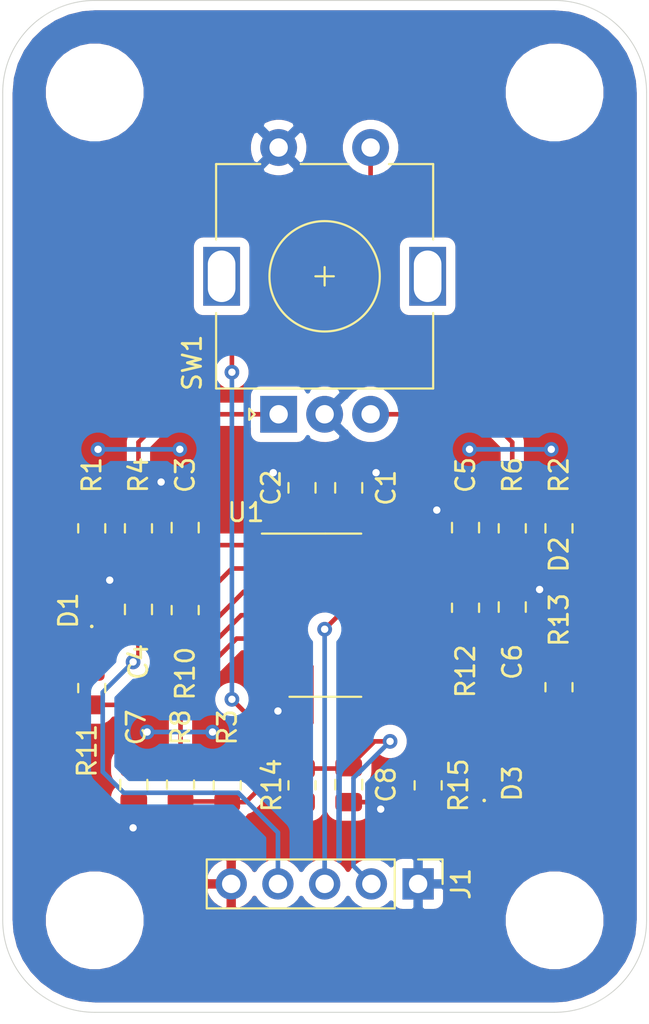
<source format=kicad_pcb>
(kicad_pcb (version 20171130) (host pcbnew 5.1.8-db9833491~88~ubuntu20.04.1)

  (general
    (thickness 1.6)
    (drawings 8)
    (tracks 143)
    (zones 0)
    (modules 30)
    (nets 21)
  )

  (page A4)
  (layers
    (0 F.Cu signal)
    (31 B.Cu signal)
    (32 B.Adhes user)
    (33 F.Adhes user)
    (34 B.Paste user)
    (35 F.Paste user)
    (36 B.SilkS user)
    (37 F.SilkS user)
    (38 B.Mask user)
    (39 F.Mask user)
    (40 Dwgs.User user)
    (41 Cmts.User user)
    (42 Eco1.User user)
    (43 Eco2.User user)
    (44 Edge.Cuts user)
    (45 Margin user)
    (46 B.CrtYd user)
    (47 F.CrtYd user)
    (48 B.Fab user)
    (49 F.Fab user)
  )

  (setup
    (last_trace_width 0.25)
    (trace_clearance 0.2)
    (zone_clearance 0.508)
    (zone_45_only no)
    (trace_min 0.2)
    (via_size 0.8)
    (via_drill 0.4)
    (via_min_size 0.4)
    (via_min_drill 0.3)
    (uvia_size 0.3)
    (uvia_drill 0.1)
    (uvias_allowed no)
    (uvia_min_size 0.2)
    (uvia_min_drill 0.1)
    (edge_width 0.05)
    (segment_width 0.2)
    (pcb_text_width 0.3)
    (pcb_text_size 1.5 1.5)
    (mod_edge_width 0.12)
    (mod_text_size 1 1)
    (mod_text_width 0.15)
    (pad_size 1.7 1.7)
    (pad_drill 1)
    (pad_to_mask_clearance 0)
    (aux_axis_origin 0 0)
    (visible_elements FFFFEF7F)
    (pcbplotparams
      (layerselection 0x010fc_ffffffff)
      (usegerberextensions false)
      (usegerberattributes true)
      (usegerberadvancedattributes true)
      (creategerberjobfile true)
      (excludeedgelayer true)
      (linewidth 0.100000)
      (plotframeref false)
      (viasonmask false)
      (mode 1)
      (useauxorigin false)
      (hpglpennumber 1)
      (hpglpenspeed 20)
      (hpglpendiameter 15.000000)
      (psnegative false)
      (psa4output false)
      (plotreference true)
      (plotvalue true)
      (plotinvisibletext false)
      (padsonsilk false)
      (subtractmaskfromsilk false)
      (outputformat 1)
      (mirror false)
      (drillshape 1)
      (scaleselection 1)
      (outputdirectory ""))
  )

  (net 0 "")
  (net 1 GND)
  (net 2 VCC)
  (net 3 1A)
  (net 4 2A)
  (net 5 3A)
  (net 6 4A)
  (net 7 5A)
  (net 8 6A)
  (net 9 "Net-(D1-Pad1)")
  (net 10 "Net-(D2-Pad1)")
  (net 11 "Net-(D3-Pad1)")
  (net 12 ROT_A)
  (net 13 ROT_B)
  (net 14 ROT_SW)
  (net 15 2Y)
  (net 16 4Y)
  (net 17 6Y)
  (net 18 1Y)
  (net 19 3Y)
  (net 20 5Y)

  (net_class Default "This is the default net class."
    (clearance 0.2)
    (trace_width 0.25)
    (via_dia 0.8)
    (via_drill 0.4)
    (uvia_dia 0.3)
    (uvia_drill 0.1)
    (add_net 1A)
    (add_net 1Y)
    (add_net 2A)
    (add_net 2Y)
    (add_net 3A)
    (add_net 3Y)
    (add_net 4A)
    (add_net 4Y)
    (add_net 5A)
    (add_net 5Y)
    (add_net 6A)
    (add_net 6Y)
    (add_net GND)
    (add_net "Net-(D1-Pad1)")
    (add_net "Net-(D2-Pad1)")
    (add_net "Net-(D3-Pad1)")
    (add_net ROT_A)
    (add_net ROT_B)
    (add_net ROT_SW)
    (add_net VCC)
  )

  (module Connector_PinHeader_2.54mm:PinHeader_1x05_P2.54mm_Vertical (layer F.Cu) (tedit 59FED5CC) (tstamp 5FEA7483)
    (at 5.08 33.02 270)
    (descr "Through hole straight pin header, 1x05, 2.54mm pitch, single row")
    (tags "Through hole pin header THT 1x05 2.54mm single row")
    (path /5FF50EA8)
    (fp_text reference J1 (at 0 -2.33 90) (layer F.SilkS)
      (effects (font (size 1 1) (thickness 0.15)))
    )
    (fp_text value B5B-XH-A_LF__SN_ (at 0 12.49 90) (layer F.Fab)
      (effects (font (size 1 1) (thickness 0.15)))
    )
    (fp_text user %R (at 0 5.08) (layer F.Fab)
      (effects (font (size 1 1) (thickness 0.15)))
    )
    (fp_line (start -0.635 -1.27) (end 1.27 -1.27) (layer F.Fab) (width 0.1))
    (fp_line (start 1.27 -1.27) (end 1.27 11.43) (layer F.Fab) (width 0.1))
    (fp_line (start 1.27 11.43) (end -1.27 11.43) (layer F.Fab) (width 0.1))
    (fp_line (start -1.27 11.43) (end -1.27 -0.635) (layer F.Fab) (width 0.1))
    (fp_line (start -1.27 -0.635) (end -0.635 -1.27) (layer F.Fab) (width 0.1))
    (fp_line (start -1.33 11.49) (end 1.33 11.49) (layer F.SilkS) (width 0.12))
    (fp_line (start -1.33 1.27) (end -1.33 11.49) (layer F.SilkS) (width 0.12))
    (fp_line (start 1.33 1.27) (end 1.33 11.49) (layer F.SilkS) (width 0.12))
    (fp_line (start -1.33 1.27) (end 1.33 1.27) (layer F.SilkS) (width 0.12))
    (fp_line (start -1.33 0) (end -1.33 -1.33) (layer F.SilkS) (width 0.12))
    (fp_line (start -1.33 -1.33) (end 0 -1.33) (layer F.SilkS) (width 0.12))
    (fp_line (start -1.8 -1.8) (end -1.8 11.95) (layer F.CrtYd) (width 0.05))
    (fp_line (start -1.8 11.95) (end 1.8 11.95) (layer F.CrtYd) (width 0.05))
    (fp_line (start 1.8 11.95) (end 1.8 -1.8) (layer F.CrtYd) (width 0.05))
    (fp_line (start 1.8 -1.8) (end -1.8 -1.8) (layer F.CrtYd) (width 0.05))
    (pad 5 thru_hole oval (at 0 10.16 270) (size 1.7 1.7) (drill 1) (layers *.Cu *.Mask)
      (net 2 VCC))
    (pad 4 thru_hole oval (at 0 7.62 270) (size 1.7 1.7) (drill 1) (layers *.Cu *.Mask)
      (net 4 2A))
    (pad 3 thru_hole oval (at 0 5.08 270) (size 1.7 1.7) (drill 1) (layers *.Cu *.Mask)
      (net 7 5A))
    (pad 2 thru_hole oval (at 0 2.54 270) (size 1.7 1.7) (drill 1) (layers *.Cu *.Mask)
      (net 6 4A))
    (pad 1 thru_hole rect (at 0 0 270) (size 1.7 1.7) (drill 1) (layers *.Cu *.Mask)
      (net 1 GND))
    (model ${KISYS3DMOD}/Connector_PinHeader_2.54mm.3dshapes/PinHeader_1x05_P2.54mm_Vertical.wrl
      (at (xyz 0 0 0))
      (scale (xyz 1 1 1))
      (rotate (xyz 0 0 0))
    )
  )

  (module MountingHole:MountingHole_4.3mm_M4_ISO7380 (layer F.Cu) (tedit 56D1B4CB) (tstamp 5FE9C3C8)
    (at -12.5 -10)
    (descr "Mounting Hole 4.3mm, no annular, M4, ISO7380")
    (tags "mounting hole 4.3mm no annular m4 iso7380")
    (path /5FEEE107)
    (attr virtual)
    (fp_text reference H4 (at 0 -4.8) (layer F.SilkS) hide
      (effects (font (size 1 1) (thickness 0.15)))
    )
    (fp_text value MountingHole (at 0 4.8) (layer F.Fab)
      (effects (font (size 1 1) (thickness 0.15)))
    )
    (fp_text user %R (at 0.3 0) (layer F.Fab)
      (effects (font (size 1 1) (thickness 0.15)))
    )
    (fp_circle (center 0 0) (end 3.8 0) (layer Cmts.User) (width 0.15))
    (fp_circle (center 0 0) (end 4.05 0) (layer F.CrtYd) (width 0.05))
    (pad 1 np_thru_hole circle (at 0 0) (size 4.3 4.3) (drill 4.3) (layers *.Cu *.Mask))
  )

  (module MountingHole:MountingHole_4.3mm_M4_ISO7380 (layer F.Cu) (tedit 56D1B4CB) (tstamp 5FE9C3C0)
    (at 12.5 -10)
    (descr "Mounting Hole 4.3mm, no annular, M4, ISO7380")
    (tags "mounting hole 4.3mm no annular m4 iso7380")
    (path /5FEEDF12)
    (attr virtual)
    (fp_text reference H3 (at 0 -4.8) (layer F.SilkS) hide
      (effects (font (size 1 1) (thickness 0.15)))
    )
    (fp_text value MountingHole (at 0 4.8) (layer F.Fab)
      (effects (font (size 1 1) (thickness 0.15)))
    )
    (fp_text user %R (at 0.3 0) (layer F.Fab)
      (effects (font (size 1 1) (thickness 0.15)))
    )
    (fp_circle (center 0 0) (end 3.8 0) (layer Cmts.User) (width 0.15))
    (fp_circle (center 0 0) (end 4.05 0) (layer F.CrtYd) (width 0.05))
    (pad 1 np_thru_hole circle (at 0 0) (size 4.3 4.3) (drill 4.3) (layers *.Cu *.Mask))
  )

  (module MountingHole:MountingHole_4.3mm_M4_ISO7380 (layer F.Cu) (tedit 56D1B4CB) (tstamp 5FE9EC67)
    (at -12.5 35)
    (descr "Mounting Hole 4.3mm, no annular, M4, ISO7380")
    (tags "mounting hole 4.3mm no annular m4 iso7380")
    (path /5FEEB8EA)
    (attr virtual)
    (fp_text reference H2 (at 0 -4.8) (layer F.SilkS) hide
      (effects (font (size 1 1) (thickness 0.15)))
    )
    (fp_text value MountingHole (at 0 4.8) (layer F.Fab)
      (effects (font (size 1 1) (thickness 0.15)))
    )
    (fp_text user %R (at 0.3 0) (layer F.Fab)
      (effects (font (size 1 1) (thickness 0.15)))
    )
    (fp_circle (center 0 0) (end 3.8 0) (layer Cmts.User) (width 0.15))
    (fp_circle (center 0 0) (end 4.05 0) (layer F.CrtYd) (width 0.05))
    (pad 1 np_thru_hole circle (at 0 0) (size 4.3 4.3) (drill 4.3) (layers *.Cu *.Mask))
  )

  (module MountingHole:MountingHole_4.3mm_M4_ISO7380 (layer F.Cu) (tedit 56D1B4CB) (tstamp 5FE9EC42)
    (at 12.5 35)
    (descr "Mounting Hole 4.3mm, no annular, M4, ISO7380")
    (tags "mounting hole 4.3mm no annular m4 iso7380")
    (path /5FEE977A)
    (attr virtual)
    (fp_text reference H1 (at 0 -4.8) (layer F.SilkS) hide
      (effects (font (size 1 1) (thickness 0.15)))
    )
    (fp_text value MountingHole (at 0 4.8) (layer F.Fab)
      (effects (font (size 1 1) (thickness 0.15)))
    )
    (fp_text user %R (at 0.3 0) (layer F.Fab)
      (effects (font (size 1 1) (thickness 0.15)))
    )
    (fp_circle (center 0 0) (end 3.8 0) (layer Cmts.User) (width 0.15))
    (fp_circle (center 0 0) (end 4.05 0) (layer F.CrtYd) (width 0.05))
    (pad 1 np_thru_hole circle (at 0 0) (size 4.3 4.3) (drill 4.3) (layers *.Cu *.Mask))
  )

  (module Rotary_Encoder:RotaryEncoder_Alps_EC11E-Switch_Vertical_H20mm (layer F.Cu) (tedit 5A74C8CB) (tstamp 5FE9E5EE)
    (at -2.5019 7.493 90)
    (descr "Alps rotary encoder, EC12E... with switch, vertical shaft, http://www.alps.com/prod/info/E/HTML/Encoder/Incremental/EC11/EC11E15204A3.html")
    (tags "rotary encoder")
    (path /5FE8BE8F)
    (fp_text reference SW1 (at 2.8 -4.7 90) (layer F.SilkS)
      (effects (font (size 1 1) (thickness 0.15)))
    )
    (fp_text value Rotary_Encoder_Switch (at 7.5 10.4 90) (layer F.Fab)
      (effects (font (size 1 1) (thickness 0.15)))
    )
    (fp_text user %R (at 11.1 6.3 90) (layer F.Fab)
      (effects (font (size 1 1) (thickness 0.15)))
    )
    (fp_line (start 7 2.5) (end 8 2.5) (layer F.SilkS) (width 0.12))
    (fp_line (start 7.5 2) (end 7.5 3) (layer F.SilkS) (width 0.12))
    (fp_line (start 13.6 6) (end 13.6 8.4) (layer F.SilkS) (width 0.12))
    (fp_line (start 13.6 1.2) (end 13.6 3.8) (layer F.SilkS) (width 0.12))
    (fp_line (start 13.6 -3.4) (end 13.6 -1) (layer F.SilkS) (width 0.12))
    (fp_line (start 4.5 2.5) (end 10.5 2.5) (layer F.Fab) (width 0.12))
    (fp_line (start 7.5 -0.5) (end 7.5 5.5) (layer F.Fab) (width 0.12))
    (fp_line (start 0.3 -1.6) (end 0 -1.3) (layer F.SilkS) (width 0.12))
    (fp_line (start -0.3 -1.6) (end 0.3 -1.6) (layer F.SilkS) (width 0.12))
    (fp_line (start 0 -1.3) (end -0.3 -1.6) (layer F.SilkS) (width 0.12))
    (fp_line (start 1.4 -3.4) (end 1.4 8.4) (layer F.SilkS) (width 0.12))
    (fp_line (start 5.5 -3.4) (end 1.4 -3.4) (layer F.SilkS) (width 0.12))
    (fp_line (start 5.5 8.4) (end 1.4 8.4) (layer F.SilkS) (width 0.12))
    (fp_line (start 13.6 8.4) (end 9.5 8.4) (layer F.SilkS) (width 0.12))
    (fp_line (start 9.5 -3.4) (end 13.6 -3.4) (layer F.SilkS) (width 0.12))
    (fp_line (start 1.5 -2.2) (end 2.5 -3.3) (layer F.Fab) (width 0.12))
    (fp_line (start 1.5 8.3) (end 1.5 -2.2) (layer F.Fab) (width 0.12))
    (fp_line (start 13.5 8.3) (end 1.5 8.3) (layer F.Fab) (width 0.12))
    (fp_line (start 13.5 -3.3) (end 13.5 8.3) (layer F.Fab) (width 0.12))
    (fp_line (start 2.5 -3.3) (end 13.5 -3.3) (layer F.Fab) (width 0.12))
    (fp_line (start -1.5 -4.6) (end 16 -4.6) (layer F.CrtYd) (width 0.05))
    (fp_line (start -1.5 -4.6) (end -1.5 9.6) (layer F.CrtYd) (width 0.05))
    (fp_line (start 16 9.6) (end 16 -4.6) (layer F.CrtYd) (width 0.05))
    (fp_line (start 16 9.6) (end -1.5 9.6) (layer F.CrtYd) (width 0.05))
    (fp_circle (center 7.5 2.5) (end 10.5 2.5) (layer F.SilkS) (width 0.12))
    (fp_circle (center 7.5 2.5) (end 10.5 2.5) (layer F.Fab) (width 0.12))
    (pad A thru_hole rect (at 0 0 90) (size 2 2) (drill 1) (layers *.Cu *.Mask)
      (net 12 ROT_A))
    (pad C thru_hole circle (at 0 2.5 90) (size 2 2) (drill 1) (layers *.Cu *.Mask)
      (net 1 GND))
    (pad B thru_hole circle (at 0 5 90) (size 2 2) (drill 1) (layers *.Cu *.Mask)
      (net 13 ROT_B))
    (pad MP thru_hole rect (at 7.5 -3.1 90) (size 3.2 2) (drill oval 2.8 1.5) (layers *.Cu *.Mask))
    (pad MP thru_hole rect (at 7.5 8.1 90) (size 3.2 2) (drill oval 2.8 1.5) (layers *.Cu *.Mask))
    (pad S2 thru_hole circle (at 14.5 0 90) (size 2 2) (drill 1) (layers *.Cu *.Mask)
      (net 1 GND))
    (pad S1 thru_hole circle (at 14.5 5 90) (size 2 2) (drill 1) (layers *.Cu *.Mask)
      (net 14 ROT_SW))
    (model ${KISYS3DMOD}/Rotary_Encoder.3dshapes/RotaryEncoder_Alps_EC11E-Switch_Vertical_H20mm.wrl
      (at (xyz 0 0 0))
      (scale (xyz 1 1 1))
      (rotate (xyz 0 0 0))
    )
  )

  (module Package_SO:SOIC-14_3.9x8.7mm_P1.27mm (layer F.Cu) (tedit 5D9F72B1) (tstamp 5FE9EA11)
    (at 0.0381 18.415)
    (descr "SOIC, 14 Pin (JEDEC MS-012AB, https://www.analog.com/media/en/package-pcb-resources/package/pkg_pdf/soic_narrow-r/r_14.pdf), generated with kicad-footprint-generator ipc_gullwing_generator.py")
    (tags "SOIC SO")
    (path /5FE8AC9B)
    (attr smd)
    (fp_text reference U1 (at -4.318 -5.588) (layer F.SilkS)
      (effects (font (size 1 1) (thickness 0.15)))
    )
    (fp_text value SN74HC14DR (at 0 5.28) (layer F.Fab)
      (effects (font (size 1 1) (thickness 0.15)))
    )
    (fp_line (start 3.7 -4.58) (end -3.7 -4.58) (layer F.CrtYd) (width 0.05))
    (fp_line (start 3.7 4.58) (end 3.7 -4.58) (layer F.CrtYd) (width 0.05))
    (fp_line (start -3.7 4.58) (end 3.7 4.58) (layer F.CrtYd) (width 0.05))
    (fp_line (start -3.7 -4.58) (end -3.7 4.58) (layer F.CrtYd) (width 0.05))
    (fp_line (start -1.95 -3.35) (end -0.975 -4.325) (layer F.Fab) (width 0.1))
    (fp_line (start -1.95 4.325) (end -1.95 -3.35) (layer F.Fab) (width 0.1))
    (fp_line (start 1.95 4.325) (end -1.95 4.325) (layer F.Fab) (width 0.1))
    (fp_line (start 1.95 -4.325) (end 1.95 4.325) (layer F.Fab) (width 0.1))
    (fp_line (start -0.975 -4.325) (end 1.95 -4.325) (layer F.Fab) (width 0.1))
    (fp_line (start 0 -4.435) (end -3.45 -4.435) (layer F.SilkS) (width 0.12))
    (fp_line (start 0 -4.435) (end 1.95 -4.435) (layer F.SilkS) (width 0.12))
    (fp_line (start 0 4.435) (end -1.95 4.435) (layer F.SilkS) (width 0.12))
    (fp_line (start 0 4.435) (end 1.95 4.435) (layer F.SilkS) (width 0.12))
    (fp_text user %R (at 0 0 270) (layer F.Fab)
      (effects (font (size 0.98 0.98) (thickness 0.15)))
    )
    (pad 14 smd roundrect (at 2.475 -3.81) (size 1.95 0.6) (layers F.Cu F.Paste F.Mask) (roundrect_rratio 0.25)
      (net 2 VCC))
    (pad 13 smd roundrect (at 2.475 -2.54) (size 1.95 0.6) (layers F.Cu F.Paste F.Mask) (roundrect_rratio 0.25)
      (net 8 6A))
    (pad 12 smd roundrect (at 2.475 -1.27) (size 1.95 0.6) (layers F.Cu F.Paste F.Mask) (roundrect_rratio 0.25)
      (net 17 6Y))
    (pad 11 smd roundrect (at 2.475 0) (size 1.95 0.6) (layers F.Cu F.Paste F.Mask) (roundrect_rratio 0.25)
      (net 7 5A))
    (pad 10 smd roundrect (at 2.475 1.27) (size 1.95 0.6) (layers F.Cu F.Paste F.Mask) (roundrect_rratio 0.25)
      (net 20 5Y))
    (pad 9 smd roundrect (at 2.475 2.54) (size 1.95 0.6) (layers F.Cu F.Paste F.Mask) (roundrect_rratio 0.25)
      (net 6 4A))
    (pad 8 smd roundrect (at 2.475 3.81) (size 1.95 0.6) (layers F.Cu F.Paste F.Mask) (roundrect_rratio 0.25)
      (net 16 4Y))
    (pad 7 smd roundrect (at -2.475 3.81) (size 1.95 0.6) (layers F.Cu F.Paste F.Mask) (roundrect_rratio 0.25)
      (net 1 GND))
    (pad 6 smd roundrect (at -2.475 2.54) (size 1.95 0.6) (layers F.Cu F.Paste F.Mask) (roundrect_rratio 0.25)
      (net 19 3Y))
    (pad 5 smd roundrect (at -2.475 1.27) (size 1.95 0.6) (layers F.Cu F.Paste F.Mask) (roundrect_rratio 0.25)
      (net 5 3A))
    (pad 4 smd roundrect (at -2.475 0) (size 1.95 0.6) (layers F.Cu F.Paste F.Mask) (roundrect_rratio 0.25)
      (net 15 2Y))
    (pad 3 smd roundrect (at -2.475 -1.27) (size 1.95 0.6) (layers F.Cu F.Paste F.Mask) (roundrect_rratio 0.25)
      (net 4 2A))
    (pad 2 smd roundrect (at -2.475 -2.54) (size 1.95 0.6) (layers F.Cu F.Paste F.Mask) (roundrect_rratio 0.25)
      (net 18 1Y))
    (pad 1 smd roundrect (at -2.475 -3.81) (size 1.95 0.6) (layers F.Cu F.Paste F.Mask) (roundrect_rratio 0.25)
      (net 3 1A))
    (model ${KISYS3DMOD}/Package_SO.3dshapes/SOIC-14_3.9x8.7mm_P1.27mm.wrl
      (at (xyz 0 0 0))
      (scale (xyz 1 1 1))
      (rotate (xyz 0 0 0))
    )
  )

  (module Resistor_SMD:R_0805_2012Metric (layer F.Cu) (tedit 5F68FEEE) (tstamp 5FE9E9D2)
    (at 5.6261 27.6625 270)
    (descr "Resistor SMD 0805 (2012 Metric), square (rectangular) end terminal, IPC_7351 nominal, (Body size source: IPC-SM-782 page 72, https://www.pcb-3d.com/wordpress/wp-content/uploads/ipc-sm-782a_amendment_1_and_2.pdf), generated with kicad-footprint-generator")
    (tags resistor)
    (path /5FF03395)
    (attr smd)
    (fp_text reference R15 (at 0 -1.65 90) (layer F.SilkS)
      (effects (font (size 1 1) (thickness 0.15)))
    )
    (fp_text value 1k (at 0 1.65 90) (layer F.Fab) hide
      (effects (font (size 1 1) (thickness 0.15)))
    )
    (fp_line (start 1.68 0.95) (end -1.68 0.95) (layer F.CrtYd) (width 0.05))
    (fp_line (start 1.68 -0.95) (end 1.68 0.95) (layer F.CrtYd) (width 0.05))
    (fp_line (start -1.68 -0.95) (end 1.68 -0.95) (layer F.CrtYd) (width 0.05))
    (fp_line (start -1.68 0.95) (end -1.68 -0.95) (layer F.CrtYd) (width 0.05))
    (fp_line (start -0.227064 0.735) (end 0.227064 0.735) (layer F.SilkS) (width 0.12))
    (fp_line (start -0.227064 -0.735) (end 0.227064 -0.735) (layer F.SilkS) (width 0.12))
    (fp_line (start 1 0.625) (end -1 0.625) (layer F.Fab) (width 0.1))
    (fp_line (start 1 -0.625) (end 1 0.625) (layer F.Fab) (width 0.1))
    (fp_line (start -1 -0.625) (end 1 -0.625) (layer F.Fab) (width 0.1))
    (fp_line (start -1 0.625) (end -1 -0.625) (layer F.Fab) (width 0.1))
    (fp_text user %R (at 0 0 90) (layer F.Fab)
      (effects (font (size 0.5 0.5) (thickness 0.08)))
    )
    (pad 2 smd roundrect (at 0.9125 0 270) (size 1.025 1.4) (layers F.Cu F.Paste F.Mask) (roundrect_rratio 0.243902)
      (net 11 "Net-(D3-Pad1)"))
    (pad 1 smd roundrect (at -0.9125 0 270) (size 1.025 1.4) (layers F.Cu F.Paste F.Mask) (roundrect_rratio 0.243902)
      (net 16 4Y))
    (model ${KISYS3DMOD}/Resistor_SMD.3dshapes/R_0805_2012Metric.wrl
      (at (xyz 0 0 0))
      (scale (xyz 1 1 1))
      (rotate (xyz 0 0 0))
    )
  )

  (module Resistor_SMD:R_0805_2012Metric (layer F.Cu) (tedit 5F68FEEE) (tstamp 5FE9EB13)
    (at -1.2319 27.6625 90)
    (descr "Resistor SMD 0805 (2012 Metric), square (rectangular) end terminal, IPC_7351 nominal, (Body size source: IPC-SM-782 page 72, https://www.pcb-3d.com/wordpress/wp-content/uploads/ipc-sm-782a_amendment_1_and_2.pdf), generated with kicad-footprint-generator")
    (tags resistor)
    (path /5FF03355)
    (attr smd)
    (fp_text reference R14 (at 0 -1.65 90) (layer F.SilkS)
      (effects (font (size 1 1) (thickness 0.15)))
    )
    (fp_text value 5K1 (at 0 1.65 90) (layer F.Fab) hide
      (effects (font (size 1 1) (thickness 0.15)))
    )
    (fp_line (start 1.68 0.95) (end -1.68 0.95) (layer F.CrtYd) (width 0.05))
    (fp_line (start 1.68 -0.95) (end 1.68 0.95) (layer F.CrtYd) (width 0.05))
    (fp_line (start -1.68 -0.95) (end 1.68 -0.95) (layer F.CrtYd) (width 0.05))
    (fp_line (start -1.68 0.95) (end -1.68 -0.95) (layer F.CrtYd) (width 0.05))
    (fp_line (start -0.227064 0.735) (end 0.227064 0.735) (layer F.SilkS) (width 0.12))
    (fp_line (start -0.227064 -0.735) (end 0.227064 -0.735) (layer F.SilkS) (width 0.12))
    (fp_line (start 1 0.625) (end -1 0.625) (layer F.Fab) (width 0.1))
    (fp_line (start 1 -0.625) (end 1 0.625) (layer F.Fab) (width 0.1))
    (fp_line (start -1 -0.625) (end 1 -0.625) (layer F.Fab) (width 0.1))
    (fp_line (start -1 0.625) (end -1 -0.625) (layer F.Fab) (width 0.1))
    (fp_text user %R (at 0 0 90) (layer F.Fab)
      (effects (font (size 0.5 0.5) (thickness 0.08)))
    )
    (pad 2 smd roundrect (at 0.9125 0 90) (size 1.025 1.4) (layers F.Cu F.Paste F.Mask) (roundrect_rratio 0.243902)
      (net 6 4A))
    (pad 1 smd roundrect (at -0.9125 0 90) (size 1.025 1.4) (layers F.Cu F.Paste F.Mask) (roundrect_rratio 0.243902)
      (net 19 3Y))
    (model ${KISYS3DMOD}/Resistor_SMD.3dshapes/R_0805_2012Metric.wrl
      (at (xyz 0 0 0))
      (scale (xyz 1 1 1))
      (rotate (xyz 0 0 0))
    )
  )

  (module Resistor_SMD:R_0805_2012Metric (layer F.Cu) (tedit 5F68FEEE) (tstamp 5FE9EAE3)
    (at 12.7381 22.3285 90)
    (descr "Resistor SMD 0805 (2012 Metric), square (rectangular) end terminal, IPC_7351 nominal, (Body size source: IPC-SM-782 page 72, https://www.pcb-3d.com/wordpress/wp-content/uploads/ipc-sm-782a_amendment_1_and_2.pdf), generated with kicad-footprint-generator")
    (tags resistor)
    (path /5FEF9094)
    (attr smd)
    (fp_text reference R13 (at 3.6595 0 90) (layer F.SilkS)
      (effects (font (size 1 1) (thickness 0.15)))
    )
    (fp_text value 1k (at 0 1.65 180) (layer F.Fab) hide
      (effects (font (size 1 1) (thickness 0.15)))
    )
    (fp_line (start 1.68 0.95) (end -1.68 0.95) (layer F.CrtYd) (width 0.05))
    (fp_line (start 1.68 -0.95) (end 1.68 0.95) (layer F.CrtYd) (width 0.05))
    (fp_line (start -1.68 -0.95) (end 1.68 -0.95) (layer F.CrtYd) (width 0.05))
    (fp_line (start -1.68 0.95) (end -1.68 -0.95) (layer F.CrtYd) (width 0.05))
    (fp_line (start -0.227064 0.735) (end 0.227064 0.735) (layer F.SilkS) (width 0.12))
    (fp_line (start -0.227064 -0.735) (end 0.227064 -0.735) (layer F.SilkS) (width 0.12))
    (fp_line (start 1 0.625) (end -1 0.625) (layer F.Fab) (width 0.1))
    (fp_line (start 1 -0.625) (end 1 0.625) (layer F.Fab) (width 0.1))
    (fp_line (start -1 -0.625) (end 1 -0.625) (layer F.Fab) (width 0.1))
    (fp_line (start -1 0.625) (end -1 -0.625) (layer F.Fab) (width 0.1))
    (fp_text user %R (at 0 0 90) (layer F.Fab)
      (effects (font (size 0.5 0.5) (thickness 0.08)))
    )
    (pad 2 smd roundrect (at 0.9125 0 90) (size 1.025 1.4) (layers F.Cu F.Paste F.Mask) (roundrect_rratio 0.243902)
      (net 10 "Net-(D2-Pad1)"))
    (pad 1 smd roundrect (at -0.9125 0 90) (size 1.025 1.4) (layers F.Cu F.Paste F.Mask) (roundrect_rratio 0.243902)
      (net 20 5Y))
    (model ${KISYS3DMOD}/Resistor_SMD.3dshapes/R_0805_2012Metric.wrl
      (at (xyz 0 0 0))
      (scale (xyz 1 1 1))
      (rotate (xyz 0 0 0))
    )
  )

  (module Resistor_SMD:R_0805_2012Metric (layer F.Cu) (tedit 5F68FEEE) (tstamp 5FE9E7B0)
    (at 7.6581 18.0105 270)
    (descr "Resistor SMD 0805 (2012 Metric), square (rectangular) end terminal, IPC_7351 nominal, (Body size source: IPC-SM-782 page 72, https://www.pcb-3d.com/wordpress/wp-content/uploads/ipc-sm-782a_amendment_1_and_2.pdf), generated with kicad-footprint-generator")
    (tags resistor)
    (path /5FEF9054)
    (attr smd)
    (fp_text reference R12 (at 3.4525 0 90) (layer F.SilkS)
      (effects (font (size 1 1) (thickness 0.15)))
    )
    (fp_text value 5K1 (at 0 1.65 90) (layer F.Fab) hide
      (effects (font (size 1 1) (thickness 0.15)))
    )
    (fp_line (start 1.68 0.95) (end -1.68 0.95) (layer F.CrtYd) (width 0.05))
    (fp_line (start 1.68 -0.95) (end 1.68 0.95) (layer F.CrtYd) (width 0.05))
    (fp_line (start -1.68 -0.95) (end 1.68 -0.95) (layer F.CrtYd) (width 0.05))
    (fp_line (start -1.68 0.95) (end -1.68 -0.95) (layer F.CrtYd) (width 0.05))
    (fp_line (start -0.227064 0.735) (end 0.227064 0.735) (layer F.SilkS) (width 0.12))
    (fp_line (start -0.227064 -0.735) (end 0.227064 -0.735) (layer F.SilkS) (width 0.12))
    (fp_line (start 1 0.625) (end -1 0.625) (layer F.Fab) (width 0.1))
    (fp_line (start 1 -0.625) (end 1 0.625) (layer F.Fab) (width 0.1))
    (fp_line (start -1 -0.625) (end 1 -0.625) (layer F.Fab) (width 0.1))
    (fp_line (start -1 0.625) (end -1 -0.625) (layer F.Fab) (width 0.1))
    (fp_text user %R (at 0 0 90) (layer F.Fab)
      (effects (font (size 0.5 0.5) (thickness 0.08)))
    )
    (pad 2 smd roundrect (at 0.9125 0 270) (size 1.025 1.4) (layers F.Cu F.Paste F.Mask) (roundrect_rratio 0.243902)
      (net 7 5A))
    (pad 1 smd roundrect (at -0.9125 0 270) (size 1.025 1.4) (layers F.Cu F.Paste F.Mask) (roundrect_rratio 0.243902)
      (net 17 6Y))
    (model ${KISYS3DMOD}/Resistor_SMD.3dshapes/R_0805_2012Metric.wrl
      (at (xyz 0 0 0))
      (scale (xyz 1 1 1))
      (rotate (xyz 0 0 0))
    )
  )

  (module Resistor_SMD:R_0805_2012Metric (layer F.Cu) (tedit 5F68FEEE) (tstamp 5FE9E690)
    (at -12.6619 22.3755 90)
    (descr "Resistor SMD 0805 (2012 Metric), square (rectangular) end terminal, IPC_7351 nominal, (Body size source: IPC-SM-782 page 72, https://www.pcb-3d.com/wordpress/wp-content/uploads/ipc-sm-782a_amendment_1_and_2.pdf), generated with kicad-footprint-generator")
    (tags resistor)
    (path /5FEC705E)
    (attr smd)
    (fp_text reference R11 (at -3.4055 -0.254 90) (layer F.SilkS)
      (effects (font (size 1 1) (thickness 0.15)))
    )
    (fp_text value 1k (at 0 1.65 90) (layer F.Fab) hide
      (effects (font (size 1 1) (thickness 0.15)))
    )
    (fp_line (start 1.68 0.95) (end -1.68 0.95) (layer F.CrtYd) (width 0.05))
    (fp_line (start 1.68 -0.95) (end 1.68 0.95) (layer F.CrtYd) (width 0.05))
    (fp_line (start -1.68 -0.95) (end 1.68 -0.95) (layer F.CrtYd) (width 0.05))
    (fp_line (start -1.68 0.95) (end -1.68 -0.95) (layer F.CrtYd) (width 0.05))
    (fp_line (start -0.227064 0.735) (end 0.227064 0.735) (layer F.SilkS) (width 0.12))
    (fp_line (start -0.227064 -0.735) (end 0.227064 -0.735) (layer F.SilkS) (width 0.12))
    (fp_line (start 1 0.625) (end -1 0.625) (layer F.Fab) (width 0.1))
    (fp_line (start 1 -0.625) (end 1 0.625) (layer F.Fab) (width 0.1))
    (fp_line (start -1 -0.625) (end 1 -0.625) (layer F.Fab) (width 0.1))
    (fp_line (start -1 0.625) (end -1 -0.625) (layer F.Fab) (width 0.1))
    (fp_text user %R (at 0 0 90) (layer F.Fab)
      (effects (font (size 0.5 0.5) (thickness 0.08)))
    )
    (pad 2 smd roundrect (at 0.9125 0 90) (size 1.025 1.4) (layers F.Cu F.Paste F.Mask) (roundrect_rratio 0.243902)
      (net 9 "Net-(D1-Pad1)"))
    (pad 1 smd roundrect (at -0.9125 0 90) (size 1.025 1.4) (layers F.Cu F.Paste F.Mask) (roundrect_rratio 0.243902)
      (net 15 2Y))
    (model ${KISYS3DMOD}/Resistor_SMD.3dshapes/R_0805_2012Metric.wrl
      (at (xyz 0 0 0))
      (scale (xyz 1 1 1))
      (rotate (xyz 0 0 0))
    )
  )

  (module Resistor_SMD:R_0805_2012Metric (layer F.Cu) (tedit 5F68FEEE) (tstamp 5FE9E7E0)
    (at -7.5819 18.1375 270)
    (descr "Resistor SMD 0805 (2012 Metric), square (rectangular) end terminal, IPC_7351 nominal, (Body size source: IPC-SM-782 page 72, https://www.pcb-3d.com/wordpress/wp-content/uploads/ipc-sm-782a_amendment_1_and_2.pdf), generated with kicad-footprint-generator")
    (tags resistor)
    (path /5FEB3728)
    (attr smd)
    (fp_text reference R10 (at 3.4525 0 90) (layer F.SilkS)
      (effects (font (size 1 1) (thickness 0.15)))
    )
    (fp_text value 5K1 (at 0 1.65 90) (layer F.Fab) hide
      (effects (font (size 1 1) (thickness 0.15)))
    )
    (fp_line (start 1.68 0.95) (end -1.68 0.95) (layer F.CrtYd) (width 0.05))
    (fp_line (start 1.68 -0.95) (end 1.68 0.95) (layer F.CrtYd) (width 0.05))
    (fp_line (start -1.68 -0.95) (end 1.68 -0.95) (layer F.CrtYd) (width 0.05))
    (fp_line (start -1.68 0.95) (end -1.68 -0.95) (layer F.CrtYd) (width 0.05))
    (fp_line (start -0.227064 0.735) (end 0.227064 0.735) (layer F.SilkS) (width 0.12))
    (fp_line (start -0.227064 -0.735) (end 0.227064 -0.735) (layer F.SilkS) (width 0.12))
    (fp_line (start 1 0.625) (end -1 0.625) (layer F.Fab) (width 0.1))
    (fp_line (start 1 -0.625) (end 1 0.625) (layer F.Fab) (width 0.1))
    (fp_line (start -1 -0.625) (end 1 -0.625) (layer F.Fab) (width 0.1))
    (fp_line (start -1 0.625) (end -1 -0.625) (layer F.Fab) (width 0.1))
    (fp_text user %R (at 0 0 90) (layer F.Fab)
      (effects (font (size 0.5 0.5) (thickness 0.08)))
    )
    (pad 2 smd roundrect (at 0.9125 0 270) (size 1.025 1.4) (layers F.Cu F.Paste F.Mask) (roundrect_rratio 0.243902)
      (net 4 2A))
    (pad 1 smd roundrect (at -0.9125 0 270) (size 1.025 1.4) (layers F.Cu F.Paste F.Mask) (roundrect_rratio 0.243902)
      (net 18 1Y))
    (model ${KISYS3DMOD}/Resistor_SMD.3dshapes/R_0805_2012Metric.wrl
      (at (xyz 0 0 0))
      (scale (xyz 1 1 1))
      (rotate (xyz 0 0 0))
    )
  )

  (module Resistor_SMD:R_0805_2012Metric (layer F.Cu) (tedit 5F68FEEE) (tstamp 5FE9E735)
    (at -7.8359 27.625 90)
    (descr "Resistor SMD 0805 (2012 Metric), square (rectangular) end terminal, IPC_7351 nominal, (Body size source: IPC-SM-782 page 72, https://www.pcb-3d.com/wordpress/wp-content/uploads/ipc-sm-782a_amendment_1_and_2.pdf), generated with kicad-footprint-generator")
    (tags resistor)
    (path /5FF03330)
    (attr smd)
    (fp_text reference R8 (at 3.114 0 90) (layer F.SilkS)
      (effects (font (size 1 1) (thickness 0.15)))
    )
    (fp_text value 5K1 (at 0 1.65 90) (layer F.Fab) hide
      (effects (font (size 1 1) (thickness 0.15)))
    )
    (fp_line (start 1.68 0.95) (end -1.68 0.95) (layer F.CrtYd) (width 0.05))
    (fp_line (start 1.68 -0.95) (end 1.68 0.95) (layer F.CrtYd) (width 0.05))
    (fp_line (start -1.68 -0.95) (end 1.68 -0.95) (layer F.CrtYd) (width 0.05))
    (fp_line (start -1.68 0.95) (end -1.68 -0.95) (layer F.CrtYd) (width 0.05))
    (fp_line (start -0.227064 0.735) (end 0.227064 0.735) (layer F.SilkS) (width 0.12))
    (fp_line (start -0.227064 -0.735) (end 0.227064 -0.735) (layer F.SilkS) (width 0.12))
    (fp_line (start 1 0.625) (end -1 0.625) (layer F.Fab) (width 0.1))
    (fp_line (start 1 -0.625) (end 1 0.625) (layer F.Fab) (width 0.1))
    (fp_line (start -1 -0.625) (end 1 -0.625) (layer F.Fab) (width 0.1))
    (fp_line (start -1 0.625) (end -1 -0.625) (layer F.Fab) (width 0.1))
    (fp_text user %R (at 0 0 90) (layer F.Fab)
      (effects (font (size 0.5 0.5) (thickness 0.08)))
    )
    (pad 2 smd roundrect (at 0.9125 0 90) (size 1.025 1.4) (layers F.Cu F.Paste F.Mask) (roundrect_rratio 0.243902)
      (net 5 3A))
    (pad 1 smd roundrect (at -0.9125 0 90) (size 1.025 1.4) (layers F.Cu F.Paste F.Mask) (roundrect_rratio 0.243902)
      (net 14 ROT_SW))
    (model ${KISYS3DMOD}/Resistor_SMD.3dshapes/R_0805_2012Metric.wrl
      (at (xyz 0 0 0))
      (scale (xyz 1 1 1))
      (rotate (xyz 0 0 0))
    )
  )

  (module Resistor_SMD:R_0805_2012Metric (layer F.Cu) (tedit 5F68FEEE) (tstamp 5FE9E810)
    (at 10.1981 13.6925 270)
    (descr "Resistor SMD 0805 (2012 Metric), square (rectangular) end terminal, IPC_7351 nominal, (Body size source: IPC-SM-782 page 72, https://www.pcb-3d.com/wordpress/wp-content/uploads/ipc-sm-782a_amendment_1_and_2.pdf), generated with kicad-footprint-generator")
    (tags resistor)
    (path /5FEF902F)
    (attr smd)
    (fp_text reference R6 (at -2.8975 0 90) (layer F.SilkS)
      (effects (font (size 1 1) (thickness 0.15)))
    )
    (fp_text value 5K1 (at 0 1.65 90) (layer F.Fab) hide
      (effects (font (size 1 1) (thickness 0.15)))
    )
    (fp_line (start 1.68 0.95) (end -1.68 0.95) (layer F.CrtYd) (width 0.05))
    (fp_line (start 1.68 -0.95) (end 1.68 0.95) (layer F.CrtYd) (width 0.05))
    (fp_line (start -1.68 -0.95) (end 1.68 -0.95) (layer F.CrtYd) (width 0.05))
    (fp_line (start -1.68 0.95) (end -1.68 -0.95) (layer F.CrtYd) (width 0.05))
    (fp_line (start -0.227064 0.735) (end 0.227064 0.735) (layer F.SilkS) (width 0.12))
    (fp_line (start -0.227064 -0.735) (end 0.227064 -0.735) (layer F.SilkS) (width 0.12))
    (fp_line (start 1 0.625) (end -1 0.625) (layer F.Fab) (width 0.1))
    (fp_line (start 1 -0.625) (end 1 0.625) (layer F.Fab) (width 0.1))
    (fp_line (start -1 -0.625) (end 1 -0.625) (layer F.Fab) (width 0.1))
    (fp_line (start -1 0.625) (end -1 -0.625) (layer F.Fab) (width 0.1))
    (fp_text user %R (at 0 0 90) (layer F.Fab)
      (effects (font (size 0.5 0.5) (thickness 0.08)))
    )
    (pad 2 smd roundrect (at 0.9125 0 270) (size 1.025 1.4) (layers F.Cu F.Paste F.Mask) (roundrect_rratio 0.243902)
      (net 8 6A))
    (pad 1 smd roundrect (at -0.9125 0 270) (size 1.025 1.4) (layers F.Cu F.Paste F.Mask) (roundrect_rratio 0.243902)
      (net 13 ROT_B))
    (model ${KISYS3DMOD}/Resistor_SMD.3dshapes/R_0805_2012Metric.wrl
      (at (xyz 0 0 0))
      (scale (xyz 1 1 1))
      (rotate (xyz 0 0 0))
    )
  )

  (module Resistor_SMD:R_0805_2012Metric (layer F.Cu) (tedit 5F68FEEE) (tstamp 5FE9E906)
    (at -10.1219 13.6925 270)
    (descr "Resistor SMD 0805 (2012 Metric), square (rectangular) end terminal, IPC_7351 nominal, (Body size source: IPC-SM-782 page 72, https://www.pcb-3d.com/wordpress/wp-content/uploads/ipc-sm-782a_amendment_1_and_2.pdf), generated with kicad-footprint-generator")
    (tags resistor)
    (path /5FE9D3A5)
    (attr smd)
    (fp_text reference R4 (at -2.8975 0 90) (layer F.SilkS)
      (effects (font (size 1 1) (thickness 0.15)))
    )
    (fp_text value 5K1 (at 0 1.65 90) (layer F.Fab) hide
      (effects (font (size 1 1) (thickness 0.15)))
    )
    (fp_line (start 1.68 0.95) (end -1.68 0.95) (layer F.CrtYd) (width 0.05))
    (fp_line (start 1.68 -0.95) (end 1.68 0.95) (layer F.CrtYd) (width 0.05))
    (fp_line (start -1.68 -0.95) (end 1.68 -0.95) (layer F.CrtYd) (width 0.05))
    (fp_line (start -1.68 0.95) (end -1.68 -0.95) (layer F.CrtYd) (width 0.05))
    (fp_line (start -0.227064 0.735) (end 0.227064 0.735) (layer F.SilkS) (width 0.12))
    (fp_line (start -0.227064 -0.735) (end 0.227064 -0.735) (layer F.SilkS) (width 0.12))
    (fp_line (start 1 0.625) (end -1 0.625) (layer F.Fab) (width 0.1))
    (fp_line (start 1 -0.625) (end 1 0.625) (layer F.Fab) (width 0.1))
    (fp_line (start -1 -0.625) (end 1 -0.625) (layer F.Fab) (width 0.1))
    (fp_line (start -1 0.625) (end -1 -0.625) (layer F.Fab) (width 0.1))
    (fp_text user %R (at 0 0 90) (layer F.Fab)
      (effects (font (size 0.5 0.5) (thickness 0.08)))
    )
    (pad 2 smd roundrect (at 0.9125 0 270) (size 1.025 1.4) (layers F.Cu F.Paste F.Mask) (roundrect_rratio 0.243902)
      (net 3 1A))
    (pad 1 smd roundrect (at -0.9125 0 270) (size 1.025 1.4) (layers F.Cu F.Paste F.Mask) (roundrect_rratio 0.243902)
      (net 12 ROT_A))
    (model ${KISYS3DMOD}/Resistor_SMD.3dshapes/R_0805_2012Metric.wrl
      (at (xyz 0 0 0))
      (scale (xyz 1 1 1))
      (rotate (xyz 0 0 0))
    )
  )

  (module Resistor_SMD:R_0805_2012Metric (layer F.Cu) (tedit 5F68FEEE) (tstamp 5FE9E6C3)
    (at -5.2959 27.6625 270)
    (descr "Resistor SMD 0805 (2012 Metric), square (rectangular) end terminal, IPC_7351 nominal, (Body size source: IPC-SM-782 page 72, https://www.pcb-3d.com/wordpress/wp-content/uploads/ipc-sm-782a_amendment_1_and_2.pdf), generated with kicad-footprint-generator")
    (tags resistor)
    (path /5FF0332A)
    (attr smd)
    (fp_text reference R3 (at -3.1515 0 90) (layer F.SilkS)
      (effects (font (size 1 1) (thickness 0.15)))
    )
    (fp_text value 5K1 (at 0 1.65 90) (layer F.Fab) hide
      (effects (font (size 1 1) (thickness 0.15)))
    )
    (fp_line (start 1.68 0.95) (end -1.68 0.95) (layer F.CrtYd) (width 0.05))
    (fp_line (start 1.68 -0.95) (end 1.68 0.95) (layer F.CrtYd) (width 0.05))
    (fp_line (start -1.68 -0.95) (end 1.68 -0.95) (layer F.CrtYd) (width 0.05))
    (fp_line (start -1.68 0.95) (end -1.68 -0.95) (layer F.CrtYd) (width 0.05))
    (fp_line (start -0.227064 0.735) (end 0.227064 0.735) (layer F.SilkS) (width 0.12))
    (fp_line (start -0.227064 -0.735) (end 0.227064 -0.735) (layer F.SilkS) (width 0.12))
    (fp_line (start 1 0.625) (end -1 0.625) (layer F.Fab) (width 0.1))
    (fp_line (start 1 -0.625) (end 1 0.625) (layer F.Fab) (width 0.1))
    (fp_line (start -1 -0.625) (end 1 -0.625) (layer F.Fab) (width 0.1))
    (fp_line (start -1 0.625) (end -1 -0.625) (layer F.Fab) (width 0.1))
    (fp_text user %R (at 0 0 90) (layer F.Fab)
      (effects (font (size 0.5 0.5) (thickness 0.08)))
    )
    (pad 2 smd roundrect (at 0.9125 0 270) (size 1.025 1.4) (layers F.Cu F.Paste F.Mask) (roundrect_rratio 0.243902)
      (net 14 ROT_SW))
    (pad 1 smd roundrect (at -0.9125 0 270) (size 1.025 1.4) (layers F.Cu F.Paste F.Mask) (roundrect_rratio 0.243902)
      (net 2 VCC))
    (model ${KISYS3DMOD}/Resistor_SMD.3dshapes/R_0805_2012Metric.wrl
      (at (xyz 0 0 0))
      (scale (xyz 1 1 1))
      (rotate (xyz 0 0 0))
    )
  )

  (module Resistor_SMD:R_0805_2012Metric (layer F.Cu) (tedit 5F68FEEE) (tstamp 5FE9E86D)
    (at 12.7381 13.6925 90)
    (descr "Resistor SMD 0805 (2012 Metric), square (rectangular) end terminal, IPC_7351 nominal, (Body size source: IPC-SM-782 page 72, https://www.pcb-3d.com/wordpress/wp-content/uploads/ipc-sm-782a_amendment_1_and_2.pdf), generated with kicad-footprint-generator")
    (tags resistor)
    (path /5FEF9029)
    (attr smd)
    (fp_text reference R2 (at 2.8975 0 90) (layer F.SilkS)
      (effects (font (size 1 1) (thickness 0.15)))
    )
    (fp_text value 5K1 (at 0 1.65 90) (layer F.Fab) hide
      (effects (font (size 1 1) (thickness 0.15)))
    )
    (fp_line (start 1.68 0.95) (end -1.68 0.95) (layer F.CrtYd) (width 0.05))
    (fp_line (start 1.68 -0.95) (end 1.68 0.95) (layer F.CrtYd) (width 0.05))
    (fp_line (start -1.68 -0.95) (end 1.68 -0.95) (layer F.CrtYd) (width 0.05))
    (fp_line (start -1.68 0.95) (end -1.68 -0.95) (layer F.CrtYd) (width 0.05))
    (fp_line (start -0.227064 0.735) (end 0.227064 0.735) (layer F.SilkS) (width 0.12))
    (fp_line (start -0.227064 -0.735) (end 0.227064 -0.735) (layer F.SilkS) (width 0.12))
    (fp_line (start 1 0.625) (end -1 0.625) (layer F.Fab) (width 0.1))
    (fp_line (start 1 -0.625) (end 1 0.625) (layer F.Fab) (width 0.1))
    (fp_line (start -1 -0.625) (end 1 -0.625) (layer F.Fab) (width 0.1))
    (fp_line (start -1 0.625) (end -1 -0.625) (layer F.Fab) (width 0.1))
    (fp_text user %R (at 0 0 90) (layer F.Fab)
      (effects (font (size 0.5 0.5) (thickness 0.08)))
    )
    (pad 2 smd roundrect (at 0.9125 0 90) (size 1.025 1.4) (layers F.Cu F.Paste F.Mask) (roundrect_rratio 0.243902)
      (net 13 ROT_B))
    (pad 1 smd roundrect (at -0.9125 0 90) (size 1.025 1.4) (layers F.Cu F.Paste F.Mask) (roundrect_rratio 0.243902)
      (net 2 VCC))
    (model ${KISYS3DMOD}/Resistor_SMD.3dshapes/R_0805_2012Metric.wrl
      (at (xyz 0 0 0))
      (scale (xyz 1 1 1))
      (rotate (xyz 0 0 0))
    )
  )

  (module Resistor_SMD:R_0805_2012Metric (layer F.Cu) (tedit 5F68FEEE) (tstamp 5FE9EC00)
    (at -12.6619 13.6925 90)
    (descr "Resistor SMD 0805 (2012 Metric), square (rectangular) end terminal, IPC_7351 nominal, (Body size source: IPC-SM-782 page 72, https://www.pcb-3d.com/wordpress/wp-content/uploads/ipc-sm-782a_amendment_1_and_2.pdf), generated with kicad-footprint-generator")
    (tags resistor)
    (path /5FE9CA25)
    (attr smd)
    (fp_text reference R1 (at 2.8975 0 90) (layer F.SilkS)
      (effects (font (size 1 1) (thickness 0.15)))
    )
    (fp_text value 5K1 (at 0 1.65 90) (layer F.Fab) hide
      (effects (font (size 1 1) (thickness 0.15)))
    )
    (fp_line (start 1.68 0.95) (end -1.68 0.95) (layer F.CrtYd) (width 0.05))
    (fp_line (start 1.68 -0.95) (end 1.68 0.95) (layer F.CrtYd) (width 0.05))
    (fp_line (start -1.68 -0.95) (end 1.68 -0.95) (layer F.CrtYd) (width 0.05))
    (fp_line (start -1.68 0.95) (end -1.68 -0.95) (layer F.CrtYd) (width 0.05))
    (fp_line (start -0.227064 0.735) (end 0.227064 0.735) (layer F.SilkS) (width 0.12))
    (fp_line (start -0.227064 -0.735) (end 0.227064 -0.735) (layer F.SilkS) (width 0.12))
    (fp_line (start 1 0.625) (end -1 0.625) (layer F.Fab) (width 0.1))
    (fp_line (start 1 -0.625) (end 1 0.625) (layer F.Fab) (width 0.1))
    (fp_line (start -1 -0.625) (end 1 -0.625) (layer F.Fab) (width 0.1))
    (fp_line (start -1 0.625) (end -1 -0.625) (layer F.Fab) (width 0.1))
    (fp_text user %R (at 0 0 90) (layer F.Fab)
      (effects (font (size 0.5 0.5) (thickness 0.08)))
    )
    (pad 2 smd roundrect (at 0.9125 0 90) (size 1.025 1.4) (layers F.Cu F.Paste F.Mask) (roundrect_rratio 0.243902)
      (net 12 ROT_A))
    (pad 1 smd roundrect (at -0.9125 0 90) (size 1.025 1.4) (layers F.Cu F.Paste F.Mask) (roundrect_rratio 0.243902)
      (net 2 VCC))
    (model ${KISYS3DMOD}/Resistor_SMD.3dshapes/R_0805_2012Metric.wrl
      (at (xyz 0 0 0))
      (scale (xyz 1 1 1))
      (rotate (xyz 0 0 0))
    )
  )

  (module LED_SMD:LED_0201_0603Metric (layer F.Cu) (tedit 5F68FEF1) (tstamp 5FE9EB94)
    (at 8.6741 27.625 90)
    (descr "LED SMD 0201 (0603 Metric), square (rectangular) end terminal, IPC_7351 nominal, (Body size source: https://www.vishay.com/docs/20052/crcw0201e3.pdf), generated with kicad-footprint-generator")
    (tags LED)
    (path /5FF0338F)
    (attr smd)
    (fp_text reference D3 (at 0.066 1.524 90) (layer F.SilkS)
      (effects (font (size 1 1) (thickness 0.15)))
    )
    (fp_text value LED (at 0 1.05 90) (layer F.Fab) hide
      (effects (font (size 1 1) (thickness 0.15)))
    )
    (fp_line (start 0.7 0.35) (end -0.7 0.35) (layer F.CrtYd) (width 0.05))
    (fp_line (start 0.7 -0.35) (end 0.7 0.35) (layer F.CrtYd) (width 0.05))
    (fp_line (start -0.7 -0.35) (end 0.7 -0.35) (layer F.CrtYd) (width 0.05))
    (fp_line (start -0.7 0.35) (end -0.7 -0.35) (layer F.CrtYd) (width 0.05))
    (fp_line (start -0.1 0.15) (end -0.1 -0.15) (layer F.Fab) (width 0.1))
    (fp_line (start -0.2 0.15) (end -0.2 -0.15) (layer F.Fab) (width 0.1))
    (fp_line (start 0.3 0.15) (end -0.3 0.15) (layer F.Fab) (width 0.1))
    (fp_line (start 0.3 -0.15) (end 0.3 0.15) (layer F.Fab) (width 0.1))
    (fp_line (start -0.3 -0.15) (end 0.3 -0.15) (layer F.Fab) (width 0.1))
    (fp_line (start -0.3 0.15) (end -0.3 -0.15) (layer F.Fab) (width 0.1))
    (fp_circle (center -0.86 0) (end -0.81 0) (layer F.SilkS) (width 0.1))
    (fp_text user %R (at 0 -0.68 90) (layer F.Fab) hide
      (effects (font (size 0.25 0.25) (thickness 0.04)))
    )
    (pad 2 smd roundrect (at 0.32 0 90) (size 0.46 0.4) (layers F.Cu F.Mask) (roundrect_rratio 0.25)
      (net 2 VCC))
    (pad 1 smd roundrect (at -0.32 0 90) (size 0.46 0.4) (layers F.Cu F.Mask) (roundrect_rratio 0.25)
      (net 11 "Net-(D3-Pad1)"))
    (pad "" smd roundrect (at 0.345 0 90) (size 0.318 0.36) (layers F.Paste) (roundrect_rratio 0.25))
    (pad "" smd roundrect (at -0.345 0 90) (size 0.318 0.36) (layers F.Paste) (roundrect_rratio 0.25))
    (model ${KISYS3DMOD}/LED_SMD.3dshapes/LED_0201_0603Metric.wrl
      (at (xyz 0 0 0))
      (scale (xyz 1 1 1))
      (rotate (xyz 0 0 0))
    )
  )

  (module LED_SMD:LED_0201_0603Metric (layer F.Cu) (tedit 5F68FEF1) (tstamp 5FE9E99C)
    (at 12.7381 17.907 90)
    (descr "LED SMD 0201 (0603 Metric), square (rectangular) end terminal, IPC_7351 nominal, (Body size source: https://www.vishay.com/docs/20052/crcw0201e3.pdf), generated with kicad-footprint-generator")
    (tags LED)
    (path /5FEF908E)
    (attr smd)
    (fp_text reference D2 (at 2.794 0 90) (layer F.SilkS)
      (effects (font (size 1 1) (thickness 0.15)))
    )
    (fp_text value LED (at 0 1.05 90) (layer F.Fab) hide
      (effects (font (size 1 1) (thickness 0.15)))
    )
    (fp_line (start 0.7 0.35) (end -0.7 0.35) (layer F.CrtYd) (width 0.05))
    (fp_line (start 0.7 -0.35) (end 0.7 0.35) (layer F.CrtYd) (width 0.05))
    (fp_line (start -0.7 -0.35) (end 0.7 -0.35) (layer F.CrtYd) (width 0.05))
    (fp_line (start -0.7 0.35) (end -0.7 -0.35) (layer F.CrtYd) (width 0.05))
    (fp_line (start -0.1 0.15) (end -0.1 -0.15) (layer F.Fab) (width 0.1))
    (fp_line (start -0.2 0.15) (end -0.2 -0.15) (layer F.Fab) (width 0.1))
    (fp_line (start 0.3 0.15) (end -0.3 0.15) (layer F.Fab) (width 0.1))
    (fp_line (start 0.3 -0.15) (end 0.3 0.15) (layer F.Fab) (width 0.1))
    (fp_line (start -0.3 -0.15) (end 0.3 -0.15) (layer F.Fab) (width 0.1))
    (fp_line (start -0.3 0.15) (end -0.3 -0.15) (layer F.Fab) (width 0.1))
    (fp_circle (center -0.86 0) (end -0.81 0) (layer F.SilkS) (width 0.1))
    (fp_text user %R (at 0 -0.68 90) (layer F.Fab)
      (effects (font (size 0.25 0.25) (thickness 0.04)))
    )
    (pad 2 smd roundrect (at 0.32 0 90) (size 0.46 0.4) (layers F.Cu F.Mask) (roundrect_rratio 0.25)
      (net 2 VCC))
    (pad 1 smd roundrect (at -0.32 0 90) (size 0.46 0.4) (layers F.Cu F.Mask) (roundrect_rratio 0.25)
      (net 10 "Net-(D2-Pad1)"))
    (pad "" smd roundrect (at 0.345 0 90) (size 0.318 0.36) (layers F.Paste) (roundrect_rratio 0.25))
    (pad "" smd roundrect (at -0.345 0 90) (size 0.318 0.36) (layers F.Paste) (roundrect_rratio 0.25))
    (model ${KISYS3DMOD}/LED_SMD.3dshapes/LED_0201_0603Metric.wrl
      (at (xyz 0 0 0))
      (scale (xyz 1 1 1))
      (rotate (xyz 0 0 0))
    )
  )

  (module LED_SMD:LED_0201_0603Metric (layer F.Cu) (tedit 5F68FEF1) (tstamp 5FE9E8A0)
    (at -12.6619 18.1635 90)
    (descr "LED SMD 0201 (0603 Metric), square (rectangular) end terminal, IPC_7351 nominal, (Body size source: https://www.vishay.com/docs/20052/crcw0201e3.pdf), generated with kicad-footprint-generator")
    (tags LED)
    (path /5FEC60B0)
    (attr smd)
    (fp_text reference D1 (at 0.0025 -1.27 90) (layer F.SilkS)
      (effects (font (size 1 1) (thickness 0.15)))
    )
    (fp_text value LED (at 0 1.05 90) (layer F.Fab) hide
      (effects (font (size 1 1) (thickness 0.15)))
    )
    (fp_line (start 0.7 0.35) (end -0.7 0.35) (layer F.CrtYd) (width 0.05))
    (fp_line (start 0.7 -0.35) (end 0.7 0.35) (layer F.CrtYd) (width 0.05))
    (fp_line (start -0.7 -0.35) (end 0.7 -0.35) (layer F.CrtYd) (width 0.05))
    (fp_line (start -0.7 0.35) (end -0.7 -0.35) (layer F.CrtYd) (width 0.05))
    (fp_line (start -0.1 0.15) (end -0.1 -0.15) (layer F.Fab) (width 0.1))
    (fp_line (start -0.2 0.15) (end -0.2 -0.15) (layer F.Fab) (width 0.1))
    (fp_line (start 0.3 0.15) (end -0.3 0.15) (layer F.Fab) (width 0.1))
    (fp_line (start 0.3 -0.15) (end 0.3 0.15) (layer F.Fab) (width 0.1))
    (fp_line (start -0.3 -0.15) (end 0.3 -0.15) (layer F.Fab) (width 0.1))
    (fp_line (start -0.3 0.15) (end -0.3 -0.15) (layer F.Fab) (width 0.1))
    (fp_circle (center -0.86 0) (end -0.81 0) (layer F.SilkS) (width 0.1))
    (fp_text user %R (at 0 -0.68 90) (layer F.Fab)
      (effects (font (size 0.25 0.25) (thickness 0.04)))
    )
    (pad 2 smd roundrect (at 0.32 0 90) (size 0.46 0.4) (layers F.Cu F.Mask) (roundrect_rratio 0.25)
      (net 2 VCC))
    (pad 1 smd roundrect (at -0.32 0 90) (size 0.46 0.4) (layers F.Cu F.Mask) (roundrect_rratio 0.25)
      (net 9 "Net-(D1-Pad1)"))
    (pad "" smd roundrect (at 0.345 0 90) (size 0.318 0.36) (layers F.Paste) (roundrect_rratio 0.25))
    (pad "" smd roundrect (at -0.345 0 90) (size 0.318 0.36) (layers F.Paste) (roundrect_rratio 0.25))
    (model ${KISYS3DMOD}/LED_SMD.3dshapes/LED_0201_0603Metric.wrl
      (at (xyz 0 0 0))
      (scale (xyz 1 1 1))
      (rotate (xyz 0 0 0))
    )
  )

  (module Capacitor_SMD:C_0805_2012Metric (layer F.Cu) (tedit 5F68FEEE) (tstamp 5FE9E936)
    (at 1.3081 27.625 270)
    (descr "Capacitor SMD 0805 (2012 Metric), square (rectangular) end terminal, IPC_7351 nominal, (Body size source: IPC-SM-782 page 76, https://www.pcb-3d.com/wordpress/wp-content/uploads/ipc-sm-782a_amendment_1_and_2.pdf, https://docs.google.com/spreadsheets/d/1BsfQQcO9C6DZCsRaXUlFlo91Tg2WpOkGARC1WS5S8t0/edit?usp=sharing), generated with kicad-footprint-generator")
    (tags capacitor)
    (path /5FF0335B)
    (attr smd)
    (fp_text reference C8 (at 0 -2.032 90) (layer F.SilkS)
      (effects (font (size 1 1) (thickness 0.15)))
    )
    (fp_text value "0.01 uF" (at 0 1.68 90) (layer F.Fab) hide
      (effects (font (size 1 1) (thickness 0.15)))
    )
    (fp_line (start 1.7 0.98) (end -1.7 0.98) (layer F.CrtYd) (width 0.05))
    (fp_line (start 1.7 -0.98) (end 1.7 0.98) (layer F.CrtYd) (width 0.05))
    (fp_line (start -1.7 -0.98) (end 1.7 -0.98) (layer F.CrtYd) (width 0.05))
    (fp_line (start -1.7 0.98) (end -1.7 -0.98) (layer F.CrtYd) (width 0.05))
    (fp_line (start -0.261252 0.735) (end 0.261252 0.735) (layer F.SilkS) (width 0.12))
    (fp_line (start -0.261252 -0.735) (end 0.261252 -0.735) (layer F.SilkS) (width 0.12))
    (fp_line (start 1 0.625) (end -1 0.625) (layer F.Fab) (width 0.1))
    (fp_line (start 1 -0.625) (end 1 0.625) (layer F.Fab) (width 0.1))
    (fp_line (start -1 -0.625) (end 1 -0.625) (layer F.Fab) (width 0.1))
    (fp_line (start -1 0.625) (end -1 -0.625) (layer F.Fab) (width 0.1))
    (fp_text user %R (at 0 0 90) (layer F.Fab)
      (effects (font (size 0.5 0.5) (thickness 0.08)))
    )
    (pad 2 smd roundrect (at 0.95 0 270) (size 1 1.45) (layers F.Cu F.Paste F.Mask) (roundrect_rratio 0.25)
      (net 1 GND))
    (pad 1 smd roundrect (at -0.95 0 270) (size 1 1.45) (layers F.Cu F.Paste F.Mask) (roundrect_rratio 0.25)
      (net 6 4A))
    (model ${KISYS3DMOD}/Capacitor_SMD.3dshapes/C_0805_2012Metric.wrl
      (at (xyz 0 0 0))
      (scale (xyz 1 1 1))
      (rotate (xyz 0 0 0))
    )
  )

  (module Capacitor_SMD:C_0805_2012Metric (layer F.Cu) (tedit 5F68FEEE) (tstamp 5FE9E6F3)
    (at -10.3759 27.625 270)
    (descr "Capacitor SMD 0805 (2012 Metric), square (rectangular) end terminal, IPC_7351 nominal, (Body size source: IPC-SM-782 page 76, https://www.pcb-3d.com/wordpress/wp-content/uploads/ipc-sm-782a_amendment_1_and_2.pdf, https://docs.google.com/spreadsheets/d/1BsfQQcO9C6DZCsRaXUlFlo91Tg2WpOkGARC1WS5S8t0/edit?usp=sharing), generated with kicad-footprint-generator")
    (tags capacitor)
    (path /5FF03337)
    (attr smd)
    (fp_text reference C7 (at -3.114 -0.127 90) (layer F.SilkS)
      (effects (font (size 1 1) (thickness 0.15)))
    )
    (fp_text value "0.01 uF" (at 0 1.68 90) (layer F.Fab) hide
      (effects (font (size 1 1) (thickness 0.15)))
    )
    (fp_line (start 1.7 0.98) (end -1.7 0.98) (layer F.CrtYd) (width 0.05))
    (fp_line (start 1.7 -0.98) (end 1.7 0.98) (layer F.CrtYd) (width 0.05))
    (fp_line (start -1.7 -0.98) (end 1.7 -0.98) (layer F.CrtYd) (width 0.05))
    (fp_line (start -1.7 0.98) (end -1.7 -0.98) (layer F.CrtYd) (width 0.05))
    (fp_line (start -0.261252 0.735) (end 0.261252 0.735) (layer F.SilkS) (width 0.12))
    (fp_line (start -0.261252 -0.735) (end 0.261252 -0.735) (layer F.SilkS) (width 0.12))
    (fp_line (start 1 0.625) (end -1 0.625) (layer F.Fab) (width 0.1))
    (fp_line (start 1 -0.625) (end 1 0.625) (layer F.Fab) (width 0.1))
    (fp_line (start -1 -0.625) (end 1 -0.625) (layer F.Fab) (width 0.1))
    (fp_line (start -1 0.625) (end -1 -0.625) (layer F.Fab) (width 0.1))
    (fp_text user %R (at 0 0 90) (layer F.Fab)
      (effects (font (size 0.5 0.5) (thickness 0.08)))
    )
    (pad 2 smd roundrect (at 0.95 0 270) (size 1 1.45) (layers F.Cu F.Paste F.Mask) (roundrect_rratio 0.25)
      (net 1 GND))
    (pad 1 smd roundrect (at -0.95 0 270) (size 1 1.45) (layers F.Cu F.Paste F.Mask) (roundrect_rratio 0.25)
      (net 5 3A))
    (model ${KISYS3DMOD}/Capacitor_SMD.3dshapes/C_0805_2012Metric.wrl
      (at (xyz 0 0 0))
      (scale (xyz 1 1 1))
      (rotate (xyz 0 0 0))
    )
  )

  (module Capacitor_SMD:C_0805_2012Metric (layer F.Cu) (tedit 5F68FEEE) (tstamp 5FE9EBCD)
    (at 10.1981 17.973 90)
    (descr "Capacitor SMD 0805 (2012 Metric), square (rectangular) end terminal, IPC_7351 nominal, (Body size source: IPC-SM-782 page 76, https://www.pcb-3d.com/wordpress/wp-content/uploads/ipc-sm-782a_amendment_1_and_2.pdf, https://docs.google.com/spreadsheets/d/1BsfQQcO9C6DZCsRaXUlFlo91Tg2WpOkGARC1WS5S8t0/edit?usp=sharing), generated with kicad-footprint-generator")
    (tags capacitor)
    (path /5FEF905A)
    (attr smd)
    (fp_text reference C6 (at -2.982 0 90) (layer F.SilkS)
      (effects (font (size 1 1) (thickness 0.15)))
    )
    (fp_text value "0.01 uF" (at 0 1.68 90) (layer F.Fab) hide
      (effects (font (size 1 1) (thickness 0.15)))
    )
    (fp_line (start 1.7 0.98) (end -1.7 0.98) (layer F.CrtYd) (width 0.05))
    (fp_line (start 1.7 -0.98) (end 1.7 0.98) (layer F.CrtYd) (width 0.05))
    (fp_line (start -1.7 -0.98) (end 1.7 -0.98) (layer F.CrtYd) (width 0.05))
    (fp_line (start -1.7 0.98) (end -1.7 -0.98) (layer F.CrtYd) (width 0.05))
    (fp_line (start -0.261252 0.735) (end 0.261252 0.735) (layer F.SilkS) (width 0.12))
    (fp_line (start -0.261252 -0.735) (end 0.261252 -0.735) (layer F.SilkS) (width 0.12))
    (fp_line (start 1 0.625) (end -1 0.625) (layer F.Fab) (width 0.1))
    (fp_line (start 1 -0.625) (end 1 0.625) (layer F.Fab) (width 0.1))
    (fp_line (start -1 -0.625) (end 1 -0.625) (layer F.Fab) (width 0.1))
    (fp_line (start -1 0.625) (end -1 -0.625) (layer F.Fab) (width 0.1))
    (fp_text user %R (at 0 0 90) (layer F.Fab)
      (effects (font (size 0.5 0.5) (thickness 0.08)))
    )
    (pad 2 smd roundrect (at 0.95 0 90) (size 1 1.45) (layers F.Cu F.Paste F.Mask) (roundrect_rratio 0.25)
      (net 1 GND))
    (pad 1 smd roundrect (at -0.95 0 90) (size 1 1.45) (layers F.Cu F.Paste F.Mask) (roundrect_rratio 0.25)
      (net 7 5A))
    (model ${KISYS3DMOD}/Capacitor_SMD.3dshapes/C_0805_2012Metric.wrl
      (at (xyz 0 0 0))
      (scale (xyz 1 1 1))
      (rotate (xyz 0 0 0))
    )
  )

  (module Capacitor_SMD:C_0805_2012Metric (layer F.Cu) (tedit 5F68FEEE) (tstamp 5FE9E969)
    (at 7.6581 13.655 90)
    (descr "Capacitor SMD 0805 (2012 Metric), square (rectangular) end terminal, IPC_7351 nominal, (Body size source: IPC-SM-782 page 76, https://www.pcb-3d.com/wordpress/wp-content/uploads/ipc-sm-782a_amendment_1_and_2.pdf, https://docs.google.com/spreadsheets/d/1BsfQQcO9C6DZCsRaXUlFlo91Tg2WpOkGARC1WS5S8t0/edit?usp=sharing), generated with kicad-footprint-generator")
    (tags capacitor)
    (path /5FEF9036)
    (attr smd)
    (fp_text reference C5 (at 2.86 0 90) (layer F.SilkS)
      (effects (font (size 1 1) (thickness 0.15)))
    )
    (fp_text value "0.01 uF" (at 0 1.68 90) (layer F.Fab) hide
      (effects (font (size 1 1) (thickness 0.15)))
    )
    (fp_line (start 1.7 0.98) (end -1.7 0.98) (layer F.CrtYd) (width 0.05))
    (fp_line (start 1.7 -0.98) (end 1.7 0.98) (layer F.CrtYd) (width 0.05))
    (fp_line (start -1.7 -0.98) (end 1.7 -0.98) (layer F.CrtYd) (width 0.05))
    (fp_line (start -1.7 0.98) (end -1.7 -0.98) (layer F.CrtYd) (width 0.05))
    (fp_line (start -0.261252 0.735) (end 0.261252 0.735) (layer F.SilkS) (width 0.12))
    (fp_line (start -0.261252 -0.735) (end 0.261252 -0.735) (layer F.SilkS) (width 0.12))
    (fp_line (start 1 0.625) (end -1 0.625) (layer F.Fab) (width 0.1))
    (fp_line (start 1 -0.625) (end 1 0.625) (layer F.Fab) (width 0.1))
    (fp_line (start -1 -0.625) (end 1 -0.625) (layer F.Fab) (width 0.1))
    (fp_line (start -1 0.625) (end -1 -0.625) (layer F.Fab) (width 0.1))
    (fp_text user %R (at 0 0 90) (layer F.Fab)
      (effects (font (size 0.5 0.5) (thickness 0.08)))
    )
    (pad 2 smd roundrect (at 0.95 0 90) (size 1 1.45) (layers F.Cu F.Paste F.Mask) (roundrect_rratio 0.25)
      (net 1 GND))
    (pad 1 smd roundrect (at -0.95 0 90) (size 1 1.45) (layers F.Cu F.Paste F.Mask) (roundrect_rratio 0.25)
      (net 8 6A))
    (model ${KISYS3DMOD}/Capacitor_SMD.3dshapes/C_0805_2012Metric.wrl
      (at (xyz 0 0 0))
      (scale (xyz 1 1 1))
      (rotate (xyz 0 0 0))
    )
  )

  (module Capacitor_SMD:C_0805_2012Metric (layer F.Cu) (tedit 5F68FEEE) (tstamp 5FE9EA92)
    (at -10.1219 18.1 90)
    (descr "Capacitor SMD 0805 (2012 Metric), square (rectangular) end terminal, IPC_7351 nominal, (Body size source: IPC-SM-782 page 76, https://www.pcb-3d.com/wordpress/wp-content/uploads/ipc-sm-782a_amendment_1_and_2.pdf, https://docs.google.com/spreadsheets/d/1BsfQQcO9C6DZCsRaXUlFlo91Tg2WpOkGARC1WS5S8t0/edit?usp=sharing), generated with kicad-footprint-generator")
    (tags capacitor)
    (path /5FEB5A30)
    (attr smd)
    (fp_text reference C4 (at -2.855 0 90) (layer F.SilkS)
      (effects (font (size 1 1) (thickness 0.15)))
    )
    (fp_text value "0.01 uF" (at 0 1.68 90) (layer F.Fab) hide
      (effects (font (size 1 1) (thickness 0.15)))
    )
    (fp_line (start 1.7 0.98) (end -1.7 0.98) (layer F.CrtYd) (width 0.05))
    (fp_line (start 1.7 -0.98) (end 1.7 0.98) (layer F.CrtYd) (width 0.05))
    (fp_line (start -1.7 -0.98) (end 1.7 -0.98) (layer F.CrtYd) (width 0.05))
    (fp_line (start -1.7 0.98) (end -1.7 -0.98) (layer F.CrtYd) (width 0.05))
    (fp_line (start -0.261252 0.735) (end 0.261252 0.735) (layer F.SilkS) (width 0.12))
    (fp_line (start -0.261252 -0.735) (end 0.261252 -0.735) (layer F.SilkS) (width 0.12))
    (fp_line (start 1 0.625) (end -1 0.625) (layer F.Fab) (width 0.1))
    (fp_line (start 1 -0.625) (end 1 0.625) (layer F.Fab) (width 0.1))
    (fp_line (start -1 -0.625) (end 1 -0.625) (layer F.Fab) (width 0.1))
    (fp_line (start -1 0.625) (end -1 -0.625) (layer F.Fab) (width 0.1))
    (fp_text user %R (at 0 0 90) (layer F.Fab)
      (effects (font (size 0.5 0.5) (thickness 0.08)))
    )
    (pad 2 smd roundrect (at 0.95 0 90) (size 1 1.45) (layers F.Cu F.Paste F.Mask) (roundrect_rratio 0.25)
      (net 1 GND))
    (pad 1 smd roundrect (at -0.95 0 90) (size 1 1.45) (layers F.Cu F.Paste F.Mask) (roundrect_rratio 0.25)
      (net 4 2A))
    (model ${KISYS3DMOD}/Capacitor_SMD.3dshapes/C_0805_2012Metric.wrl
      (at (xyz 0 0 0))
      (scale (xyz 1 1 1))
      (rotate (xyz 0 0 0))
    )
  )

  (module Capacitor_SMD:C_0805_2012Metric (layer F.Cu) (tedit 5F68FEEE) (tstamp 5FE9EB5E)
    (at -7.5819 13.655 90)
    (descr "Capacitor SMD 0805 (2012 Metric), square (rectangular) end terminal, IPC_7351 nominal, (Body size source: IPC-SM-782 page 76, https://www.pcb-3d.com/wordpress/wp-content/uploads/ipc-sm-782a_amendment_1_and_2.pdf, https://docs.google.com/spreadsheets/d/1BsfQQcO9C6DZCsRaXUlFlo91Tg2WpOkGARC1WS5S8t0/edit?usp=sharing), generated with kicad-footprint-generator")
    (tags capacitor)
    (path /5FE9D97F)
    (attr smd)
    (fp_text reference C3 (at 2.86 0 90) (layer F.SilkS)
      (effects (font (size 1 1) (thickness 0.15)))
    )
    (fp_text value "0.01 uF" (at 0 1.68 90) (layer F.Fab) hide
      (effects (font (size 1 1) (thickness 0.15)))
    )
    (fp_line (start 1.7 0.98) (end -1.7 0.98) (layer F.CrtYd) (width 0.05))
    (fp_line (start 1.7 -0.98) (end 1.7 0.98) (layer F.CrtYd) (width 0.05))
    (fp_line (start -1.7 -0.98) (end 1.7 -0.98) (layer F.CrtYd) (width 0.05))
    (fp_line (start -1.7 0.98) (end -1.7 -0.98) (layer F.CrtYd) (width 0.05))
    (fp_line (start -0.261252 0.735) (end 0.261252 0.735) (layer F.SilkS) (width 0.12))
    (fp_line (start -0.261252 -0.735) (end 0.261252 -0.735) (layer F.SilkS) (width 0.12))
    (fp_line (start 1 0.625) (end -1 0.625) (layer F.Fab) (width 0.1))
    (fp_line (start 1 -0.625) (end 1 0.625) (layer F.Fab) (width 0.1))
    (fp_line (start -1 -0.625) (end 1 -0.625) (layer F.Fab) (width 0.1))
    (fp_line (start -1 0.625) (end -1 -0.625) (layer F.Fab) (width 0.1))
    (fp_text user %R (at 0 0 90) (layer F.Fab)
      (effects (font (size 0.5 0.5) (thickness 0.08)))
    )
    (pad 2 smd roundrect (at 0.95 0 90) (size 1 1.45) (layers F.Cu F.Paste F.Mask) (roundrect_rratio 0.25)
      (net 1 GND))
    (pad 1 smd roundrect (at -0.95 0 90) (size 1 1.45) (layers F.Cu F.Paste F.Mask) (roundrect_rratio 0.25)
      (net 3 1A))
    (model ${KISYS3DMOD}/Capacitor_SMD.3dshapes/C_0805_2012Metric.wrl
      (at (xyz 0 0 0))
      (scale (xyz 1 1 1))
      (rotate (xyz 0 0 0))
    )
  )

  (module Capacitor_SMD:C_0805_2012Metric (layer F.Cu) (tedit 5F68FEEE) (tstamp 5FE9EA5F)
    (at -1.2319 11.491 90)
    (descr "Capacitor SMD 0805 (2012 Metric), square (rectangular) end terminal, IPC_7351 nominal, (Body size source: IPC-SM-782 page 76, https://www.pcb-3d.com/wordpress/wp-content/uploads/ipc-sm-782a_amendment_1_and_2.pdf, https://docs.google.com/spreadsheets/d/1BsfQQcO9C6DZCsRaXUlFlo91Tg2WpOkGARC1WS5S8t0/edit?usp=sharing), generated with kicad-footprint-generator")
    (tags capacitor)
    (path /5FF2A7C2)
    (attr smd)
    (fp_text reference C2 (at 0 -1.68 90) (layer F.SilkS)
      (effects (font (size 1 1) (thickness 0.15)))
    )
    (fp_text value "1 uF" (at 0 1.68 90) (layer F.Fab) hide
      (effects (font (size 1 1) (thickness 0.15)))
    )
    (fp_line (start 1.7 0.98) (end -1.7 0.98) (layer F.CrtYd) (width 0.05))
    (fp_line (start 1.7 -0.98) (end 1.7 0.98) (layer F.CrtYd) (width 0.05))
    (fp_line (start -1.7 -0.98) (end 1.7 -0.98) (layer F.CrtYd) (width 0.05))
    (fp_line (start -1.7 0.98) (end -1.7 -0.98) (layer F.CrtYd) (width 0.05))
    (fp_line (start -0.261252 0.735) (end 0.261252 0.735) (layer F.SilkS) (width 0.12))
    (fp_line (start -0.261252 -0.735) (end 0.261252 -0.735) (layer F.SilkS) (width 0.12))
    (fp_line (start 1 0.625) (end -1 0.625) (layer F.Fab) (width 0.1))
    (fp_line (start 1 -0.625) (end 1 0.625) (layer F.Fab) (width 0.1))
    (fp_line (start -1 -0.625) (end 1 -0.625) (layer F.Fab) (width 0.1))
    (fp_line (start -1 0.625) (end -1 -0.625) (layer F.Fab) (width 0.1))
    (fp_text user %R (at 0 0 90) (layer F.Fab)
      (effects (font (size 0.5 0.5) (thickness 0.08)))
    )
    (pad 2 smd roundrect (at 0.95 0 90) (size 1 1.45) (layers F.Cu F.Paste F.Mask) (roundrect_rratio 0.25)
      (net 1 GND))
    (pad 1 smd roundrect (at -0.95 0 90) (size 1 1.45) (layers F.Cu F.Paste F.Mask) (roundrect_rratio 0.25)
      (net 2 VCC))
    (model ${KISYS3DMOD}/Capacitor_SMD.3dshapes/C_0805_2012Metric.wrl
      (at (xyz 0 0 0))
      (scale (xyz 1 1 1))
      (rotate (xyz 0 0 0))
    )
  )

  (module Capacitor_SMD:C_0805_2012Metric (layer F.Cu) (tedit 5F68FEEE) (tstamp 5FE9E8D6)
    (at 1.3081 11.491 90)
    (descr "Capacitor SMD 0805 (2012 Metric), square (rectangular) end terminal, IPC_7351 nominal, (Body size source: IPC-SM-782 page 76, https://www.pcb-3d.com/wordpress/wp-content/uploads/ipc-sm-782a_amendment_1_and_2.pdf, https://docs.google.com/spreadsheets/d/1BsfQQcO9C6DZCsRaXUlFlo91Tg2WpOkGARC1WS5S8t0/edit?usp=sharing), generated with kicad-footprint-generator")
    (tags capacitor)
    (path /5FF28A2F)
    (attr smd)
    (fp_text reference C1 (at 0 2.032 90) (layer F.SilkS)
      (effects (font (size 1 1) (thickness 0.15)))
    )
    (fp_text value "0.1 uF" (at -0.828 -1.524 180) (layer F.Fab) hide
      (effects (font (size 1 1) (thickness 0.15)))
    )
    (fp_line (start 1.7 0.98) (end -1.7 0.98) (layer F.CrtYd) (width 0.05))
    (fp_line (start 1.7 -0.98) (end 1.7 0.98) (layer F.CrtYd) (width 0.05))
    (fp_line (start -1.7 -0.98) (end 1.7 -0.98) (layer F.CrtYd) (width 0.05))
    (fp_line (start -1.7 0.98) (end -1.7 -0.98) (layer F.CrtYd) (width 0.05))
    (fp_line (start -0.261252 0.735) (end 0.261252 0.735) (layer F.SilkS) (width 0.12))
    (fp_line (start -0.261252 -0.735) (end 0.261252 -0.735) (layer F.SilkS) (width 0.12))
    (fp_line (start 1 0.625) (end -1 0.625) (layer F.Fab) (width 0.1))
    (fp_line (start 1 -0.625) (end 1 0.625) (layer F.Fab) (width 0.1))
    (fp_line (start -1 -0.625) (end 1 -0.625) (layer F.Fab) (width 0.1))
    (fp_line (start -1 0.625) (end -1 -0.625) (layer F.Fab) (width 0.1))
    (fp_text user %R (at 0 0 90) (layer F.Fab)
      (effects (font (size 0.5 0.5) (thickness 0.08)))
    )
    (pad 2 smd roundrect (at 0.95 0 90) (size 1 1.45) (layers F.Cu F.Paste F.Mask) (roundrect_rratio 0.25)
      (net 1 GND))
    (pad 1 smd roundrect (at -0.95 0 90) (size 1 1.45) (layers F.Cu F.Paste F.Mask) (roundrect_rratio 0.25)
      (net 2 VCC))
    (model ${KISYS3DMOD}/Capacitor_SMD.3dshapes/C_0805_2012Metric.wrl
      (at (xyz 0 0 0))
      (scale (xyz 1 1 1))
      (rotate (xyz 0 0 0))
    )
  )

  (gr_line (start 12.5 40) (end -12.5 40) (layer Edge.Cuts) (width 0.05) (tstamp 5FEA60B4))
  (gr_arc (start -12.5 35) (end -17.5 35) (angle -90) (layer Edge.Cuts) (width 0.05))
  (gr_arc (start 12.5 35) (end 12.5 40) (angle -90) (layer Edge.Cuts) (width 0.05))
  (gr_arc (start 12.5 -10) (end 17.5 -10) (angle -90) (layer Edge.Cuts) (width 0.05))
  (gr_arc (start -12.5 -10) (end -12.5 -15) (angle -90) (layer Edge.Cuts) (width 0.05))
  (gr_line (start -17.5 35) (end -17.5 -10) (layer Edge.Cuts) (width 0.05))
  (gr_line (start 17.5 -10) (end 17.5 35) (layer Edge.Cuts) (width 0.05))
  (gr_line (start -12.5 -15) (end 12.5 -15) (layer Edge.Cuts) (width 0.05))

  (via (at -10.414 29.972) (size 0.8) (drill 0.4) (layers F.Cu B.Cu) (net 1))
  (via (at 11.684 17.018) (size 0.8) (drill 0.4) (layers F.Cu B.Cu) (net 1))
  (via (at 6.096 12.7) (size 0.8) (drill 0.4) (layers F.Cu B.Cu) (net 1))
  (via (at 2.794 10.668) (size 0.8) (drill 0.4) (layers F.Cu B.Cu) (net 1))
  (via (at -2.794 10.668) (size 0.8) (drill 0.4) (layers F.Cu B.Cu) (net 1))
  (via (at -8.89 11.176) (size 0.8) (drill 0.4) (layers F.Cu B.Cu) (net 1))
  (via (at -11.684 16.51) (size 0.8) (drill 0.4) (layers F.Cu B.Cu) (net 1))
  (via (at 3.048 28.956) (size 0.8) (drill 0.4) (layers F.Cu B.Cu) (net 1))
  (via (at -2.54 23.622) (size 0.8) (drill 0.4) (layers F.Cu B.Cu) (net 1))
  (segment (start -2.667 10.541) (end -2.794 10.668) (width 0.25) (layer F.Cu) (net 1))
  (segment (start -1.2319 10.541) (end -2.667 10.541) (width 0.25) (layer F.Cu) (net 1))
  (segment (start 2.667 10.541) (end 2.794 10.668) (width 0.25) (layer F.Cu) (net 1))
  (segment (start 1.3081 10.541) (end 2.667 10.541) (width 0.25) (layer F.Cu) (net 1))
  (segment (start 6.101 12.705) (end 6.096 12.7) (width 0.25) (layer F.Cu) (net 1))
  (segment (start 7.6581 12.705) (end 6.101 12.705) (width 0.25) (layer F.Cu) (net 1))
  (segment (start -7.5819 12.4841) (end -8.89 11.176) (width 0.25) (layer F.Cu) (net 1))
  (segment (start -7.5819 12.705) (end -7.5819 12.4841) (width 0.25) (layer F.Cu) (net 1))
  (segment (start -11.044 17.15) (end -11.684 16.51) (width 0.25) (layer F.Cu) (net 1))
  (segment (start -10.1219 17.15) (end -11.044 17.15) (width 0.25) (layer F.Cu) (net 1))
  (segment (start -10.3759 29.9339) (end -10.414 29.972) (width 0.25) (layer F.Cu) (net 1))
  (segment (start -10.3759 28.575) (end -10.3759 29.9339) (width 0.25) (layer F.Cu) (net 1))
  (segment (start 2.667 28.575) (end 3.048 28.956) (width 0.25) (layer F.Cu) (net 1))
  (segment (start 1.3081 28.575) (end 2.667 28.575) (width 0.25) (layer F.Cu) (net 1))
  (segment (start 11.679 17.023) (end 11.684 17.018) (width 0.25) (layer F.Cu) (net 1))
  (segment (start 10.1981 17.023) (end 11.679 17.023) (width 0.25) (layer F.Cu) (net 1))
  (segment (start -2.54 22.3281) (end -2.4369 22.225) (width 0.25) (layer F.Cu) (net 1))
  (segment (start -2.54 23.622) (end -2.54 22.3281) (width 0.25) (layer F.Cu) (net 1))
  (via (at -10.414 20.955) (size 0.8) (drill 0.4) (layers F.Cu B.Cu) (net 4))
  (via (at -5.0419 5.207) (size 0.8) (drill 0.4) (layers F.Cu B.Cu) (net 14) (tstamp 5FE9E63F))
  (segment (start 2.5781 14.54) (end 2.5131 14.605) (width 0.25) (layer F.Cu) (net 2) (tstamp 5FE9EB4C))
  (segment (start 2.5781 13.711) (end 2.5781 14.54) (width 0.25) (layer F.Cu) (net 2) (tstamp 5FE9EB40))
  (segment (start -1.2319 12.441) (end 1.3081 12.441) (width 0.25) (layer F.Cu) (net 2))
  (segment (start 2.5781 13.711) (end 1.3081 12.441) (width 0.25) (layer F.Cu) (net 2))
  (segment (start 12.7381 14.605) (end 12.7381 17.587) (width 0.25) (layer F.Cu) (net 2))
  (segment (start -12.6619 14.605) (end -12.6619 17.8435) (width 0.25) (layer F.Cu) (net 2))
  (via (at -6.096 24.765) (size 0.8) (drill 0.4) (layers F.Cu B.Cu) (net 2))
  (via (at -9.652 24.765) (size 0.8) (drill 0.4) (layers F.Cu B.Cu) (net 2))
  (via (at 7.874 9.398) (size 0.8) (drill 0.4) (layers F.Cu B.Cu) (net 2))
  (via (at -7.874 9.398) (size 0.8) (drill 0.4) (layers F.Cu B.Cu) (net 2))
  (via (at 12.319 9.398) (size 0.8) (drill 0.4) (layers F.Cu B.Cu) (net 2))
  (via (at -12.319 9.398) (size 0.8) (drill 0.4) (layers F.Cu B.Cu) (net 2))
  (segment (start 7.874 9.398) (end 12.319 9.398) (width 0.25) (layer B.Cu) (net 2))
  (segment (start -7.874 9.398) (end -12.319 9.398) (width 0.25) (layer B.Cu) (net 2))
  (segment (start -9.652 24.765) (end -6.096 24.765) (width 0.25) (layer B.Cu) (net 2))
  (via (at 3.556 25.273) (size 0.8) (drill 0.4) (layers F.Cu B.Cu) (net 6))
  (via (at 0 19.177) (size 0.8) (drill 0.4) (layers F.Cu B.Cu) (net 7))
  (segment (start -10.1219 14.605) (end -7.5819 14.605) (width 0.25) (layer F.Cu) (net 3) (tstamp 5FE9E858))
  (segment (start -7.5819 14.605) (end -2.4369 14.605) (width 0.25) (layer F.Cu) (net 3) (tstamp 5FE9EBBB))
  (segment (start -7.5819 19.05) (end -6.3119 19.05) (width 0.25) (layer F.Cu) (net 4) (tstamp 5FE9E723))
  (segment (start -6.3119 19.05) (end -4.4069 17.145) (width 0.25) (layer F.Cu) (net 4) (tstamp 5FE9E957))
  (segment (start -4.4069 17.145) (end -2.4369 17.145) (width 0.25) (layer F.Cu) (net 4) (tstamp 5FE9EBEE))
  (segment (start -7.5819 19.05) (end -10.1219 19.05) (width 0.25) (layer F.Cu) (net 4) (tstamp 5FE9EC2A))
  (segment (start -10.1219 20.6629) (end -10.414 20.955) (width 0.25) (layer F.Cu) (net 4))
  (segment (start -10.1219 19.05) (end -10.1219 20.6629) (width 0.25) (layer F.Cu) (net 4))
  (segment (start -10.414 20.955) (end -12.065 22.606) (width 0.25) (layer B.Cu) (net 4))
  (segment (start -12.065 22.606) (end -12.065 26.924) (width 0.25) (layer B.Cu) (net 4))
  (segment (start -12.065 26.924) (end -10.922 28.067) (width 0.25) (layer B.Cu) (net 4))
  (segment (start -10.922 28.067) (end -4.699 28.067) (width 0.25) (layer B.Cu) (net 4))
  (segment (start -2.54 30.226) (end -4.699 28.067) (width 0.25) (layer B.Cu) (net 4))
  (segment (start -2.54 33.02) (end -2.54 30.226) (width 0.25) (layer B.Cu) (net 4))
  (segment (start -7.8734 26.675) (end -7.8359 26.7125) (width 0.25) (layer F.Cu) (net 5) (tstamp 5FE9E6B1))
  (segment (start -10.3759 26.675) (end -7.8734 26.675) (width 0.25) (layer F.Cu) (net 5) (tstamp 5FE9E720))
  (segment (start -7.8359 22.733) (end -7.8359 26.7125) (width 0.25) (layer F.Cu) (net 5) (tstamp 5FE9E71D))
  (segment (start -4.7879 19.685) (end -7.8359 22.733) (width 0.25) (layer F.Cu) (net 5) (tstamp 5FE9E71A))
  (segment (start -2.4369 19.685) (end -4.7879 19.685) (width 0.25) (layer F.Cu) (net 5) (tstamp 5FE9E717))
  (segment (start 1.2331 26.75) (end 1.3081 26.675) (width 0.25) (layer F.Cu) (net 6) (tstamp 5FE9E714))
  (segment (start -1.2319 26.75) (end 1.2331 26.75) (width 0.25) (layer F.Cu) (net 6) (tstamp 5FE9E85B))
  (segment (start 1.3081 24.765) (end 1.3081 26.675) (width 0.25) (layer F.Cu) (net 6) (tstamp 5FE9E666))
  (segment (start 0.8001 24.257) (end 1.3081 24.765) (width 0.25) (layer F.Cu) (net 6) (tstamp 5FE9E648))
  (segment (start 0.8001 21.209) (end 0.8001 24.257) (width 0.25) (layer F.Cu) (net 6) (tstamp 5FE9E645))
  (segment (start 1.0541 20.955) (end 0.8001 21.209) (width 0.25) (layer F.Cu) (net 6) (tstamp 5FE9E678))
  (segment (start 2.5131 20.955) (end 1.0541 20.955) (width 0.25) (layer F.Cu) (net 6) (tstamp 5FE9E675))
  (segment (start 2.7101 25.273) (end 1.3081 26.675) (width 0.25) (layer F.Cu) (net 6))
  (segment (start 3.556 25.273) (end 2.7101 25.273) (width 0.25) (layer F.Cu) (net 6))
  (segment (start 1.568101 27.260899) (end 3.556 25.273) (width 0.25) (layer B.Cu) (net 6))
  (segment (start 1.568101 32.048101) (end 1.568101 27.260899) (width 0.25) (layer B.Cu) (net 6))
  (segment (start 2.54 33.02) (end 1.568101 32.048101) (width 0.25) (layer B.Cu) (net 6))
  (segment (start 10.1981 18.923) (end 7.6581 18.923) (width 0.25) (layer F.Cu) (net 7) (tstamp 5FE9EC27))
  (segment (start 7.6581 18.923) (end 5.3721 18.923) (width 0.25) (layer F.Cu) (net 7) (tstamp 5FE9EC24))
  (segment (start 4.8641 18.415) (end 2.5131 18.415) (width 0.25) (layer F.Cu) (net 7) (tstamp 5FE9EC21))
  (segment (start 5.3721 18.923) (end 4.8641 18.415) (width 0.25) (layer F.Cu) (net 7) (tstamp 5FE9EB43))
  (segment (start 0.762 18.415) (end 0 19.177) (width 0.25) (layer F.Cu) (net 7))
  (segment (start 2.5131 18.415) (end 0.762 18.415) (width 0.25) (layer F.Cu) (net 7))
  (segment (start 0 32.7749) (end 0.1181 32.893) (width 0.25) (layer B.Cu) (net 7))
  (segment (start 0 33.02) (end 0 19.177) (width 0.25) (layer B.Cu) (net 7))
  (segment (start 7.6581 14.605) (end 6.1341 14.605) (width 0.25) (layer F.Cu) (net 8) (tstamp 5FE9EB3D))
  (segment (start 4.8641 15.875) (end 2.5131 15.875) (width 0.25) (layer F.Cu) (net 8) (tstamp 5FE9EB3A))
  (segment (start 6.1341 14.605) (end 4.8641 15.875) (width 0.25) (layer F.Cu) (net 8) (tstamp 5FE9EB37))
  (segment (start 7.6581 14.605) (end 10.1981 14.605) (width 0.25) (layer F.Cu) (net 8) (tstamp 5FE9EB34))
  (segment (start -12.6619 18.4835) (end -12.6619 21.463) (width 0.25) (layer F.Cu) (net 9) (tstamp 5FE9E846))
  (segment (start 12.7381 21.416) (end 12.7381 18.227) (width 0.25) (layer F.Cu) (net 10))
  (segment (start 8.0441 28.575) (end 8.6741 27.945) (width 0.25) (layer F.Cu) (net 11) (tstamp 5FE9E843))
  (segment (start 5.6261 28.575) (end 8.0441 28.575) (width 0.25) (layer F.Cu) (net 11) (tstamp 5FE9E651))
  (segment (start -10.1219 12.78) (end -12.6619 12.78) (width 0.25) (layer F.Cu) (net 12) (tstamp 5FE9EAB9))
  (segment (start -10.1219 9.525) (end -10.1219 12.78) (width 0.25) (layer F.Cu) (net 12) (tstamp 5FE9E855))
  (segment (start -8.5979 7.493) (end -10.1219 9.017) (width 0.25) (layer F.Cu) (net 12) (tstamp 5FE9E83D))
  (segment (start -10.1219 9.017) (end -10.1219 9.525) (width 0.25) (layer F.Cu) (net 12) (tstamp 5FE9E65A))
  (segment (start -2.5019 7.493) (end -8.5979 7.493) (width 0.25) (layer F.Cu) (net 12) (tstamp 5FE9E840))
  (segment (start 10.1981 12.78) (end 12.7381 12.78) (width 0.25) (layer F.Cu) (net 13) (tstamp 5FE9EAB6))
  (segment (start 10.1981 9.017) (end 10.1981 12.78) (width 0.25) (layer F.Cu) (net 13) (tstamp 5FE9E5BB))
  (segment (start 8.6741 7.493) (end 10.1981 9.017) (width 0.25) (layer F.Cu) (net 13) (tstamp 5FE9E5B5))
  (segment (start 2.4981 7.493) (end 8.6741 7.493) (width 0.25) (layer F.Cu) (net 13) (tstamp 5FE9E5C1))
  (segment (start -5.3334 28.5375) (end -5.2959 28.575) (width 0.25) (layer F.Cu) (net 14) (tstamp 5FE9EABF))
  (segment (start -7.8359 28.5375) (end -5.3334 28.5375) (width 0.25) (layer F.Cu) (net 14) (tstamp 5FE9EABC))
  (segment (start -5.2959 28.575) (end -5.2959 28.575) (width 0.25) (layer F.Cu) (net 14) (tstamp 5FE9E639))
  (via (at -5.0419 22.987) (size 0.8) (drill 0.4) (layers F.Cu B.Cu) (net 14) (tstamp 5FE9E5BE))
  (segment (start 2.4981 -7.007) (end 2.4981 0.842) (width 0.25) (layer F.Cu) (net 14) (tstamp 5FE9E5B8))
  (segment (start 2.4981 0.842) (end 0.0381 3.302) (width 0.25) (layer F.Cu) (net 14) (tstamp 5FE9E63C))
  (segment (start 0.0381 3.302) (end -4.4069 3.302) (width 0.25) (layer F.Cu) (net 14) (tstamp 5FE9E64E))
  (segment (start -5.0419 3.937) (end -5.0419 5.207) (width 0.25) (layer F.Cu) (net 14) (tstamp 5FE9E5C7))
  (segment (start -4.4069 3.302) (end -5.0419 3.937) (width 0.25) (layer F.Cu) (net 14) (tstamp 5FE9E669))
  (segment (start -5.2959 28.575) (end -4.2799 28.575) (width 0.25) (layer F.Cu) (net 14) (tstamp 5FE9EB7F))
  (segment (start -4.2799 28.575) (end -3.7719 28.067) (width 0.25) (layer F.Cu) (net 14) (tstamp 5FE9E642))
  (segment (start -3.7719 28.067) (end -3.7719 24.257) (width 0.25) (layer F.Cu) (net 14) (tstamp 5FE9E5C4))
  (segment (start -3.7719 24.257) (end -5.0419 22.987) (width 0.25) (layer F.Cu) (net 14) (tstamp 5FE9EB49))
  (segment (start -5.0419 5.207) (end -5.0419 22.987) (width 0.25) (layer B.Cu) (net 14) (tstamp 5FE9E663))
  (segment (start -7.0739 20.955) (end -8.5979 20.955) (width 0.25) (layer F.Cu) (net 15) (tstamp 5FE9EAB3))
  (segment (start -4.5339 18.415) (end -7.0739 20.955) (width 0.25) (layer F.Cu) (net 15) (tstamp 5FE9E837))
  (segment (start -2.4369 18.415) (end -4.5339 18.415) (width 0.25) (layer F.Cu) (net 15) (tstamp 5FE9E834))
  (segment (start -10.9309 23.288) (end -8.5979 20.955) (width 0.25) (layer F.Cu) (net 15) (tstamp 5FE9E83A))
  (segment (start -12.6619 23.288) (end -10.9309 23.288) (width 0.25) (layer F.Cu) (net 15) (tstamp 5FE9EACE))
  (segment (start 2.5131 22.225) (end 4.8641 22.225) (width 0.25) (layer F.Cu) (net 16) (tstamp 5FE9E672))
  (segment (start 5.6261 22.987) (end 5.6261 26.75) (width 0.25) (layer F.Cu) (net 16) (tstamp 5FE9E657))
  (segment (start 4.8641 22.225) (end 5.6261 22.987) (width 0.25) (layer F.Cu) (net 16) (tstamp 5FE9E84F))
  (segment (start 2.5601 17.098) (end 2.5131 17.145) (width 0.25) (layer F.Cu) (net 17) (tstamp 5FE9EACB))
  (segment (start 7.6581 17.098) (end 2.5601 17.098) (width 0.25) (layer F.Cu) (net 17) (tstamp 5FE9EAC8))
  (segment (start -7.5819 17.225) (end -6.3919 17.225) (width 0.25) (layer F.Cu) (net 18) (tstamp 5FE9EAC5))
  (segment (start -5.0419 15.875) (end -2.4369 15.875) (width 0.25) (layer F.Cu) (net 18) (tstamp 5FE9EAC2))
  (segment (start -6.3919 17.225) (end -5.0419 15.875) (width 0.25) (layer F.Cu) (net 18) (tstamp 5FE9EAD1))
  (segment (start -1.9939 28.575) (end -1.2319 28.575) (width 0.25) (layer F.Cu) (net 19) (tstamp 5FE9E654))
  (segment (start -2.2479 24.765) (end -2.7559 25.273) (width 0.25) (layer F.Cu) (net 19) (tstamp 5FE9EB46))
  (segment (start -1.2319 24.765) (end -2.2479 24.765) (width 0.25) (layer F.Cu) (net 19) (tstamp 5FE9E66F))
  (segment (start -2.7559 27.813) (end -1.9939 28.575) (width 0.25) (layer F.Cu) (net 19) (tstamp 5FE9E66C))
  (segment (start -0.7239 24.257) (end -1.2319 24.765) (width 0.25) (layer F.Cu) (net 19) (tstamp 5FE9E67E))
  (segment (start -0.9779 20.955) (end -0.7239 21.209) (width 0.25) (layer F.Cu) (net 19) (tstamp 5FE9E67B))
  (segment (start -2.7559 25.273) (end -2.7559 27.813) (width 0.25) (layer F.Cu) (net 19) (tstamp 5FE9E660))
  (segment (start -0.7239 21.209) (end -0.7239 24.257) (width 0.25) (layer F.Cu) (net 19) (tstamp 5FE9E65D))
  (segment (start -2.4369 20.955) (end -0.9779 20.955) (width 0.25) (layer F.Cu) (net 19) (tstamp 5FE9E849))
  (segment (start 12.7381 23.241) (end 10.9601 23.241) (width 0.25) (layer F.Cu) (net 20) (tstamp 5FE9E64B))
  (segment (start 10.9601 23.241) (end 8.6741 20.955) (width 0.25) (layer F.Cu) (net 20) (tstamp 5FE9E831))
  (segment (start 2.5131 19.685) (end 4.8641 19.685) (width 0.25) (layer F.Cu) (net 20) (tstamp 5FE9E84C))
  (segment (start 6.1341 20.955) (end 8.6741 20.955) (width 0.25) (layer F.Cu) (net 20) (tstamp 5FE9E852))
  (segment (start 4.8641 19.685) (end 6.1341 20.955) (width 0.25) (layer F.Cu) (net 20) (tstamp 5FE9EA80))

  (zone (net 1) (net_name GND) (layer B.Cu) (tstamp 5FEA0327) (hatch edge 0.508)
    (connect_pads (clearance 0.508))
    (min_thickness 0.254)
    (fill yes (arc_segments 32) (thermal_gap 0.508) (thermal_bridge_width 0.508))
    (polygon
      (pts
        (xy 17.5 40) (xy -17.5 40) (xy -17.5 -15) (xy 17.5 -15)
      )
    )
    (filled_polygon
      (pts
        (xy 13.268083 -14.268827) (xy 14.011891 -14.065344) (xy 14.707905 -13.733362) (xy 15.33413 -13.283374) (xy 15.870777 -12.729597)
        (xy 16.300871 -12.089549) (xy 16.610829 -11.383447) (xy 16.792065 -10.628543) (xy 16.84 -9.975793) (xy 16.840001 34.970597)
        (xy 16.768827 35.768083) (xy 16.565344 36.51189) (xy 16.233363 37.207904) (xy 15.783374 37.83413) (xy 15.229597 38.370777)
        (xy 14.589549 38.800871) (xy 13.883447 39.110829) (xy 13.128543 39.292065) (xy 12.475793 39.34) (xy -12.470608 39.34)
        (xy -13.268083 39.268827) (xy -14.01189 39.065344) (xy -14.707904 38.733363) (xy -15.33413 38.283374) (xy -15.870777 37.729597)
        (xy -16.300871 37.089549) (xy -16.610829 36.383447) (xy -16.792065 35.628543) (xy -16.84 34.975793) (xy -16.84 34.725701)
        (xy -15.285 34.725701) (xy -15.285 35.274299) (xy -15.177974 35.812354) (xy -14.968035 36.319192) (xy -14.66325 36.775334)
        (xy -14.275334 37.16325) (xy -13.819192 37.468035) (xy -13.312354 37.677974) (xy -12.774299 37.785) (xy -12.225701 37.785)
        (xy -11.687646 37.677974) (xy -11.180808 37.468035) (xy -10.724666 37.16325) (xy -10.33675 36.775334) (xy -10.031965 36.319192)
        (xy -9.822026 35.812354) (xy -9.715 35.274299) (xy -9.715 34.725701) (xy 9.715 34.725701) (xy 9.715 35.274299)
        (xy 9.822026 35.812354) (xy 10.031965 36.319192) (xy 10.33675 36.775334) (xy 10.724666 37.16325) (xy 11.180808 37.468035)
        (xy 11.687646 37.677974) (xy 12.225701 37.785) (xy 12.774299 37.785) (xy 13.312354 37.677974) (xy 13.819192 37.468035)
        (xy 14.275334 37.16325) (xy 14.66325 36.775334) (xy 14.968035 36.319192) (xy 15.177974 35.812354) (xy 15.285 35.274299)
        (xy 15.285 34.725701) (xy 15.177974 34.187646) (xy 14.968035 33.680808) (xy 14.66325 33.224666) (xy 14.275334 32.83675)
        (xy 13.819192 32.531965) (xy 13.312354 32.322026) (xy 12.774299 32.215) (xy 12.225701 32.215) (xy 11.687646 32.322026)
        (xy 11.180808 32.531965) (xy 10.724666 32.83675) (xy 10.33675 33.224666) (xy 10.031965 33.680808) (xy 9.822026 34.187646)
        (xy 9.715 34.725701) (xy -9.715 34.725701) (xy -9.822026 34.187646) (xy -10.031965 33.680808) (xy -10.33675 33.224666)
        (xy -10.724666 32.83675) (xy -11.180808 32.531965) (xy -11.687646 32.322026) (xy -12.225701 32.215) (xy -12.774299 32.215)
        (xy -13.312354 32.322026) (xy -13.819192 32.531965) (xy -14.275334 32.83675) (xy -14.66325 33.224666) (xy -14.968035 33.680808)
        (xy -15.177974 34.187646) (xy -15.285 34.725701) (xy -16.84 34.725701) (xy -16.84 22.606) (xy -12.828676 22.606)
        (xy -12.825 22.643323) (xy -12.824999 26.886668) (xy -12.828676 26.924) (xy -12.824999 26.961333) (xy -12.814002 27.072986)
        (xy -12.80082 27.116442) (xy -12.770546 27.216246) (xy -12.699974 27.348276) (xy -12.649413 27.409884) (xy -12.605 27.464001)
        (xy -12.576002 27.487799) (xy -11.4858 28.578002) (xy -11.462001 28.607001) (xy -11.433003 28.630799) (xy -11.346277 28.701974)
        (xy -11.214247 28.772546) (xy -11.070986 28.816003) (xy -10.959333 28.827) (xy -10.959324 28.827) (xy -10.922001 28.830676)
        (xy -10.884678 28.827) (xy -5.013801 28.827) (xy -3.299999 30.540803) (xy -3.3 31.741821) (xy -3.486632 31.866525)
        (xy -3.693475 32.073368) (xy -3.81 32.24776) (xy -3.926525 32.073368) (xy -4.133368 31.866525) (xy -4.376589 31.70401)
        (xy -4.646842 31.592068) (xy -4.93374 31.535) (xy -5.22626 31.535) (xy -5.513158 31.592068) (xy -5.783411 31.70401)
        (xy -6.026632 31.866525) (xy -6.233475 32.073368) (xy -6.39599 32.316589) (xy -6.507932 32.586842) (xy -6.565 32.87374)
        (xy -6.565 33.16626) (xy -6.507932 33.453158) (xy -6.39599 33.723411) (xy -6.233475 33.966632) (xy -6.026632 34.173475)
        (xy -5.783411 34.33599) (xy -5.513158 34.447932) (xy -5.22626 34.505) (xy -4.93374 34.505) (xy -4.646842 34.447932)
        (xy -4.376589 34.33599) (xy -4.133368 34.173475) (xy -3.926525 33.966632) (xy -3.81 33.79224) (xy -3.693475 33.966632)
        (xy -3.486632 34.173475) (xy -3.243411 34.33599) (xy -2.973158 34.447932) (xy -2.68626 34.505) (xy -2.39374 34.505)
        (xy -2.106842 34.447932) (xy -1.836589 34.33599) (xy -1.593368 34.173475) (xy -1.386525 33.966632) (xy -1.27 33.79224)
        (xy -1.153475 33.966632) (xy -0.946632 34.173475) (xy -0.703411 34.33599) (xy -0.433158 34.447932) (xy -0.14626 34.505)
        (xy 0.14626 34.505) (xy 0.433158 34.447932) (xy 0.703411 34.33599) (xy 0.946632 34.173475) (xy 1.153475 33.966632)
        (xy 1.27 33.79224) (xy 1.386525 33.966632) (xy 1.593368 34.173475) (xy 1.836589 34.33599) (xy 2.106842 34.447932)
        (xy 2.39374 34.505) (xy 2.68626 34.505) (xy 2.973158 34.447932) (xy 3.243411 34.33599) (xy 3.486632 34.173475)
        (xy 3.618487 34.04162) (xy 3.640498 34.11418) (xy 3.699463 34.224494) (xy 3.778815 34.321185) (xy 3.875506 34.400537)
        (xy 3.98582 34.459502) (xy 4.105518 34.495812) (xy 4.23 34.508072) (xy 4.79425 34.505) (xy 4.953 34.34625)
        (xy 4.953 33.147) (xy 5.207 33.147) (xy 5.207 34.34625) (xy 5.36575 34.505) (xy 5.93 34.508072)
        (xy 6.054482 34.495812) (xy 6.17418 34.459502) (xy 6.284494 34.400537) (xy 6.381185 34.321185) (xy 6.460537 34.224494)
        (xy 6.519502 34.11418) (xy 6.555812 33.994482) (xy 6.568072 33.87) (xy 6.565 33.30575) (xy 6.40625 33.147)
        (xy 5.207 33.147) (xy 4.953 33.147) (xy 4.933 33.147) (xy 4.933 32.893) (xy 4.953 32.893)
        (xy 4.953 31.69375) (xy 5.207 31.69375) (xy 5.207 32.893) (xy 6.40625 32.893) (xy 6.565 32.73425)
        (xy 6.568072 32.17) (xy 6.555812 32.045518) (xy 6.519502 31.92582) (xy 6.460537 31.815506) (xy 6.381185 31.718815)
        (xy 6.284494 31.639463) (xy 6.17418 31.580498) (xy 6.054482 31.544188) (xy 5.93 31.531928) (xy 5.36575 31.535)
        (xy 5.207 31.69375) (xy 4.953 31.69375) (xy 4.79425 31.535) (xy 4.23 31.531928) (xy 4.105518 31.544188)
        (xy 3.98582 31.580498) (xy 3.875506 31.639463) (xy 3.778815 31.718815) (xy 3.699463 31.815506) (xy 3.640498 31.92582)
        (xy 3.618487 31.99838) (xy 3.486632 31.866525) (xy 3.243411 31.70401) (xy 2.973158 31.592068) (xy 2.68626 31.535)
        (xy 2.39374 31.535) (xy 2.328101 31.548057) (xy 2.328101 27.5757) (xy 3.595802 26.308) (xy 3.657939 26.308)
        (xy 3.857898 26.268226) (xy 4.046256 26.190205) (xy 4.215774 26.076937) (xy 4.359937 25.932774) (xy 4.473205 25.763256)
        (xy 4.551226 25.574898) (xy 4.591 25.374939) (xy 4.591 25.171061) (xy 4.551226 24.971102) (xy 4.473205 24.782744)
        (xy 4.359937 24.613226) (xy 4.215774 24.469063) (xy 4.046256 24.355795) (xy 3.857898 24.277774) (xy 3.657939 24.238)
        (xy 3.454061 24.238) (xy 3.254102 24.277774) (xy 3.065744 24.355795) (xy 2.896226 24.469063) (xy 2.752063 24.613226)
        (xy 2.638795 24.782744) (xy 2.560774 24.971102) (xy 2.521 25.171061) (xy 2.521 25.233198) (xy 1.057099 26.6971)
        (xy 1.028101 26.720898) (xy 1.004303 26.749896) (xy 1.004302 26.749897) (xy 0.933127 26.836623) (xy 0.862555 26.968653)
        (xy 0.832281 27.068457) (xy 0.830908 27.072985) (xy 0.819099 27.111914) (xy 0.804425 27.260899) (xy 0.808102 27.298231)
        (xy 0.808101 31.773962) (xy 0.76 31.741822) (xy 0.76 19.880711) (xy 0.803937 19.836774) (xy 0.917205 19.667256)
        (xy 0.995226 19.478898) (xy 1.035 19.278939) (xy 1.035 19.075061) (xy 0.995226 18.875102) (xy 0.917205 18.686744)
        (xy 0.803937 18.517226) (xy 0.659774 18.373063) (xy 0.490256 18.259795) (xy 0.301898 18.181774) (xy 0.101939 18.142)
        (xy -0.101939 18.142) (xy -0.301898 18.181774) (xy -0.490256 18.259795) (xy -0.659774 18.373063) (xy -0.803937 18.517226)
        (xy -0.917205 18.686744) (xy -0.995226 18.875102) (xy -1.035 19.075061) (xy -1.035 19.278939) (xy -0.995226 19.478898)
        (xy -0.917205 19.667256) (xy -0.803937 19.836774) (xy -0.759999 19.880712) (xy -0.76 31.741821) (xy -0.946632 31.866525)
        (xy -1.153475 32.073368) (xy -1.27 32.24776) (xy -1.386525 32.073368) (xy -1.593368 31.866525) (xy -1.78 31.741822)
        (xy -1.78 30.263322) (xy -1.776324 30.225999) (xy -1.78 30.188676) (xy -1.78 30.188667) (xy -1.790997 30.077014)
        (xy -1.834454 29.933753) (xy -1.905026 29.801723) (xy -1.976201 29.714997) (xy -1.999999 29.685999) (xy -2.028997 29.662201)
        (xy -4.135196 27.556003) (xy -4.158999 27.526999) (xy -4.274724 27.432026) (xy -4.406753 27.361454) (xy -4.550014 27.317997)
        (xy -4.661667 27.307) (xy -4.661678 27.307) (xy -4.699 27.303324) (xy -4.736322 27.307) (xy -10.607198 27.307)
        (xy -11.305 26.609199) (xy -11.305 24.663061) (xy -10.687 24.663061) (xy -10.687 24.866939) (xy -10.647226 25.066898)
        (xy -10.569205 25.255256) (xy -10.455937 25.424774) (xy -10.311774 25.568937) (xy -10.142256 25.682205) (xy -9.953898 25.760226)
        (xy -9.753939 25.8) (xy -9.550061 25.8) (xy -9.350102 25.760226) (xy -9.161744 25.682205) (xy -8.992226 25.568937)
        (xy -8.948289 25.525) (xy -6.799711 25.525) (xy -6.755774 25.568937) (xy -6.586256 25.682205) (xy -6.397898 25.760226)
        (xy -6.197939 25.8) (xy -5.994061 25.8) (xy -5.794102 25.760226) (xy -5.605744 25.682205) (xy -5.436226 25.568937)
        (xy -5.292063 25.424774) (xy -5.178795 25.255256) (xy -5.100774 25.066898) (xy -5.061 24.866939) (xy -5.061 24.663061)
        (xy -5.100774 24.463102) (xy -5.178795 24.274744) (xy -5.292063 24.105226) (xy -5.436226 23.961063) (xy -5.503647 23.916014)
        (xy -5.343798 23.982226) (xy -5.143839 24.022) (xy -4.939961 24.022) (xy -4.740002 23.982226) (xy -4.551644 23.904205)
        (xy -4.382126 23.790937) (xy -4.237963 23.646774) (xy -4.124695 23.477256) (xy -4.046674 23.288898) (xy -4.0069 23.088939)
        (xy -4.0069 22.885061) (xy -4.046674 22.685102) (xy -4.124695 22.496744) (xy -4.237963 22.327226) (xy -4.2819 22.283289)
        (xy -4.2819 9.296061) (xy 6.839 9.296061) (xy 6.839 9.499939) (xy 6.878774 9.699898) (xy 6.956795 9.888256)
        (xy 7.070063 10.057774) (xy 7.214226 10.201937) (xy 7.383744 10.315205) (xy 7.572102 10.393226) (xy 7.772061 10.433)
        (xy 7.975939 10.433) (xy 8.175898 10.393226) (xy 8.364256 10.315205) (xy 8.533774 10.201937) (xy 8.577711 10.158)
        (xy 11.615289 10.158) (xy 11.659226 10.201937) (xy 11.828744 10.315205) (xy 12.017102 10.393226) (xy 12.217061 10.433)
        (xy 12.420939 10.433) (xy 12.620898 10.393226) (xy 12.809256 10.315205) (xy 12.978774 10.201937) (xy 13.122937 10.057774)
        (xy 13.236205 9.888256) (xy 13.314226 9.699898) (xy 13.354 9.499939) (xy 13.354 9.296061) (xy 13.314226 9.096102)
        (xy 13.236205 8.907744) (xy 13.122937 8.738226) (xy 12.978774 8.594063) (xy 12.809256 8.480795) (xy 12.620898 8.402774)
        (xy 12.420939 8.363) (xy 12.217061 8.363) (xy 12.017102 8.402774) (xy 11.828744 8.480795) (xy 11.659226 8.594063)
        (xy 11.615289 8.638) (xy 8.577711 8.638) (xy 8.533774 8.594063) (xy 8.364256 8.480795) (xy 8.175898 8.402774)
        (xy 7.975939 8.363) (xy 7.772061 8.363) (xy 7.572102 8.402774) (xy 7.383744 8.480795) (xy 7.214226 8.594063)
        (xy 7.070063 8.738226) (xy 6.956795 8.907744) (xy 6.878774 9.096102) (xy 6.839 9.296061) (xy -4.2819 9.296061)
        (xy -4.2819 6.493) (xy -4.139972 6.493) (xy -4.139972 8.493) (xy -4.127712 8.617482) (xy -4.091402 8.73718)
        (xy -4.032437 8.847494) (xy -3.953085 8.944185) (xy -3.856394 9.023537) (xy -3.74608 9.082502) (xy -3.626382 9.118812)
        (xy -3.5019 9.131072) (xy -1.5019 9.131072) (xy -1.377418 9.118812) (xy -1.25772 9.082502) (xy -1.147406 9.023537)
        (xy -1.050715 8.944185) (xy -0.971363 8.847494) (xy -0.915924 8.743777) (xy -0.861944 8.892814) (xy -0.572329 9.033704)
        (xy -0.260792 9.115384) (xy 0.060695 9.134718) (xy 0.379775 9.090961) (xy 0.684188 8.985795) (xy 0.858144 8.892814)
        (xy 0.953908 8.628413) (xy -0.0019 7.672605) (xy -0.016043 7.686748) (xy -0.195648 7.507143) (xy -0.181505 7.493)
        (xy 0.177705 7.493) (xy 1.133513 8.448808) (xy 1.163175 8.438065) (xy 1.228113 8.535252) (xy 1.455848 8.762987)
        (xy 1.723637 8.941918) (xy 2.021188 9.065168) (xy 2.337067 9.128) (xy 2.659133 9.128) (xy 2.975012 9.065168)
        (xy 3.272563 8.941918) (xy 3.540352 8.762987) (xy 3.768087 8.535252) (xy 3.947018 8.267463) (xy 4.070268 7.969912)
        (xy 4.1331 7.654033) (xy 4.1331 7.331967) (xy 4.070268 7.016088) (xy 3.947018 6.718537) (xy 3.768087 6.450748)
        (xy 3.540352 6.223013) (xy 3.272563 6.044082) (xy 2.975012 5.920832) (xy 2.659133 5.858) (xy 2.337067 5.858)
        (xy 2.021188 5.920832) (xy 1.723637 6.044082) (xy 1.455848 6.223013) (xy 1.228113 6.450748) (xy 1.163175 6.547935)
        (xy 1.133513 6.537192) (xy 0.177705 7.493) (xy -0.181505 7.493) (xy -0.195648 7.478858) (xy -0.016043 7.299253)
        (xy -0.0019 7.313395) (xy 0.953908 6.357587) (xy 0.858144 6.093186) (xy 0.568529 5.952296) (xy 0.256992 5.870616)
        (xy -0.064495 5.851282) (xy -0.383575 5.895039) (xy -0.687988 6.000205) (xy -0.861944 6.093186) (xy -0.915924 6.242223)
        (xy -0.971363 6.138506) (xy -1.050715 6.041815) (xy -1.147406 5.962463) (xy -1.25772 5.903498) (xy -1.377418 5.867188)
        (xy -1.5019 5.854928) (xy -3.5019 5.854928) (xy -3.626382 5.867188) (xy -3.74608 5.903498) (xy -3.856394 5.962463)
        (xy -3.953085 6.041815) (xy -4.032437 6.138506) (xy -4.091402 6.24882) (xy -4.127712 6.368518) (xy -4.139972 6.493)
        (xy -4.2819 6.493) (xy -4.2819 5.910711) (xy -4.237963 5.866774) (xy -4.124695 5.697256) (xy -4.046674 5.508898)
        (xy -4.0069 5.308939) (xy -4.0069 5.105061) (xy -4.046674 4.905102) (xy -4.124695 4.716744) (xy -4.237963 4.547226)
        (xy -4.382126 4.403063) (xy -4.551644 4.289795) (xy -4.740002 4.211774) (xy -4.939961 4.172) (xy -5.143839 4.172)
        (xy -5.343798 4.211774) (xy -5.532156 4.289795) (xy -5.701674 4.403063) (xy -5.845837 4.547226) (xy -5.959105 4.716744)
        (xy -6.037126 4.905102) (xy -6.0769 5.105061) (xy -6.0769 5.308939) (xy -6.037126 5.508898) (xy -5.959105 5.697256)
        (xy -5.845837 5.866774) (xy -5.8019 5.910711) (xy -5.801899 22.283288) (xy -5.845837 22.327226) (xy -5.959105 22.496744)
        (xy -6.037126 22.685102) (xy -6.0769 22.885061) (xy -6.0769 23.088939) (xy -6.037126 23.288898) (xy -5.959105 23.477256)
        (xy -5.845837 23.646774) (xy -5.701674 23.790937) (xy -5.634253 23.835986) (xy -5.794102 23.769774) (xy -5.994061 23.73)
        (xy -6.197939 23.73) (xy -6.397898 23.769774) (xy -6.586256 23.847795) (xy -6.755774 23.961063) (xy -6.799711 24.005)
        (xy -8.948289 24.005) (xy -8.992226 23.961063) (xy -9.161744 23.847795) (xy -9.350102 23.769774) (xy -9.550061 23.73)
        (xy -9.753939 23.73) (xy -9.953898 23.769774) (xy -10.142256 23.847795) (xy -10.311774 23.961063) (xy -10.455937 24.105226)
        (xy -10.569205 24.274744) (xy -10.647226 24.463102) (xy -10.687 24.663061) (xy -11.305 24.663061) (xy -11.305 22.920801)
        (xy -10.374198 21.99) (xy -10.312061 21.99) (xy -10.112102 21.950226) (xy -9.923744 21.872205) (xy -9.754226 21.758937)
        (xy -9.610063 21.614774) (xy -9.496795 21.445256) (xy -9.418774 21.256898) (xy -9.379 21.056939) (xy -9.379 20.853061)
        (xy -9.418774 20.653102) (xy -9.496795 20.464744) (xy -9.610063 20.295226) (xy -9.754226 20.151063) (xy -9.923744 20.037795)
        (xy -10.112102 19.959774) (xy -10.312061 19.92) (xy -10.515939 19.92) (xy -10.715898 19.959774) (xy -10.904256 20.037795)
        (xy -11.073774 20.151063) (xy -11.217937 20.295226) (xy -11.331205 20.464744) (xy -11.409226 20.653102) (xy -11.449 20.853061)
        (xy -11.449 20.915198) (xy -12.575997 22.042196) (xy -12.605001 22.065999) (xy -12.660129 22.133174) (xy -12.699974 22.181724)
        (xy -12.770545 22.313753) (xy -12.770546 22.313754) (xy -12.814003 22.457015) (xy -12.825 22.568668) (xy -12.825 22.568678)
        (xy -12.828676 22.606) (xy -16.84 22.606) (xy -16.84 9.296061) (xy -13.354 9.296061) (xy -13.354 9.499939)
        (xy -13.314226 9.699898) (xy -13.236205 9.888256) (xy -13.122937 10.057774) (xy -12.978774 10.201937) (xy -12.809256 10.315205)
        (xy -12.620898 10.393226) (xy -12.420939 10.433) (xy -12.217061 10.433) (xy -12.017102 10.393226) (xy -11.828744 10.315205)
        (xy -11.659226 10.201937) (xy -11.615289 10.158) (xy -8.577711 10.158) (xy -8.533774 10.201937) (xy -8.364256 10.315205)
        (xy -8.175898 10.393226) (xy -7.975939 10.433) (xy -7.772061 10.433) (xy -7.572102 10.393226) (xy -7.383744 10.315205)
        (xy -7.214226 10.201937) (xy -7.070063 10.057774) (xy -6.956795 9.888256) (xy -6.878774 9.699898) (xy -6.839 9.499939)
        (xy -6.839 9.296061) (xy -6.878774 9.096102) (xy -6.956795 8.907744) (xy -7.070063 8.738226) (xy -7.214226 8.594063)
        (xy -7.383744 8.480795) (xy -7.572102 8.402774) (xy -7.772061 8.363) (xy -7.975939 8.363) (xy -8.175898 8.402774)
        (xy -8.364256 8.480795) (xy -8.533774 8.594063) (xy -8.577711 8.638) (xy -11.615289 8.638) (xy -11.659226 8.594063)
        (xy -11.828744 8.480795) (xy -12.017102 8.402774) (xy -12.217061 8.363) (xy -12.420939 8.363) (xy -12.620898 8.402774)
        (xy -12.809256 8.480795) (xy -12.978774 8.594063) (xy -13.122937 8.738226) (xy -13.236205 8.907744) (xy -13.314226 9.096102)
        (xy -13.354 9.296061) (xy -16.84 9.296061) (xy -16.84 -1.607) (xy -7.239972 -1.607) (xy -7.239972 1.593)
        (xy -7.227712 1.717482) (xy -7.191402 1.83718) (xy -7.132437 1.947494) (xy -7.053085 2.044185) (xy -6.956394 2.123537)
        (xy -6.84608 2.182502) (xy -6.726382 2.218812) (xy -6.6019 2.231072) (xy -4.6019 2.231072) (xy -4.477418 2.218812)
        (xy -4.35772 2.182502) (xy -4.247406 2.123537) (xy -4.150715 2.044185) (xy -4.071363 1.947494) (xy -4.012398 1.83718)
        (xy -3.976088 1.717482) (xy -3.963828 1.593) (xy -3.963828 -1.607) (xy 3.960028 -1.607) (xy 3.960028 1.593)
        (xy 3.972288 1.717482) (xy 4.008598 1.83718) (xy 4.067563 1.947494) (xy 4.146915 2.044185) (xy 4.243606 2.123537)
        (xy 4.35392 2.182502) (xy 4.473618 2.218812) (xy 4.5981 2.231072) (xy 6.5981 2.231072) (xy 6.722582 2.218812)
        (xy 6.84228 2.182502) (xy 6.952594 2.123537) (xy 7.049285 2.044185) (xy 7.128637 1.947494) (xy 7.187602 1.83718)
        (xy 7.223912 1.717482) (xy 7.236172 1.593) (xy 7.236172 -1.607) (xy 7.223912 -1.731482) (xy 7.187602 -1.85118)
        (xy 7.128637 -1.961494) (xy 7.049285 -2.058185) (xy 6.952594 -2.137537) (xy 6.84228 -2.196502) (xy 6.722582 -2.232812)
        (xy 6.5981 -2.245072) (xy 4.5981 -2.245072) (xy 4.473618 -2.232812) (xy 4.35392 -2.196502) (xy 4.243606 -2.137537)
        (xy 4.146915 -2.058185) (xy 4.067563 -1.961494) (xy 4.008598 -1.85118) (xy 3.972288 -1.731482) (xy 3.960028 -1.607)
        (xy -3.963828 -1.607) (xy -3.976088 -1.731482) (xy -4.012398 -1.85118) (xy -4.071363 -1.961494) (xy -4.150715 -2.058185)
        (xy -4.247406 -2.137537) (xy -4.35772 -2.196502) (xy -4.477418 -2.232812) (xy -4.6019 -2.245072) (xy -6.6019 -2.245072)
        (xy -6.726382 -2.232812) (xy -6.84608 -2.196502) (xy -6.956394 -2.137537) (xy -7.053085 -2.058185) (xy -7.132437 -1.961494)
        (xy -7.191402 -1.85118) (xy -7.227712 -1.731482) (xy -7.239972 -1.607) (xy -16.84 -1.607) (xy -16.84 -5.871587)
        (xy -3.457708 -5.871587) (xy -3.361944 -5.607186) (xy -3.072329 -5.466296) (xy -2.760792 -5.384616) (xy -2.439305 -5.365282)
        (xy -2.120225 -5.409039) (xy -1.815812 -5.514205) (xy -1.641856 -5.607186) (xy -1.546092 -5.871587) (xy -2.5019 -6.827395)
        (xy -3.457708 -5.871587) (xy -16.84 -5.871587) (xy -16.84 -6.944405) (xy -4.143618 -6.944405) (xy -4.099861 -6.625325)
        (xy -3.994695 -6.320912) (xy -3.901714 -6.146956) (xy -3.637313 -6.051192) (xy -2.681505 -7.007) (xy -2.322295 -7.007)
        (xy -1.366487 -6.051192) (xy -1.102086 -6.146956) (xy -0.961196 -6.436571) (xy -0.879516 -6.748108) (xy -0.860182 -7.069595)
        (xy -0.873681 -7.168033) (xy 0.8631 -7.168033) (xy 0.8631 -6.845967) (xy 0.925932 -6.530088) (xy 1.049182 -6.232537)
        (xy 1.228113 -5.964748) (xy 1.455848 -5.737013) (xy 1.723637 -5.558082) (xy 2.021188 -5.434832) (xy 2.337067 -5.372)
        (xy 2.659133 -5.372) (xy 2.975012 -5.434832) (xy 3.272563 -5.558082) (xy 3.540352 -5.737013) (xy 3.768087 -5.964748)
        (xy 3.947018 -6.232537) (xy 4.070268 -6.530088) (xy 4.1331 -6.845967) (xy 4.1331 -7.168033) (xy 4.070268 -7.483912)
        (xy 3.947018 -7.781463) (xy 3.768087 -8.049252) (xy 3.540352 -8.276987) (xy 3.272563 -8.455918) (xy 2.975012 -8.579168)
        (xy 2.659133 -8.642) (xy 2.337067 -8.642) (xy 2.021188 -8.579168) (xy 1.723637 -8.455918) (xy 1.455848 -8.276987)
        (xy 1.228113 -8.049252) (xy 1.049182 -7.781463) (xy 0.925932 -7.483912) (xy 0.8631 -7.168033) (xy -0.873681 -7.168033)
        (xy -0.903939 -7.388675) (xy -1.009105 -7.693088) (xy -1.102086 -7.867044) (xy -1.366487 -7.962808) (xy -2.322295 -7.007)
        (xy -2.681505 -7.007) (xy -3.637313 -7.962808) (xy -3.901714 -7.867044) (xy -4.042604 -7.577429) (xy -4.124284 -7.265892)
        (xy -4.143618 -6.944405) (xy -16.84 -6.944405) (xy -16.84 -9.970608) (xy -16.812897 -10.274299) (xy -15.285 -10.274299)
        (xy -15.285 -9.725701) (xy -15.177974 -9.187646) (xy -14.968035 -8.680808) (xy -14.66325 -8.224666) (xy -14.275334 -7.83675)
        (xy -13.819192 -7.531965) (xy -13.312354 -7.322026) (xy -12.774299 -7.215) (xy -12.225701 -7.215) (xy -11.687646 -7.322026)
        (xy -11.180808 -7.531965) (xy -10.724666 -7.83675) (xy -10.419003 -8.142413) (xy -3.457708 -8.142413) (xy -2.5019 -7.186605)
        (xy -1.546092 -8.142413) (xy -1.641856 -8.406814) (xy -1.931471 -8.547704) (xy -2.243008 -8.629384) (xy -2.564495 -8.648718)
        (xy -2.883575 -8.604961) (xy -3.187988 -8.499795) (xy -3.361944 -8.406814) (xy -3.457708 -8.142413) (xy -10.419003 -8.142413)
        (xy -10.33675 -8.224666) (xy -10.031965 -8.680808) (xy -9.822026 -9.187646) (xy -9.715 -9.725701) (xy -9.715 -10.274299)
        (xy 9.715 -10.274299) (xy 9.715 -9.725701) (xy 9.822026 -9.187646) (xy 10.031965 -8.680808) (xy 10.33675 -8.224666)
        (xy 10.724666 -7.83675) (xy 11.180808 -7.531965) (xy 11.687646 -7.322026) (xy 12.225701 -7.215) (xy 12.774299 -7.215)
        (xy 13.312354 -7.322026) (xy 13.819192 -7.531965) (xy 14.275334 -7.83675) (xy 14.66325 -8.224666) (xy 14.968035 -8.680808)
        (xy 15.177974 -9.187646) (xy 15.285 -9.725701) (xy 15.285 -10.274299) (xy 15.177974 -10.812354) (xy 14.968035 -11.319192)
        (xy 14.66325 -11.775334) (xy 14.275334 -12.16325) (xy 13.819192 -12.468035) (xy 13.312354 -12.677974) (xy 12.774299 -12.785)
        (xy 12.225701 -12.785) (xy 11.687646 -12.677974) (xy 11.180808 -12.468035) (xy 10.724666 -12.16325) (xy 10.33675 -11.775334)
        (xy 10.031965 -11.319192) (xy 9.822026 -10.812354) (xy 9.715 -10.274299) (xy -9.715 -10.274299) (xy -9.822026 -10.812354)
        (xy -10.031965 -11.319192) (xy -10.33675 -11.775334) (xy -10.724666 -12.16325) (xy -11.180808 -12.468035) (xy -11.687646 -12.677974)
        (xy -12.225701 -12.785) (xy -12.774299 -12.785) (xy -13.312354 -12.677974) (xy -13.819192 -12.468035) (xy -14.275334 -12.16325)
        (xy -14.66325 -11.775334) (xy -14.968035 -11.319192) (xy -15.177974 -10.812354) (xy -15.285 -10.274299) (xy -16.812897 -10.274299)
        (xy -16.768827 -10.768083) (xy -16.565344 -11.511891) (xy -16.233362 -12.207905) (xy -15.783374 -12.83413) (xy -15.229597 -13.370777)
        (xy -14.589549 -13.800871) (xy -13.883447 -14.110829) (xy -13.128543 -14.292065) (xy -12.475793 -14.34) (xy 12.470608 -14.34)
      )
    )
  )
  (zone (net 2) (net_name VCC) (layer F.Cu) (tstamp 5FEA0324) (hatch edge 0.508)
    (connect_pads (clearance 0.508))
    (min_thickness 0.254)
    (fill yes (arc_segments 32) (thermal_gap 0.508) (thermal_bridge_width 0.508))
    (polygon
      (pts
        (xy 17.5 40) (xy -17.5 40) (xy -17.5 -15) (xy 17.5 -15)
      )
    )
    (filled_polygon
      (pts
        (xy 13.268083 -14.268827) (xy 14.011891 -14.065344) (xy 14.707905 -13.733362) (xy 15.33413 -13.283374) (xy 15.870777 -12.729597)
        (xy 16.300871 -12.089549) (xy 16.610829 -11.383447) (xy 16.792065 -10.628543) (xy 16.84 -9.975793) (xy 16.840001 34.970597)
        (xy 16.768827 35.768083) (xy 16.565344 36.51189) (xy 16.233363 37.207904) (xy 15.783374 37.83413) (xy 15.229597 38.370777)
        (xy 14.589549 38.800871) (xy 13.883447 39.110829) (xy 13.128543 39.292065) (xy 12.475793 39.34) (xy -12.470608 39.34)
        (xy -13.268083 39.268827) (xy -14.01189 39.065344) (xy -14.707904 38.733363) (xy -15.33413 38.283374) (xy -15.870777 37.729597)
        (xy -16.300871 37.089549) (xy -16.610829 36.383447) (xy -16.792065 35.628543) (xy -16.84 34.975793) (xy -16.84 34.725701)
        (xy -15.285 34.725701) (xy -15.285 35.274299) (xy -15.177974 35.812354) (xy -14.968035 36.319192) (xy -14.66325 36.775334)
        (xy -14.275334 37.16325) (xy -13.819192 37.468035) (xy -13.312354 37.677974) (xy -12.774299 37.785) (xy -12.225701 37.785)
        (xy -11.687646 37.677974) (xy -11.180808 37.468035) (xy -10.724666 37.16325) (xy -10.33675 36.775334) (xy -10.031965 36.319192)
        (xy -9.822026 35.812354) (xy -9.715 35.274299) (xy -9.715 34.725701) (xy 9.715 34.725701) (xy 9.715 35.274299)
        (xy 9.822026 35.812354) (xy 10.031965 36.319192) (xy 10.33675 36.775334) (xy 10.724666 37.16325) (xy 11.180808 37.468035)
        (xy 11.687646 37.677974) (xy 12.225701 37.785) (xy 12.774299 37.785) (xy 13.312354 37.677974) (xy 13.819192 37.468035)
        (xy 14.275334 37.16325) (xy 14.66325 36.775334) (xy 14.968035 36.319192) (xy 15.177974 35.812354) (xy 15.285 35.274299)
        (xy 15.285 34.725701) (xy 15.177974 34.187646) (xy 14.968035 33.680808) (xy 14.66325 33.224666) (xy 14.275334 32.83675)
        (xy 13.819192 32.531965) (xy 13.312354 32.322026) (xy 12.774299 32.215) (xy 12.225701 32.215) (xy 11.687646 32.322026)
        (xy 11.180808 32.531965) (xy 10.724666 32.83675) (xy 10.33675 33.224666) (xy 10.031965 33.680808) (xy 9.822026 34.187646)
        (xy 9.715 34.725701) (xy -9.715 34.725701) (xy -9.822026 34.187646) (xy -10.031965 33.680808) (xy -10.235036 33.376891)
        (xy -6.521481 33.376891) (xy -6.424157 33.651252) (xy -6.275178 33.901355) (xy -6.080269 34.117588) (xy -5.84692 34.291641)
        (xy -5.584099 34.416825) (xy -5.43689 34.461476) (xy -5.207 34.340155) (xy -5.207 33.147) (xy -6.400814 33.147)
        (xy -6.521481 33.376891) (xy -10.235036 33.376891) (xy -10.33675 33.224666) (xy -10.724666 32.83675) (xy -10.984537 32.663109)
        (xy -6.521481 32.663109) (xy -6.400814 32.893) (xy -5.207 32.893) (xy -5.207 31.699845) (xy -4.953 31.699845)
        (xy -4.953 32.893) (xy -4.933 32.893) (xy -4.933 33.147) (xy -4.953 33.147) (xy -4.953 34.340155)
        (xy -4.72311 34.461476) (xy -4.575901 34.416825) (xy -4.31308 34.291641) (xy -4.079731 34.117588) (xy -3.884822 33.901355)
        (xy -3.815195 33.784466) (xy -3.693475 33.966632) (xy -3.486632 34.173475) (xy -3.243411 34.33599) (xy -2.973158 34.447932)
        (xy -2.68626 34.505) (xy -2.39374 34.505) (xy -2.106842 34.447932) (xy -1.836589 34.33599) (xy -1.593368 34.173475)
        (xy -1.386525 33.966632) (xy -1.27 33.79224) (xy -1.153475 33.966632) (xy -0.946632 34.173475) (xy -0.703411 34.33599)
        (xy -0.433158 34.447932) (xy -0.14626 34.505) (xy 0.14626 34.505) (xy 0.433158 34.447932) (xy 0.703411 34.33599)
        (xy 0.946632 34.173475) (xy 1.153475 33.966632) (xy 1.27 33.79224) (xy 1.386525 33.966632) (xy 1.593368 34.173475)
        (xy 1.836589 34.33599) (xy 2.106842 34.447932) (xy 2.39374 34.505) (xy 2.68626 34.505) (xy 2.973158 34.447932)
        (xy 3.243411 34.33599) (xy 3.486632 34.173475) (xy 3.618487 34.04162) (xy 3.640498 34.11418) (xy 3.699463 34.224494)
        (xy 3.778815 34.321185) (xy 3.875506 34.400537) (xy 3.98582 34.459502) (xy 4.105518 34.495812) (xy 4.23 34.508072)
        (xy 5.93 34.508072) (xy 6.054482 34.495812) (xy 6.17418 34.459502) (xy 6.284494 34.400537) (xy 6.381185 34.321185)
        (xy 6.460537 34.224494) (xy 6.519502 34.11418) (xy 6.555812 33.994482) (xy 6.568072 33.87) (xy 6.568072 32.17)
        (xy 6.555812 32.045518) (xy 6.519502 31.92582) (xy 6.460537 31.815506) (xy 6.381185 31.718815) (xy 6.284494 31.639463)
        (xy 6.17418 31.580498) (xy 6.054482 31.544188) (xy 5.93 31.531928) (xy 4.23 31.531928) (xy 4.105518 31.544188)
        (xy 3.98582 31.580498) (xy 3.875506 31.639463) (xy 3.778815 31.718815) (xy 3.699463 31.815506) (xy 3.640498 31.92582)
        (xy 3.618487 31.99838) (xy 3.486632 31.866525) (xy 3.243411 31.70401) (xy 2.973158 31.592068) (xy 2.68626 31.535)
        (xy 2.39374 31.535) (xy 2.106842 31.592068) (xy 1.836589 31.70401) (xy 1.593368 31.866525) (xy 1.386525 32.073368)
        (xy 1.27 32.24776) (xy 1.153475 32.073368) (xy 0.946632 31.866525) (xy 0.703411 31.70401) (xy 0.433158 31.592068)
        (xy 0.14626 31.535) (xy -0.14626 31.535) (xy -0.433158 31.592068) (xy -0.703411 31.70401) (xy -0.946632 31.866525)
        (xy -1.153475 32.073368) (xy -1.27 32.24776) (xy -1.386525 32.073368) (xy -1.593368 31.866525) (xy -1.836589 31.70401)
        (xy -2.106842 31.592068) (xy -2.39374 31.535) (xy -2.68626 31.535) (xy -2.973158 31.592068) (xy -3.243411 31.70401)
        (xy -3.486632 31.866525) (xy -3.693475 32.073368) (xy -3.815195 32.255534) (xy -3.884822 32.138645) (xy -4.079731 31.922412)
        (xy -4.31308 31.748359) (xy -4.575901 31.623175) (xy -4.72311 31.578524) (xy -4.953 31.699845) (xy -5.207 31.699845)
        (xy -5.43689 31.578524) (xy -5.584099 31.623175) (xy -5.84692 31.748359) (xy -6.080269 31.922412) (xy -6.275178 32.138645)
        (xy -6.424157 32.388748) (xy -6.521481 32.663109) (xy -10.984537 32.663109) (xy -11.180808 32.531965) (xy -11.687646 32.322026)
        (xy -12.225701 32.215) (xy -12.774299 32.215) (xy -13.312354 32.322026) (xy -13.819192 32.531965) (xy -14.275334 32.83675)
        (xy -14.66325 33.224666) (xy -14.968035 33.680808) (xy -15.177974 34.187646) (xy -15.285 34.725701) (xy -16.84 34.725701)
        (xy -16.84 15.1175) (xy -13.999972 15.1175) (xy -13.987712 15.241982) (xy -13.951402 15.36168) (xy -13.892437 15.471994)
        (xy -13.813085 15.568685) (xy -13.716394 15.648037) (xy -13.60608 15.707002) (xy -13.486382 15.743312) (xy -13.3619 15.755572)
        (xy -12.94765 15.7525) (xy -12.7889 15.59375) (xy -12.7889 14.732) (xy -13.83815 14.732) (xy -13.9969 14.89075)
        (xy -13.999972 15.1175) (xy -16.84 15.1175) (xy -16.84 12.517499) (xy -13.999972 12.517499) (xy -13.999972 13.042501)
        (xy -13.982908 13.215755) (xy -13.932372 13.382351) (xy -13.850305 13.535887) (xy -13.783624 13.617137) (xy -13.813085 13.641315)
        (xy -13.892437 13.738006) (xy -13.951402 13.84832) (xy -13.987712 13.968018) (xy -13.999972 14.0925) (xy -13.9969 14.31925)
        (xy -13.83815 14.478) (xy -12.7889 14.478) (xy -12.7889 14.458) (xy -12.5349 14.458) (xy -12.5349 14.478)
        (xy -12.5149 14.478) (xy -12.5149 14.732) (xy -12.5349 14.732) (xy -12.5349 15.59375) (xy -12.383181 15.74547)
        (xy -12.487937 15.850226) (xy -12.601205 16.019744) (xy -12.679226 16.208102) (xy -12.719 16.408061) (xy -12.719 16.611939)
        (xy -12.679226 16.811898) (xy -12.601205 17.000256) (xy -12.541404 17.089754) (xy -12.5889 17.13725) (xy -12.5889 17.615428)
        (xy -12.7349 17.615428) (xy -12.7349 17.13725) (xy -12.89365 16.9785) (xy -13.004467 16.991559) (xy -13.123063 17.031323)
        (xy -13.231622 17.09346) (xy -13.325972 17.175581) (xy -13.402489 17.274532) (xy -13.458231 17.386509) (xy -13.491057 17.507209)
        (xy -13.4969 17.58175) (xy -13.33815 17.7405) (xy -13.172784 17.7405) (xy -13.283796 17.831604) (xy -13.375584 17.943449)
        (xy -13.422073 18.030423) (xy -13.4969 18.10525) (xy -13.491057 18.179791) (xy -13.484306 18.204616) (xy -13.48579 18.209509)
        (xy -13.499972 18.3535) (xy -13.499972 18.6135) (xy -13.48579 18.757491) (xy -13.44379 18.895948) (xy -13.4219 18.936901)
        (xy -13.421899 20.370973) (xy -13.451751 20.380028) (xy -13.605287 20.462095) (xy -13.739862 20.572538) (xy -13.850305 20.707113)
        (xy -13.932372 20.860649) (xy -13.982908 21.027245) (xy -13.999972 21.200499) (xy -13.999972 21.725501) (xy -13.982908 21.898755)
        (xy -13.932372 22.065351) (xy -13.850305 22.218887) (xy -13.739862 22.353462) (xy -13.713009 22.3755) (xy -13.739862 22.397538)
        (xy -13.850305 22.532113) (xy -13.932372 22.685649) (xy -13.982908 22.852245) (xy -13.999972 23.025499) (xy -13.999972 23.550501)
        (xy -13.982908 23.723755) (xy -13.932372 23.890351) (xy -13.850305 24.043887) (xy -13.739862 24.178462) (xy -13.605287 24.288905)
        (xy -13.451751 24.370972) (xy -13.285155 24.421508) (xy -13.111901 24.438572) (xy -12.211899 24.438572) (xy -12.038645 24.421508)
        (xy -11.872049 24.370972) (xy -11.718513 24.288905) (xy -11.583938 24.178462) (xy -11.47687 24.048) (xy -10.968222 24.048)
        (xy -10.9309 24.051676) (xy -10.893578 24.048) (xy -10.893567 24.048) (xy -10.781914 24.037003) (xy -10.638653 23.993546)
        (xy -10.506624 23.922974) (xy -10.390899 23.828001) (xy -10.367096 23.798997) (xy -8.283098 21.715) (xy -7.892701 21.715)
        (xy -8.346897 22.169196) (xy -8.375901 22.192999) (xy -8.41283 22.237998) (xy -8.470874 22.308724) (xy -8.518346 22.397538)
        (xy -8.541446 22.440754) (xy -8.584903 22.584015) (xy -8.5959 22.695668) (xy -8.5959 22.695678) (xy -8.599576 22.733)
        (xy -8.5959 22.770323) (xy -8.595899 25.620473) (xy -8.625751 25.629528) (xy -8.779287 25.711595) (xy -8.913862 25.822038)
        (xy -8.990154 25.915) (xy -9.17613 25.915) (xy -9.272938 25.797038) (xy -9.407514 25.686595) (xy -9.56105 25.604528)
        (xy -9.727646 25.553992) (xy -9.9009 25.536928) (xy -10.8509 25.536928) (xy -11.024154 25.553992) (xy -11.19075 25.604528)
        (xy -11.344286 25.686595) (xy -11.478862 25.797038) (xy -11.589305 25.931614) (xy -11.671372 26.08515) (xy -11.721908 26.251746)
        (xy -11.738972 26.425) (xy -11.738972 26.925) (xy -11.721908 27.098254) (xy -11.671372 27.26485) (xy -11.589305 27.418386)
        (xy -11.478862 27.552962) (xy -11.391083 27.625) (xy -11.478862 27.697038) (xy -11.589305 27.831614) (xy -11.671372 27.98515)
        (xy -11.721908 28.151746) (xy -11.738972 28.325) (xy -11.738972 28.825) (xy -11.721908 28.998254) (xy -11.671372 29.16485)
        (xy -11.589305 29.318386) (xy -11.478862 29.452962) (xy -11.359768 29.5507) (xy -11.409226 29.670102) (xy -11.449 29.870061)
        (xy -11.449 30.073939) (xy -11.409226 30.273898) (xy -11.331205 30.462256) (xy -11.217937 30.631774) (xy -11.073774 30.775937)
        (xy -10.904256 30.889205) (xy -10.715898 30.967226) (xy -10.515939 31.007) (xy -10.312061 31.007) (xy -10.112102 30.967226)
        (xy -9.923744 30.889205) (xy -9.754226 30.775937) (xy -9.610063 30.631774) (xy -9.496795 30.462256) (xy -9.418774 30.273898)
        (xy -9.379 30.073939) (xy -9.379 29.870061) (xy -9.418774 29.670102) (xy -9.452917 29.587674) (xy -9.407514 29.563405)
        (xy -9.272938 29.452962) (xy -9.162495 29.318386) (xy -9.086719 29.176619) (xy -9.024305 29.293387) (xy -8.913862 29.427962)
        (xy -8.779287 29.538405) (xy -8.625751 29.620472) (xy -8.459155 29.671008) (xy -8.285901 29.688072) (xy -7.385899 29.688072)
        (xy -7.212645 29.671008) (xy -7.046049 29.620472) (xy -6.892513 29.538405) (xy -6.757938 29.427962) (xy -6.65087 29.2975)
        (xy -6.502151 29.2975) (xy -6.484305 29.330887) (xy -6.373862 29.465462) (xy -6.239287 29.575905) (xy -6.085751 29.657972)
        (xy -5.919155 29.708508) (xy -5.745901 29.725572) (xy -4.845899 29.725572) (xy -4.672645 29.708508) (xy -4.506049 29.657972)
        (xy -4.352513 29.575905) (xy -4.217938 29.465462) (xy -4.107495 29.330887) (xy -4.098571 29.314192) (xy -3.987653 29.280546)
        (xy -3.855624 29.209974) (xy -3.739899 29.115001) (xy -3.716097 29.085998) (xy -3.260897 28.630798) (xy -3.231899 28.607001)
        (xy -3.143912 28.499789) (xy -2.557699 29.086002) (xy -2.533901 29.115001) (xy -2.517104 29.128786) (xy -2.502372 29.177351)
        (xy -2.420305 29.330887) (xy -2.309862 29.465462) (xy -2.175287 29.575905) (xy -2.021751 29.657972) (xy -1.855155 29.708508)
        (xy -1.681901 29.725572) (xy -0.781899 29.725572) (xy -0.608645 29.708508) (xy -0.442049 29.657972) (xy -0.288513 29.575905)
        (xy -0.153938 29.465462) (xy -0.043495 29.330887) (xy 0.028941 29.195369) (xy 0.094695 29.318386) (xy 0.205138 29.452962)
        (xy 0.339714 29.563405) (xy 0.49325 29.645472) (xy 0.659846 29.696008) (xy 0.8331 29.713072) (xy 1.7831 29.713072)
        (xy 1.956354 29.696008) (xy 2.12295 29.645472) (xy 2.226812 29.589956) (xy 2.244063 29.615774) (xy 2.388226 29.759937)
        (xy 2.557744 29.873205) (xy 2.746102 29.951226) (xy 2.946061 29.991) (xy 3.149939 29.991) (xy 3.349898 29.951226)
        (xy 3.538256 29.873205) (xy 3.707774 29.759937) (xy 3.851937 29.615774) (xy 3.965205 29.446256) (xy 4.043226 29.257898)
        (xy 4.083 29.057939) (xy 4.083 28.854061) (xy 4.043226 28.654102) (xy 3.965205 28.465744) (xy 3.851937 28.296226)
        (xy 3.707774 28.152063) (xy 3.538256 28.038795) (xy 3.349898 27.960774) (xy 3.149939 27.921) (xy 3.055681 27.921)
        (xy 2.959247 27.869454) (xy 2.815986 27.825997) (xy 2.704333 27.815) (xy 2.704322 27.815) (xy 2.667 27.811324)
        (xy 2.629678 27.815) (xy 2.50787 27.815) (xy 2.411062 27.697038) (xy 2.323283 27.625) (xy 2.411062 27.552962)
        (xy 2.521505 27.418386) (xy 2.603572 27.26485) (xy 2.654108 27.098254) (xy 2.671172 26.925) (xy 2.671172 26.425)
        (xy 2.667741 26.390161) (xy 2.947024 26.110879) (xy 3.065744 26.190205) (xy 3.254102 26.268226) (xy 3.454061 26.308)
        (xy 3.657939 26.308) (xy 3.857898 26.268226) (xy 4.046256 26.190205) (xy 4.215774 26.076937) (xy 4.359937 25.932774)
        (xy 4.473205 25.763256) (xy 4.551226 25.574898) (xy 4.591 25.374939) (xy 4.591 25.171061) (xy 4.551226 24.971102)
        (xy 4.473205 24.782744) (xy 4.359937 24.613226) (xy 4.215774 24.469063) (xy 4.046256 24.355795) (xy 3.857898 24.277774)
        (xy 3.657939 24.238) (xy 3.454061 24.238) (xy 3.254102 24.277774) (xy 3.065744 24.355795) (xy 2.896226 24.469063)
        (xy 2.852289 24.513) (xy 2.747422 24.513) (xy 2.710099 24.509324) (xy 2.672776 24.513) (xy 2.672767 24.513)
        (xy 2.561114 24.523997) (xy 2.417853 24.567454) (xy 2.285824 24.638026) (xy 2.285822 24.638027) (xy 2.285823 24.638027)
        (xy 2.199096 24.709201) (xy 2.199092 24.709205) (xy 2.170099 24.732999) (xy 2.146305 24.761992) (xy 2.0681 24.840197)
        (xy 2.0681 24.802322) (xy 2.071776 24.764999) (xy 2.0681 24.727676) (xy 2.0681 24.727667) (xy 2.057103 24.616014)
        (xy 2.013646 24.472753) (xy 1.943074 24.340724) (xy 1.848101 24.224999) (xy 1.819103 24.201201) (xy 1.5601 23.942199)
        (xy 1.5601 23.150465) (xy 1.6881 23.163072) (xy 3.3381 23.163072) (xy 3.491845 23.147929) (xy 3.639682 23.103084)
        (xy 3.775929 23.030258) (xy 3.831076 22.985) (xy 4.549299 22.985) (xy 4.8661 23.301802) (xy 4.866101 25.657973)
        (xy 4.836249 25.667028) (xy 4.682713 25.749095) (xy 4.548138 25.859538) (xy 4.437695 25.994113) (xy 4.355628 26.147649)
        (xy 4.305092 26.314245) (xy 4.288028 26.487499) (xy 4.288028 27.012501) (xy 4.305092 27.185755) (xy 4.355628 27.352351)
        (xy 4.437695 27.505887) (xy 4.548138 27.640462) (xy 4.574991 27.6625) (xy 4.548138 27.684538) (xy 4.437695 27.819113)
        (xy 4.355628 27.972649) (xy 4.305092 28.139245) (xy 4.288028 28.312499) (xy 4.288028 28.837501) (xy 4.305092 29.010755)
        (xy 4.355628 29.177351) (xy 4.437695 29.330887) (xy 4.548138 29.465462) (xy 4.682713 29.575905) (xy 4.836249 29.657972)
        (xy 5.002845 29.708508) (xy 5.176099 29.725572) (xy 6.076101 29.725572) (xy 6.249355 29.708508) (xy 6.415951 29.657972)
        (xy 6.569487 29.575905) (xy 6.704062 29.465462) (xy 6.81113 29.335) (xy 8.006778 29.335) (xy 8.0441 29.338676)
        (xy 8.081422 29.335) (xy 8.081433 29.335) (xy 8.193086 29.324003) (xy 8.336347 29.280546) (xy 8.468376 29.209974)
        (xy 8.584101 29.115001) (xy 8.607903 29.085998) (xy 8.89249 28.801412) (xy 8.918091 28.79889) (xy 9.056548 28.75689)
        (xy 9.184151 28.688684) (xy 9.295996 28.596896) (xy 9.387784 28.485051) (xy 9.45599 28.357448) (xy 9.49799 28.218991)
        (xy 9.512172 28.075) (xy 9.512172 27.815) (xy 9.49799 27.671009) (xy 9.496506 27.666116) (xy 9.503257 27.641291)
        (xy 9.5091 27.56675) (xy 9.434273 27.491923) (xy 9.387784 27.404949) (xy 9.295996 27.293104) (xy 9.184984 27.202)
        (xy 9.35035 27.202) (xy 9.5091 27.04325) (xy 9.503257 26.968709) (xy 9.470431 26.848009) (xy 9.414689 26.736032)
        (xy 9.338172 26.637081) (xy 9.243822 26.55496) (xy 9.135263 26.492823) (xy 9.016667 26.453059) (xy 8.90585 26.44)
        (xy 8.7471 26.59875) (xy 8.7471 27.076928) (xy 8.6011 27.076928) (xy 8.6011 26.59875) (xy 8.44235 26.44)
        (xy 8.331533 26.453059) (xy 8.212937 26.492823) (xy 8.104378 26.55496) (xy 8.010028 26.637081) (xy 7.933511 26.736032)
        (xy 7.877769 26.848009) (xy 7.844943 26.968709) (xy 7.8391 27.04325) (xy 7.99785 27.202) (xy 8.163216 27.202)
        (xy 8.052204 27.293104) (xy 7.960416 27.404949) (xy 7.913927 27.491923) (xy 7.8391 27.56675) (xy 7.844943 27.641291)
        (xy 7.851694 27.666116) (xy 7.85021 27.671009) (xy 7.847689 27.69661) (xy 7.729299 27.815) (xy 6.81113 27.815)
        (xy 6.704062 27.684538) (xy 6.677209 27.6625) (xy 6.704062 27.640462) (xy 6.814505 27.505887) (xy 6.896572 27.352351)
        (xy 6.947108 27.185755) (xy 6.964172 27.012501) (xy 6.964172 26.487499) (xy 6.947108 26.314245) (xy 6.896572 26.147649)
        (xy 6.814505 25.994113) (xy 6.704062 25.859538) (xy 6.569487 25.749095) (xy 6.415951 25.667028) (xy 6.3861 25.657973)
        (xy 6.3861 23.024325) (xy 6.389776 22.987) (xy 6.3861 22.949675) (xy 6.3861 22.949667) (xy 6.375103 22.838014)
        (xy 6.331646 22.694753) (xy 6.261074 22.562724) (xy 6.166101 22.446999) (xy 6.137103 22.423201) (xy 5.427903 21.714002)
        (xy 5.404101 21.684999) (xy 5.288376 21.590026) (xy 5.156347 21.519454) (xy 5.013086 21.475997) (xy 4.901433 21.465)
        (xy 4.901422 21.465) (xy 4.8641 21.461324) (xy 4.826778 21.465) (xy 4.034959 21.465) (xy 4.066184 21.406582)
        (xy 4.111029 21.258745) (xy 4.126172 21.105) (xy 4.126172 20.805) (xy 4.111029 20.651255) (xy 4.066184 20.503418)
        (xy 4.034959 20.445) (xy 4.549299 20.445) (xy 5.5703 21.466002) (xy 5.594099 21.495001) (xy 5.709824 21.589974)
        (xy 5.841853 21.660546) (xy 5.985114 21.704003) (xy 6.096767 21.715) (xy 6.096776 21.715) (xy 6.134099 21.718676)
        (xy 6.171422 21.715) (xy 8.359299 21.715) (xy 10.396301 23.752003) (xy 10.420099 23.781001) (xy 10.535824 23.875974)
        (xy 10.667853 23.946546) (xy 10.811114 23.990003) (xy 10.922767 24.001) (xy 10.922776 24.001) (xy 10.960099 24.004676)
        (xy 10.997422 24.001) (xy 11.55307 24.001) (xy 11.660138 24.131462) (xy 11.794713 24.241905) (xy 11.948249 24.323972)
        (xy 12.114845 24.374508) (xy 12.288099 24.391572) (xy 13.188101 24.391572) (xy 13.361355 24.374508) (xy 13.527951 24.323972)
        (xy 13.681487 24.241905) (xy 13.816062 24.131462) (xy 13.926505 23.996887) (xy 14.008572 23.843351) (xy 14.059108 23.676755)
        (xy 14.076172 23.503501) (xy 14.076172 22.978499) (xy 14.059108 22.805245) (xy 14.008572 22.638649) (xy 13.926505 22.485113)
        (xy 13.816062 22.350538) (xy 13.789209 22.3285) (xy 13.816062 22.306462) (xy 13.926505 22.171887) (xy 14.008572 22.018351)
        (xy 14.059108 21.851755) (xy 14.076172 21.678501) (xy 14.076172 21.153499) (xy 14.059108 20.980245) (xy 14.008572 20.813649)
        (xy 13.926505 20.660113) (xy 13.816062 20.525538) (xy 13.681487 20.415095) (xy 13.527951 20.333028) (xy 13.4981 20.323973)
        (xy 13.4981 18.680401) (xy 13.51999 18.639448) (xy 13.56199 18.500991) (xy 13.576172 18.357) (xy 13.576172 18.097)
        (xy 13.56199 17.953009) (xy 13.560506 17.948116) (xy 13.567257 17.923291) (xy 13.5731 17.84875) (xy 13.498273 17.773923)
        (xy 13.451784 17.686949) (xy 13.359996 17.575104) (xy 13.248984 17.484) (xy 13.41435 17.484) (xy 13.5731 17.32525)
        (xy 13.567257 17.250709) (xy 13.534431 17.130009) (xy 13.478689 17.018032) (xy 13.402172 16.919081) (xy 13.307822 16.83696)
        (xy 13.199263 16.774823) (xy 13.080667 16.735059) (xy 12.96985 16.722) (xy 12.8111 16.88075) (xy 12.8111 17.358928)
        (xy 12.6651 17.358928) (xy 12.6651 17.354001) (xy 12.679226 17.319898) (xy 12.719 17.119939) (xy 12.719 16.916061)
        (xy 12.679226 16.716102) (xy 12.601205 16.527744) (xy 12.487937 16.358226) (xy 12.343774 16.214063) (xy 12.174256 16.100795)
        (xy 11.985898 16.022774) (xy 11.785939 15.983) (xy 11.582061 15.983) (xy 11.382102 16.022774) (xy 11.229237 16.086093)
        (xy 11.166486 16.034595) (xy 11.01295 15.952528) (xy 10.846354 15.901992) (xy 10.6731 15.884928) (xy 9.7231 15.884928)
        (xy 9.549846 15.901992) (xy 9.38325 15.952528) (xy 9.229714 16.034595) (xy 9.095138 16.145038) (xy 8.984695 16.279614)
        (xy 8.902628 16.43315) (xy 8.899926 16.442057) (xy 8.846505 16.342113) (xy 8.736062 16.207538) (xy 8.601487 16.097095)
        (xy 8.447951 16.015028) (xy 8.281355 15.964492) (xy 8.108101 15.947428) (xy 7.208099 15.947428) (xy 7.034845 15.964492)
        (xy 6.868249 16.015028) (xy 6.714713 16.097095) (xy 6.580138 16.207538) (xy 6.47307 16.338) (xy 5.475901 16.338)
        (xy 6.448902 15.365) (xy 6.45833 15.365) (xy 6.555138 15.482962) (xy 6.689714 15.593405) (xy 6.84325 15.675472)
        (xy 7.009846 15.726008) (xy 7.1831 15.743072) (xy 8.1331 15.743072) (xy 8.306354 15.726008) (xy 8.47295 15.675472)
        (xy 8.626486 15.593405) (xy 8.761062 15.482962) (xy 8.85787 15.365) (xy 9.01307 15.365) (xy 9.120138 15.495462)
        (xy 9.254713 15.605905) (xy 9.408249 15.687972) (xy 9.574845 15.738508) (xy 9.748099 15.755572) (xy 10.648101 15.755572)
        (xy 10.821355 15.738508) (xy 10.987951 15.687972) (xy 11.141487 15.605905) (xy 11.276062 15.495462) (xy 11.386505 15.360887)
        (xy 11.425964 15.287065) (xy 11.448598 15.36168) (xy 11.507563 15.471994) (xy 11.586915 15.568685) (xy 11.683606 15.648037)
        (xy 11.79392 15.707002) (xy 11.913618 15.743312) (xy 12.0381 15.755572) (xy 12.45235 15.7525) (xy 12.6111 15.59375)
        (xy 12.6111 14.732) (xy 12.8651 14.732) (xy 12.8651 15.59375) (xy 13.02385 15.7525) (xy 13.4381 15.755572)
        (xy 13.562582 15.743312) (xy 13.68228 15.707002) (xy 13.792594 15.648037) (xy 13.889285 15.568685) (xy 13.968637 15.471994)
        (xy 14.027602 15.36168) (xy 14.063912 15.241982) (xy 14.076172 15.1175) (xy 14.0731 14.89075) (xy 13.91435 14.732)
        (xy 12.8651 14.732) (xy 12.6111 14.732) (xy 12.5911 14.732) (xy 12.5911 14.478) (xy 12.6111 14.478)
        (xy 12.6111 14.458) (xy 12.8651 14.458) (xy 12.8651 14.478) (xy 13.91435 14.478) (xy 14.0731 14.31925)
        (xy 14.076172 14.0925) (xy 14.063912 13.968018) (xy 14.027602 13.84832) (xy 13.968637 13.738006) (xy 13.889285 13.641315)
        (xy 13.859824 13.617137) (xy 13.926505 13.535887) (xy 14.008572 13.382351) (xy 14.059108 13.215755) (xy 14.076172 13.042501)
        (xy 14.076172 12.517499) (xy 14.059108 12.344245) (xy 14.008572 12.177649) (xy 13.926505 12.024113) (xy 13.816062 11.889538)
        (xy 13.681487 11.779095) (xy 13.527951 11.697028) (xy 13.361355 11.646492) (xy 13.188101 11.629428) (xy 12.288099 11.629428)
        (xy 12.114845 11.646492) (xy 11.948249 11.697028) (xy 11.794713 11.779095) (xy 11.660138 11.889538) (xy 11.55307 12.02)
        (xy 11.38313 12.02) (xy 11.276062 11.889538) (xy 11.141487 11.779095) (xy 10.987951 11.697028) (xy 10.9581 11.687973)
        (xy 10.9581 9.054322) (xy 10.961776 9.016999) (xy 10.9581 8.979676) (xy 10.9581 8.979667) (xy 10.947103 8.868014)
        (xy 10.903646 8.724753) (xy 10.833074 8.592724) (xy 10.785908 8.535252) (xy 10.761899 8.505996) (xy 10.761895 8.505992)
        (xy 10.738101 8.476999) (xy 10.709109 8.453206) (xy 9.237903 6.982002) (xy 9.214101 6.952999) (xy 9.098376 6.858026)
        (xy 8.966347 6.787454) (xy 8.823086 6.743997) (xy 8.711433 6.733) (xy 8.711422 6.733) (xy 8.6741 6.729324)
        (xy 8.636778 6.733) (xy 3.953009 6.733) (xy 3.947018 6.718537) (xy 3.768087 6.450748) (xy 3.540352 6.223013)
        (xy 3.272563 6.044082) (xy 2.975012 5.920832) (xy 2.659133 5.858) (xy 2.337067 5.858) (xy 2.021188 5.920832)
        (xy 1.723637 6.044082) (xy 1.455848 6.223013) (xy 1.2481 6.430761) (xy 1.040352 6.223013) (xy 0.772563 6.044082)
        (xy 0.475012 5.920832) (xy 0.159133 5.858) (xy -0.162933 5.858) (xy -0.478812 5.920832) (xy -0.776363 6.044082)
        (xy -0.957235 6.164937) (xy -0.971363 6.138506) (xy -1.050715 6.041815) (xy -1.147406 5.962463) (xy -1.25772 5.903498)
        (xy -1.377418 5.867188) (xy -1.5019 5.854928) (xy -3.5019 5.854928) (xy -3.626382 5.867188) (xy -3.74608 5.903498)
        (xy -3.856394 5.962463) (xy -3.953085 6.041815) (xy -4.032437 6.138506) (xy -4.091402 6.24882) (xy -4.127712 6.368518)
        (xy -4.139972 6.493) (xy -4.139972 6.733) (xy -8.560578 6.733) (xy -8.597901 6.729324) (xy -8.635224 6.733)
        (xy -8.635233 6.733) (xy -8.746886 6.743997) (xy -8.890147 6.787454) (xy -9.022176 6.858026) (xy -9.022178 6.858027)
        (xy -9.022177 6.858027) (xy -9.108904 6.929201) (xy -9.108908 6.929205) (xy -9.137901 6.952999) (xy -9.161695 6.981992)
        (xy -10.632898 8.453197) (xy -10.661901 8.476999) (xy -10.717029 8.544174) (xy -10.756874 8.592724) (xy -10.827445 8.724753)
        (xy -10.827446 8.724754) (xy -10.870903 8.868015) (xy -10.8819 8.979668) (xy -10.8819 8.979678) (xy -10.885576 9.017)
        (xy -10.8819 9.054322) (xy -10.8819 9.487668) (xy -10.881899 11.687973) (xy -10.911751 11.697028) (xy -11.065287 11.779095)
        (xy -11.199862 11.889538) (xy -11.30693 12.02) (xy -11.47687 12.02) (xy -11.583938 11.889538) (xy -11.718513 11.779095)
        (xy -11.872049 11.697028) (xy -12.038645 11.646492) (xy -12.211899 11.629428) (xy -13.111901 11.629428) (xy -13.285155 11.646492)
        (xy -13.451751 11.697028) (xy -13.605287 11.779095) (xy -13.739862 11.889538) (xy -13.850305 12.024113) (xy -13.932372 12.177649)
        (xy -13.982908 12.344245) (xy -13.999972 12.517499) (xy -16.84 12.517499) (xy -16.84 5.105061) (xy -6.0769 5.105061)
        (xy -6.0769 5.308939) (xy -6.037126 5.508898) (xy -5.959105 5.697256) (xy -5.845837 5.866774) (xy -5.701674 6.010937)
        (xy -5.532156 6.124205) (xy -5.343798 6.202226) (xy -5.143839 6.242) (xy -4.939961 6.242) (xy -4.740002 6.202226)
        (xy -4.551644 6.124205) (xy -4.382126 6.010937) (xy -4.237963 5.866774) (xy -4.124695 5.697256) (xy -4.046674 5.508898)
        (xy -4.0069 5.308939) (xy -4.0069 5.105061) (xy -4.046674 4.905102) (xy -4.124695 4.716744) (xy -4.237963 4.547226)
        (xy -4.2819 4.503289) (xy -4.2819 4.251801) (xy -4.092098 4.062) (xy 0.000778 4.062) (xy 0.0381 4.065676)
        (xy 0.075422 4.062) (xy 0.075433 4.062) (xy 0.187086 4.051003) (xy 0.330347 4.007546) (xy 0.462376 3.936974)
        (xy 0.578101 3.842001) (xy 0.601904 3.812997) (xy 3.009103 1.405799) (xy 3.038101 1.382001) (xy 3.133074 1.266276)
        (xy 3.203646 1.134247) (xy 3.247103 0.990986) (xy 3.2581 0.879333) (xy 3.2581 0.879324) (xy 3.261776 0.842001)
        (xy 3.2581 0.804678) (xy 3.2581 -1.607) (xy 3.960028 -1.607) (xy 3.960028 1.593) (xy 3.972288 1.717482)
        (xy 4.008598 1.83718) (xy 4.067563 1.947494) (xy 4.146915 2.044185) (xy 4.243606 2.123537) (xy 4.35392 2.182502)
        (xy 4.473618 2.218812) (xy 4.5981 2.231072) (xy 6.5981 2.231072) (xy 6.722582 2.218812) (xy 6.84228 2.182502)
        (xy 6.952594 2.123537) (xy 7.049285 2.044185) (xy 7.128637 1.947494) (xy 7.187602 1.83718) (xy 7.223912 1.717482)
        (xy 7.236172 1.593) (xy 7.236172 -1.607) (xy 7.223912 -1.731482) (xy 7.187602 -1.85118) (xy 7.128637 -1.961494)
        (xy 7.049285 -2.058185) (xy 6.952594 -2.137537) (xy 6.84228 -2.196502) (xy 6.722582 -2.232812) (xy 6.5981 -2.245072)
        (xy 4.5981 -2.245072) (xy 4.473618 -2.232812) (xy 4.35392 -2.196502) (xy 4.243606 -2.137537) (xy 4.146915 -2.058185)
        (xy 4.067563 -1.961494) (xy 4.008598 -1.85118) (xy 3.972288 -1.731482) (xy 3.960028 -1.607) (xy 3.2581 -1.607)
        (xy 3.2581 -5.552091) (xy 3.272563 -5.558082) (xy 3.540352 -5.737013) (xy 3.768087 -5.964748) (xy 3.947018 -6.232537)
        (xy 4.070268 -6.530088) (xy 4.1331 -6.845967) (xy 4.1331 -7.168033) (xy 4.070268 -7.483912) (xy 3.947018 -7.781463)
        (xy 3.768087 -8.049252) (xy 3.540352 -8.276987) (xy 3.272563 -8.455918) (xy 2.975012 -8.579168) (xy 2.659133 -8.642)
        (xy 2.337067 -8.642) (xy 2.021188 -8.579168) (xy 1.723637 -8.455918) (xy 1.455848 -8.276987) (xy 1.228113 -8.049252)
        (xy 1.049182 -7.781463) (xy 0.925932 -7.483912) (xy 0.8631 -7.168033) (xy 0.8631 -6.845967) (xy 0.925932 -6.530088)
        (xy 1.049182 -6.232537) (xy 1.228113 -5.964748) (xy 1.455848 -5.737013) (xy 1.723637 -5.558082) (xy 1.7381 -5.552091)
        (xy 1.738101 0.527197) (xy -0.276701 2.542) (xy -4.369567 2.542) (xy -4.4069 2.538323) (xy -4.444233 2.542)
        (xy -4.555886 2.552997) (xy -4.699147 2.596454) (xy -4.831176 2.667026) (xy -4.946901 2.761999) (xy -4.9707 2.790998)
        (xy -5.552898 3.373197) (xy -5.581901 3.396999) (xy -5.637029 3.464174) (xy -5.676874 3.512724) (xy -5.720449 3.594246)
        (xy -5.747446 3.644754) (xy -5.790903 3.788015) (xy -5.8019 3.899668) (xy -5.8019 3.899678) (xy -5.805576 3.937)
        (xy -5.8019 3.974323) (xy -5.8019 4.503289) (xy -5.845837 4.547226) (xy -5.959105 4.716744) (xy -6.037126 4.905102)
        (xy -6.0769 5.105061) (xy -16.84 5.105061) (xy -16.84 -1.607) (xy -7.239972 -1.607) (xy -7.239972 1.593)
        (xy -7.227712 1.717482) (xy -7.191402 1.83718) (xy -7.132437 1.947494) (xy -7.053085 2.044185) (xy -6.956394 2.123537)
        (xy -6.84608 2.182502) (xy -6.726382 2.218812) (xy -6.6019 2.231072) (xy -4.6019 2.231072) (xy -4.477418 2.218812)
        (xy -4.35772 2.182502) (xy -4.247406 2.123537) (xy -4.150715 2.044185) (xy -4.071363 1.947494) (xy -4.012398 1.83718)
        (xy -3.976088 1.717482) (xy -3.963828 1.593) (xy -3.963828 -1.607) (xy -3.976088 -1.731482) (xy -4.012398 -1.85118)
        (xy -4.071363 -1.961494) (xy -4.150715 -2.058185) (xy -4.247406 -2.137537) (xy -4.35772 -2.196502) (xy -4.477418 -2.232812)
        (xy -4.6019 -2.245072) (xy -6.6019 -2.245072) (xy -6.726382 -2.232812) (xy -6.84608 -2.196502) (xy -6.956394 -2.137537)
        (xy -7.053085 -2.058185) (xy -7.132437 -1.961494) (xy -7.191402 -1.85118) (xy -7.227712 -1.731482) (xy -7.239972 -1.607)
        (xy -16.84 -1.607) (xy -16.84 -7.168033) (xy -4.1369 -7.168033) (xy -4.1369 -6.845967) (xy -4.074068 -6.530088)
        (xy -3.950818 -6.232537) (xy -3.771887 -5.964748) (xy -3.544152 -5.737013) (xy -3.276363 -5.558082) (xy -2.978812 -5.434832)
        (xy -2.662933 -5.372) (xy -2.340867 -5.372) (xy -2.024988 -5.434832) (xy -1.727437 -5.558082) (xy -1.459648 -5.737013)
        (xy -1.231913 -5.964748) (xy -1.052982 -6.232537) (xy -0.929732 -6.530088) (xy -0.8669 -6.845967) (xy -0.8669 -7.168033)
        (xy -0.929732 -7.483912) (xy -1.052982 -7.781463) (xy -1.231913 -8.049252) (xy -1.459648 -8.276987) (xy -1.727437 -8.455918)
        (xy -2.024988 -8.579168) (xy -2.340867 -8.642) (xy -2.662933 -8.642) (xy -2.978812 -8.579168) (xy -3.276363 -8.455918)
        (xy -3.544152 -8.276987) (xy -3.771887 -8.049252) (xy -3.950818 -7.781463) (xy -4.074068 -7.483912) (xy -4.1369 -7.168033)
        (xy -16.84 -7.168033) (xy -16.84 -9.970608) (xy -16.812897 -10.274299) (xy -15.285 -10.274299) (xy -15.285 -9.725701)
        (xy -15.177974 -9.187646) (xy -14.968035 -8.680808) (xy -14.66325 -8.224666) (xy -14.275334 -7.83675) (xy -13.819192 -7.531965)
        (xy -13.312354 -7.322026) (xy -12.774299 -7.215) (xy -12.225701 -7.215) (xy -11.687646 -7.322026) (xy -11.180808 -7.531965)
        (xy -10.724666 -7.83675) (xy -10.33675 -8.224666) (xy -10.031965 -8.680808) (xy -9.822026 -9.187646) (xy -9.715 -9.725701)
        (xy -9.715 -10.274299) (xy 9.715 -10.274299) (xy 9.715 -9.725701) (xy 9.822026 -9.187646) (xy 10.031965 -8.680808)
        (xy 10.33675 -8.224666) (xy 10.724666 -7.83675) (xy 11.180808 -7.531965) (xy 11.687646 -7.322026) (xy 12.225701 -7.215)
        (xy 12.774299 -7.215) (xy 13.312354 -7.322026) (xy 13.819192 -7.531965) (xy 14.275334 -7.83675) (xy 14.66325 -8.224666)
        (xy 14.968035 -8.680808) (xy 15.177974 -9.187646) (xy 15.285 -9.725701) (xy 15.285 -10.274299) (xy 15.177974 -10.812354)
        (xy 14.968035 -11.319192) (xy 14.66325 -11.775334) (xy 14.275334 -12.16325) (xy 13.819192 -12.468035) (xy 13.312354 -12.677974)
        (xy 12.774299 -12.785) (xy 12.225701 -12.785) (xy 11.687646 -12.677974) (xy 11.180808 -12.468035) (xy 10.724666 -12.16325)
        (xy 10.33675 -11.775334) (xy 10.031965 -11.319192) (xy 9.822026 -10.812354) (xy 9.715 -10.274299) (xy -9.715 -10.274299)
        (xy -9.822026 -10.812354) (xy -10.031965 -11.319192) (xy -10.33675 -11.775334) (xy -10.724666 -12.16325) (xy -11.180808 -12.468035)
        (xy -11.687646 -12.677974) (xy -12.225701 -12.785) (xy -12.774299 -12.785) (xy -13.312354 -12.677974) (xy -13.819192 -12.468035)
        (xy -14.275334 -12.16325) (xy -14.66325 -11.775334) (xy -14.968035 -11.319192) (xy -15.177974 -10.812354) (xy -15.285 -10.274299)
        (xy -16.812897 -10.274299) (xy -16.768827 -10.768083) (xy -16.565344 -11.511891) (xy -16.233362 -12.207905) (xy -15.783374 -12.83413)
        (xy -15.229597 -13.370777) (xy -14.589549 -13.800871) (xy -13.883447 -14.110829) (xy -13.128543 -14.292065) (xy -12.475793 -14.34)
        (xy 12.470608 -14.34)
      )
    )
    (filled_polygon
      (pts
        (xy -3.989984 20.503418) (xy -4.034829 20.651255) (xy -4.049972 20.805) (xy -4.049972 21.105) (xy -4.034829 21.258745)
        (xy -3.989984 21.406582) (xy -3.917158 21.542829) (xy -3.878446 21.59) (xy -3.917158 21.637171) (xy -3.989984 21.773418)
        (xy -4.034829 21.921255) (xy -4.049972 22.075) (xy -4.049972 22.375) (xy -4.034829 22.528745) (xy -3.989984 22.676582)
        (xy -3.917158 22.812829) (xy -3.819151 22.932251) (xy -3.699729 23.030258) (xy -3.563482 23.103084) (xy -3.458522 23.134923)
        (xy -3.535226 23.320102) (xy -3.551613 23.402485) (xy -4.0069 22.947199) (xy -4.0069 22.885061) (xy -4.046674 22.685102)
        (xy -4.124695 22.496744) (xy -4.237963 22.327226) (xy -4.382126 22.183063) (xy -4.551644 22.069795) (xy -4.740002 21.991774)
        (xy -4.939961 21.952) (xy -5.143839 21.952) (xy -5.343798 21.991774) (xy -5.532156 22.069795) (xy -5.701674 22.183063)
        (xy -5.845837 22.327226) (xy -5.959105 22.496744) (xy -6.037126 22.685102) (xy -6.0769 22.885061) (xy -6.0769 23.088939)
        (xy -6.037126 23.288898) (xy -5.959105 23.477256) (xy -5.845837 23.646774) (xy -5.701674 23.790937) (xy -5.532156 23.904205)
        (xy -5.343798 23.982226) (xy -5.143839 24.022) (xy -5.081701 24.022) (xy -4.531899 24.571803) (xy -4.531899 25.605731)
        (xy -4.5959 25.599428) (xy -5.01015 25.6025) (xy -5.1689 25.76125) (xy -5.1689 26.623) (xy -5.1489 26.623)
        (xy -5.1489 26.877) (xy -5.1689 26.877) (xy -5.1689 26.897) (xy -5.4229 26.897) (xy -5.4229 26.877)
        (xy -5.4429 26.877) (xy -5.4429 26.623) (xy -5.4229 26.623) (xy -5.4229 25.76125) (xy -5.58165 25.6025)
        (xy -5.9959 25.599428) (xy -6.120382 25.611688) (xy -6.24008 25.647998) (xy -6.350394 25.706963) (xy -6.447085 25.786315)
        (xy -6.526437 25.883006) (xy -6.585402 25.99332) (xy -6.600779 26.044012) (xy -6.647495 25.956613) (xy -6.757938 25.822038)
        (xy -6.892513 25.711595) (xy -7.046049 25.629528) (xy -7.0759 25.620473) (xy -7.0759 23.047801) (xy -4.473098 20.445)
        (xy -3.958759 20.445)
      )
    )
    (filled_polygon
      (pts
        (xy -4.139972 8.493) (xy -4.127712 8.617482) (xy -4.091402 8.73718) (xy -4.032437 8.847494) (xy -3.953085 8.944185)
        (xy -3.856394 9.023537) (xy -3.74608 9.082502) (xy -3.626382 9.118812) (xy -3.5019 9.131072) (xy -1.5019 9.131072)
        (xy -1.377418 9.118812) (xy -1.25772 9.082502) (xy -1.147406 9.023537) (xy -1.050715 8.944185) (xy -0.971363 8.847494)
        (xy -0.957235 8.821063) (xy -0.776363 8.941918) (xy -0.478812 9.065168) (xy -0.162933 9.128) (xy 0.159133 9.128)
        (xy 0.475012 9.065168) (xy 0.772563 8.941918) (xy 1.040352 8.762987) (xy 1.2481 8.555239) (xy 1.455848 8.762987)
        (xy 1.723637 8.941918) (xy 2.021188 9.065168) (xy 2.337067 9.128) (xy 2.659133 9.128) (xy 2.975012 9.065168)
        (xy 3.272563 8.941918) (xy 3.540352 8.762987) (xy 3.768087 8.535252) (xy 3.947018 8.267463) (xy 3.953009 8.253)
        (xy 8.359299 8.253) (xy 9.4381 9.331803) (xy 9.438101 11.687973) (xy 9.408249 11.697028) (xy 9.254713 11.779095)
        (xy 9.120138 11.889538) (xy 9.009695 12.024113) (xy 8.956274 12.124057) (xy 8.953572 12.11515) (xy 8.871505 11.961614)
        (xy 8.761062 11.827038) (xy 8.626486 11.716595) (xy 8.47295 11.634528) (xy 8.306354 11.583992) (xy 8.1331 11.566928)
        (xy 7.1831 11.566928) (xy 7.009846 11.583992) (xy 6.84325 11.634528) (xy 6.689714 11.716595) (xy 6.59882 11.79119)
        (xy 6.586256 11.782795) (xy 6.397898 11.704774) (xy 6.197939 11.665) (xy 5.994061 11.665) (xy 5.794102 11.704774)
        (xy 5.605744 11.782795) (xy 5.436226 11.896063) (xy 5.292063 12.040226) (xy 5.178795 12.209744) (xy 5.100774 12.398102)
        (xy 5.061 12.598061) (xy 5.061 12.801939) (xy 5.100774 13.001898) (xy 5.178795 13.190256) (xy 5.292063 13.359774)
        (xy 5.436226 13.503937) (xy 5.605744 13.617205) (xy 5.794102 13.695226) (xy 5.994061 13.735) (xy 6.197939 13.735)
        (xy 6.397898 13.695226) (xy 6.586256 13.617205) (xy 6.592103 13.613298) (xy 6.642917 13.655) (xy 6.555138 13.727038)
        (xy 6.45833 13.845) (xy 6.171422 13.845) (xy 6.134099 13.841324) (xy 6.096776 13.845) (xy 6.096767 13.845)
        (xy 5.985114 13.855997) (xy 5.841853 13.899454) (xy 5.709824 13.970026) (xy 5.594099 14.064999) (xy 5.570301 14.093997)
        (xy 4.549299 15.115) (xy 4.08797 15.115) (xy 4.113912 15.029482) (xy 4.126172 14.905) (xy 4.1231 14.89075)
        (xy 3.96435 14.732) (xy 2.6401 14.732) (xy 2.6401 14.752) (xy 2.3861 14.752) (xy 2.3861 14.732)
        (xy 1.06185 14.732) (xy 0.9031 14.89075) (xy 0.900028 14.905) (xy 0.912288 15.029482) (xy 0.948598 15.14918)
        (xy 1.007563 15.259494) (xy 1.03183 15.289064) (xy 0.960016 15.423418) (xy 0.915171 15.571255) (xy 0.900028 15.725)
        (xy 0.900028 16.025) (xy 0.915171 16.178745) (xy 0.960016 16.326582) (xy 1.032842 16.462829) (xy 1.071554 16.51)
        (xy 1.032842 16.557171) (xy 0.960016 16.693418) (xy 0.915171 16.841255) (xy 0.900028 16.995) (xy 0.900028 17.295)
        (xy 0.915171 17.448745) (xy 0.960016 17.596582) (xy 0.991241 17.655) (xy 0.799325 17.655) (xy 0.762 17.651324)
        (xy 0.724675 17.655) (xy 0.724667 17.655) (xy 0.613014 17.665997) (xy 0.469753 17.709454) (xy 0.337724 17.780026)
        (xy 0.221999 17.874999) (xy 0.198201 17.903998) (xy -0.039802 18.142) (xy -0.101939 18.142) (xy -0.301898 18.181774)
        (xy -0.490256 18.259795) (xy -0.659774 18.373063) (xy -0.803937 18.517226) (xy -0.823828 18.546995) (xy -0.823828 18.265)
        (xy -0.838971 18.111255) (xy -0.883816 17.963418) (xy -0.956642 17.827171) (xy -0.995354 17.78) (xy -0.956642 17.732829)
        (xy -0.883816 17.596582) (xy -0.838971 17.448745) (xy -0.823828 17.295) (xy -0.823828 16.995) (xy -0.838971 16.841255)
        (xy -0.883816 16.693418) (xy -0.956642 16.557171) (xy -0.995354 16.51) (xy -0.956642 16.462829) (xy -0.883816 16.326582)
        (xy -0.838971 16.178745) (xy -0.823828 16.025) (xy -0.823828 15.725) (xy -0.838971 15.571255) (xy -0.883816 15.423418)
        (xy -0.956642 15.287171) (xy -0.995354 15.24) (xy -0.956642 15.192829) (xy -0.883816 15.056582) (xy -0.838971 14.908745)
        (xy -0.823828 14.755) (xy -0.823828 14.455) (xy -0.838602 14.305) (xy 0.900028 14.305) (xy 0.9031 14.31925)
        (xy 1.06185 14.478) (xy 2.3861 14.478) (xy 2.3861 13.82875) (xy 2.6401 13.82875) (xy 2.6401 14.478)
        (xy 3.96435 14.478) (xy 4.1231 14.31925) (xy 4.126172 14.305) (xy 4.113912 14.180518) (xy 4.077602 14.06082)
        (xy 4.018637 13.950506) (xy 3.939285 13.853815) (xy 3.842594 13.774463) (xy 3.73228 13.715498) (xy 3.612582 13.679188)
        (xy 3.4881 13.666928) (xy 2.79885 13.67) (xy 2.6401 13.82875) (xy 2.3861 13.82875) (xy 2.22735 13.67)
        (xy 1.5381 13.666928) (xy 1.413618 13.679188) (xy 1.29392 13.715498) (xy 1.183606 13.774463) (xy 1.086915 13.853815)
        (xy 1.007563 13.950506) (xy 0.948598 14.06082) (xy 0.912288 14.180518) (xy 0.900028 14.305) (xy -0.838602 14.305)
        (xy -0.838971 14.301255) (xy -0.883816 14.153418) (xy -0.956642 14.017171) (xy -1.054649 13.897749) (xy -1.174071 13.799742)
        (xy -1.310318 13.726916) (xy -1.458155 13.682071) (xy -1.6119 13.666928) (xy -3.2619 13.666928) (xy -3.415645 13.682071)
        (xy -3.563482 13.726916) (xy -3.699729 13.799742) (xy -3.754876 13.845) (xy -6.38213 13.845) (xy -6.478938 13.727038)
        (xy -6.566717 13.655) (xy -6.478938 13.582962) (xy -6.368495 13.448386) (xy -6.286428 13.29485) (xy -6.235892 13.128254)
        (xy -6.218828 12.955) (xy -6.218828 12.941) (xy -2.594972 12.941) (xy -2.582712 13.065482) (xy -2.546402 13.18518)
        (xy -2.487437 13.295494) (xy -2.408085 13.392185) (xy -2.311394 13.471537) (xy -2.20108 13.530502) (xy -2.081382 13.566812)
        (xy -1.9569 13.579072) (xy -1.51765 13.576) (xy -1.3589 13.41725) (xy -1.3589 12.568) (xy -1.1049 12.568)
        (xy -1.1049 13.41725) (xy -0.94615 13.576) (xy -0.5069 13.579072) (xy -0.382418 13.566812) (xy -0.26272 13.530502)
        (xy -0.152406 13.471537) (xy -0.055715 13.392185) (xy 0.023637 13.295494) (xy 0.0381 13.268436) (xy 0.052563 13.295494)
        (xy 0.131915 13.392185) (xy 0.228606 13.471537) (xy 0.33892 13.530502) (xy 0.458618 13.566812) (xy 0.5831 13.579072)
        (xy 1.02235 13.576) (xy 1.1811 13.41725) (xy 1.1811 12.568) (xy 1.4351 12.568) (xy 1.4351 13.41725)
        (xy 1.59385 13.576) (xy 2.0331 13.579072) (xy 2.157582 13.566812) (xy 2.27728 13.530502) (xy 2.387594 13.471537)
        (xy 2.484285 13.392185) (xy 2.563637 13.295494) (xy 2.622602 13.18518) (xy 2.658912 13.065482) (xy 2.671172 12.941)
        (xy 2.6681 12.72675) (xy 2.50935 12.568) (xy 1.4351 12.568) (xy 1.1811 12.568) (xy 0.10685 12.568)
        (xy 0.0381 12.63675) (xy -0.03065 12.568) (xy -1.1049 12.568) (xy -1.3589 12.568) (xy -2.43315 12.568)
        (xy -2.5919 12.72675) (xy -2.594972 12.941) (xy -6.218828 12.941) (xy -6.218828 12.455) (xy -6.235892 12.281746)
        (xy -6.286428 12.11515) (xy -6.368495 11.961614) (xy -6.478938 11.827038) (xy -6.613514 11.716595) (xy -6.76705 11.634528)
        (xy -6.933646 11.583992) (xy -7.1069 11.566928) (xy -7.42427 11.566928) (xy -7.855 11.136199) (xy -7.855 11.074061)
        (xy -7.894774 10.874102) (xy -7.972795 10.685744) (xy -8.052764 10.566061) (xy -3.829 10.566061) (xy -3.829 10.769939)
        (xy -3.789226 10.969898) (xy -3.711205 11.158256) (xy -3.597937 11.327774) (xy -3.453774 11.471937) (xy -3.284256 11.585205)
        (xy -3.095898 11.663226) (xy -2.895939 11.703) (xy -2.692061 11.703) (xy -2.532769 11.671315) (xy -2.546402 11.69682)
        (xy -2.582712 11.816518) (xy -2.594972 11.941) (xy -2.5919 12.15525) (xy -2.43315 12.314) (xy -1.3589 12.314)
        (xy -1.3589 12.294) (xy -1.1049 12.294) (xy -1.1049 12.314) (xy -0.03065 12.314) (xy 0.0381 12.24525)
        (xy 0.10685 12.314) (xy 1.1811 12.314) (xy 1.1811 12.294) (xy 1.4351 12.294) (xy 1.4351 12.314)
        (xy 2.50935 12.314) (xy 2.6681 12.15525) (xy 2.671172 11.941) (xy 2.658912 11.816518) (xy 2.622602 11.69682)
        (xy 2.618035 11.688275) (xy 2.692061 11.703) (xy 2.895939 11.703) (xy 3.095898 11.663226) (xy 3.284256 11.585205)
        (xy 3.453774 11.471937) (xy 3.597937 11.327774) (xy 3.711205 11.158256) (xy 3.789226 10.969898) (xy 3.829 10.769939)
        (xy 3.829 10.566061) (xy 3.789226 10.366102) (xy 3.711205 10.177744) (xy 3.597937 10.008226) (xy 3.453774 9.864063)
        (xy 3.284256 9.750795) (xy 3.095898 9.672774) (xy 2.895939 9.633) (xy 2.692061 9.633) (xy 2.492102 9.672774)
        (xy 2.437585 9.695356) (xy 2.411062 9.663038) (xy 2.276486 9.552595) (xy 2.12295 9.470528) (xy 1.956354 9.419992)
        (xy 1.7831 9.402928) (xy 0.8331 9.402928) (xy 0.659846 9.419992) (xy 0.49325 9.470528) (xy 0.339714 9.552595)
        (xy 0.205138 9.663038) (xy 0.094695 9.797614) (xy 0.0381 9.903495) (xy -0.018495 9.797614) (xy -0.128938 9.663038)
        (xy -0.263514 9.552595) (xy -0.41705 9.470528) (xy -0.583646 9.419992) (xy -0.7569 9.402928) (xy -1.7069 9.402928)
        (xy -1.880154 9.419992) (xy -2.04675 9.470528) (xy -2.200286 9.552595) (xy -2.334862 9.663038) (xy -2.380716 9.718912)
        (xy -2.492102 9.672774) (xy -2.692061 9.633) (xy -2.895939 9.633) (xy -3.095898 9.672774) (xy -3.284256 9.750795)
        (xy -3.453774 9.864063) (xy -3.597937 10.008226) (xy -3.711205 10.177744) (xy -3.789226 10.366102) (xy -3.829 10.566061)
        (xy -8.052764 10.566061) (xy -8.086063 10.516226) (xy -8.230226 10.372063) (xy -8.399744 10.258795) (xy -8.588102 10.180774)
        (xy -8.788061 10.141) (xy -8.991939 10.141) (xy -9.191898 10.180774) (xy -9.3619 10.251192) (xy -9.3619 9.331801)
        (xy -8.283097 8.253) (xy -4.139972 8.253)
      )
    )
  )
)

</source>
